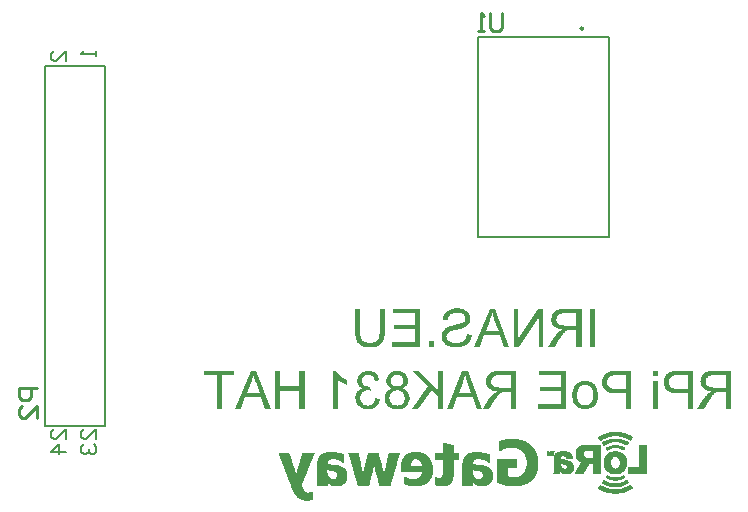
<source format=gbo>
G04*
G04 #@! TF.GenerationSoftware,Altium Limited,Altium Designer,18.1.9 (240)*
G04*
G04 Layer_Color=32896*
%FSAX25Y25*%
%MOIN*%
G70*
G01*
G75*
%ADD12C,0.00100*%
%ADD13C,0.00100*%
%ADD14C,0.00787*%
%ADD16C,0.01000*%
%ADD39C,0.00800*%
G36*
X0339434Y0115537D02*
X0337831D01*
Y0125430D01*
X0331235Y0115537D01*
X0329504D01*
Y0128145D01*
X0331107D01*
Y0118233D01*
X0337721Y0128145D01*
X0339434D01*
Y0115537D01*
D02*
G37*
G36*
X0286523Y0120857D02*
Y0120493D01*
X0286505Y0120146D01*
X0286487Y0119818D01*
X0286450Y0119509D01*
X0286414Y0119235D01*
X0286377Y0118980D01*
X0286323Y0118744D01*
X0286286Y0118525D01*
X0286250Y0118324D01*
X0286195Y0118160D01*
X0286159Y0118015D01*
X0286122Y0117905D01*
X0286086Y0117814D01*
X0286068Y0117741D01*
X0286050Y0117705D01*
Y0117687D01*
X0285849Y0117286D01*
X0285594Y0116921D01*
X0285339Y0116630D01*
X0285066Y0116375D01*
X0284829Y0116174D01*
X0284628Y0116029D01*
X0284555Y0115992D01*
X0284501Y0115956D01*
X0284464Y0115919D01*
X0284446D01*
X0283991Y0115719D01*
X0283517Y0115573D01*
X0283025Y0115464D01*
X0282569Y0115391D01*
X0282369Y0115373D01*
X0282169Y0115355D01*
X0281986Y0115336D01*
X0281841D01*
X0281713Y0115318D01*
X0281549D01*
X0280893Y0115355D01*
X0280602Y0115391D01*
X0280328Y0115427D01*
X0280055Y0115482D01*
X0279818Y0115537D01*
X0279600Y0115591D01*
X0279399Y0115664D01*
X0279217Y0115737D01*
X0279071Y0115792D01*
X0278925Y0115847D01*
X0278816Y0115901D01*
X0278725Y0115956D01*
X0278670Y0115974D01*
X0278634Y0116010D01*
X0278616D01*
X0278215Y0116284D01*
X0277887Y0116594D01*
X0277632Y0116885D01*
X0277413Y0117176D01*
X0277249Y0117432D01*
X0277140Y0117632D01*
X0277103Y0117705D01*
X0277067Y0117760D01*
X0277049Y0117796D01*
Y0117814D01*
X0276976Y0118033D01*
X0276903Y0118270D01*
X0276794Y0118762D01*
X0276721Y0119272D01*
X0276666Y0119764D01*
X0276648Y0119982D01*
X0276630Y0120201D01*
Y0120383D01*
X0276611Y0120547D01*
Y0120675D01*
Y0120766D01*
Y0120839D01*
Y0120857D01*
Y0128145D01*
X0278288D01*
Y0120857D01*
Y0120438D01*
X0278324Y0120037D01*
X0278361Y0119691D01*
X0278415Y0119363D01*
X0278470Y0119071D01*
X0278543Y0118798D01*
X0278597Y0118561D01*
X0278670Y0118361D01*
X0278743Y0118197D01*
X0278816Y0118033D01*
X0278889Y0117924D01*
X0278944Y0117814D01*
X0278998Y0117741D01*
X0279035Y0117687D01*
X0279053Y0117668D01*
X0279071Y0117650D01*
X0279235Y0117505D01*
X0279417Y0117377D01*
X0279818Y0117176D01*
X0280237Y0117031D01*
X0280675Y0116940D01*
X0281075Y0116867D01*
X0281239Y0116849D01*
X0281403D01*
X0281513Y0116830D01*
X0281695D01*
X0282078Y0116849D01*
X0282424Y0116903D01*
X0282752Y0116958D01*
X0283007Y0117049D01*
X0283225Y0117122D01*
X0283389Y0117176D01*
X0283480Y0117231D01*
X0283517Y0117249D01*
X0283772Y0117413D01*
X0283991Y0117614D01*
X0284173Y0117814D01*
X0284300Y0117996D01*
X0284410Y0118179D01*
X0284501Y0118306D01*
X0284537Y0118397D01*
X0284555Y0118434D01*
X0284610Y0118598D01*
X0284647Y0118762D01*
X0284719Y0119144D01*
X0284774Y0119545D01*
X0284810Y0119946D01*
X0284829Y0120292D01*
Y0120456D01*
X0284847Y0120584D01*
Y0120693D01*
Y0120784D01*
Y0120839D01*
Y0120857D01*
Y0128145D01*
X0286523D01*
Y0120857D01*
D02*
G37*
G36*
X0356761Y0115537D02*
X0355085D01*
Y0128145D01*
X0356761D01*
Y0115537D01*
D02*
G37*
G36*
X0352115D02*
X0350439D01*
Y0121130D01*
X0348289D01*
X0348089Y0121112D01*
X0347943D01*
X0347815Y0121094D01*
X0347724Y0121076D01*
X0347651D01*
X0347615Y0121057D01*
X0347597D01*
X0347305Y0120966D01*
X0347178Y0120912D01*
X0347068Y0120857D01*
X0346959Y0120802D01*
X0346886Y0120766D01*
X0346850Y0120748D01*
X0346831Y0120729D01*
X0346686Y0120620D01*
X0346540Y0120493D01*
X0346267Y0120219D01*
X0346139Y0120092D01*
X0346048Y0119982D01*
X0345993Y0119910D01*
X0345975Y0119891D01*
X0345793Y0119636D01*
X0345592Y0119363D01*
X0345392Y0119071D01*
X0345192Y0118798D01*
X0345028Y0118543D01*
X0344900Y0118343D01*
X0344845Y0118270D01*
X0344809Y0118215D01*
X0344773Y0118179D01*
Y0118160D01*
X0343114Y0115537D01*
X0341037D01*
X0343206Y0118962D01*
X0343461Y0119326D01*
X0343698Y0119655D01*
X0343934Y0119928D01*
X0344135Y0120183D01*
X0344317Y0120365D01*
X0344463Y0120511D01*
X0344554Y0120602D01*
X0344590Y0120638D01*
X0344736Y0120748D01*
X0344900Y0120875D01*
X0345228Y0121076D01*
X0345374Y0121149D01*
X0345483Y0121221D01*
X0345556Y0121258D01*
X0345592Y0121276D01*
X0345265Y0121331D01*
X0344955Y0121385D01*
X0344681Y0121476D01*
X0344408Y0121549D01*
X0344171Y0121641D01*
X0343953Y0121750D01*
X0343752Y0121841D01*
X0343570Y0121932D01*
X0343424Y0122041D01*
X0343279Y0122132D01*
X0343169Y0122205D01*
X0343078Y0122278D01*
X0343005Y0122333D01*
X0342951Y0122388D01*
X0342932Y0122406D01*
X0342914Y0122424D01*
X0342768Y0122606D01*
X0342623Y0122788D01*
X0342404Y0123171D01*
X0342258Y0123554D01*
X0342149Y0123918D01*
X0342076Y0124228D01*
X0342058Y0124355D01*
Y0124483D01*
X0342039Y0124574D01*
Y0124647D01*
Y0124683D01*
Y0124701D01*
X0342058Y0125084D01*
X0342112Y0125430D01*
X0342203Y0125758D01*
X0342295Y0126031D01*
X0342404Y0126268D01*
X0342477Y0126451D01*
X0342550Y0126560D01*
X0342568Y0126578D01*
Y0126596D01*
X0342787Y0126888D01*
X0343005Y0127143D01*
X0343242Y0127362D01*
X0343461Y0127525D01*
X0343661Y0127653D01*
X0343825Y0127726D01*
X0343934Y0127781D01*
X0343953Y0127799D01*
X0343971D01*
X0344135Y0127854D01*
X0344335Y0127908D01*
X0344736Y0127999D01*
X0345173Y0128054D01*
X0345574Y0128109D01*
X0345957Y0128127D01*
X0346121D01*
X0346267Y0128145D01*
X0352115D01*
Y0115537D01*
D02*
G37*
G36*
X0328083Y0115537D02*
X0326316D01*
X0324949Y0119363D01*
X0319665D01*
X0318190Y0115537D01*
X0316295D01*
X0321451Y0128145D01*
X0323273D01*
X0328083Y0115537D01*
D02*
G37*
G36*
X0302958D02*
X0301190D01*
Y0117304D01*
X0302958D01*
Y0115537D01*
D02*
G37*
G36*
X0298275D02*
X0288855D01*
Y0117031D01*
X0296599D01*
Y0121312D01*
X0289621D01*
Y0122807D01*
X0296599D01*
Y0126651D01*
X0289147D01*
Y0128145D01*
X0298275D01*
Y0115537D01*
D02*
G37*
G36*
X0311084Y0128345D02*
X0311503Y0128291D01*
X0311904Y0128218D01*
X0312250Y0128145D01*
X0312523Y0128072D01*
X0312651Y0128036D01*
X0312742Y0127999D01*
X0312815Y0127963D01*
X0312869Y0127945D01*
X0312906Y0127926D01*
X0312924D01*
X0313288Y0127744D01*
X0313616Y0127544D01*
X0313890Y0127325D01*
X0314108Y0127125D01*
X0314272Y0126943D01*
X0314400Y0126797D01*
X0314491Y0126687D01*
X0314509Y0126669D01*
Y0126651D01*
X0314691Y0126341D01*
X0314819Y0126031D01*
X0314910Y0125722D01*
X0314965Y0125448D01*
X0315001Y0125212D01*
X0315037Y0125029D01*
Y0124957D01*
Y0124902D01*
Y0124884D01*
Y0124865D01*
X0315019Y0124556D01*
X0314965Y0124264D01*
X0314892Y0123991D01*
X0314819Y0123754D01*
X0314746Y0123572D01*
X0314673Y0123426D01*
X0314618Y0123335D01*
X0314600Y0123299D01*
X0314418Y0123043D01*
X0314199Y0122807D01*
X0313981Y0122606D01*
X0313762Y0122442D01*
X0313580Y0122296D01*
X0313416Y0122205D01*
X0313307Y0122132D01*
X0313288Y0122114D01*
X0313270D01*
X0313124Y0122041D01*
X0312960Y0121968D01*
X0312596Y0121841D01*
X0312177Y0121713D01*
X0311776Y0121586D01*
X0311412Y0121476D01*
X0311248Y0121440D01*
X0311102Y0121404D01*
X0310993Y0121367D01*
X0310901Y0121349D01*
X0310847Y0121331D01*
X0310829D01*
X0310519Y0121258D01*
X0310227Y0121185D01*
X0309972Y0121112D01*
X0309754Y0121057D01*
X0309535Y0121003D01*
X0309353Y0120948D01*
X0309189Y0120912D01*
X0309061Y0120857D01*
X0308934Y0120820D01*
X0308843Y0120802D01*
X0308697Y0120748D01*
X0308606Y0120729D01*
X0308588Y0120711D01*
X0308314Y0120602D01*
X0308077Y0120474D01*
X0307877Y0120347D01*
X0307731Y0120238D01*
X0307604Y0120128D01*
X0307531Y0120055D01*
X0307476Y0120001D01*
X0307458Y0119982D01*
X0307330Y0119818D01*
X0307239Y0119636D01*
X0307185Y0119454D01*
X0307130Y0119308D01*
X0307112Y0119162D01*
X0307094Y0119053D01*
Y0118962D01*
Y0118944D01*
X0307112Y0118725D01*
X0307148Y0118525D01*
X0307203Y0118343D01*
X0307276Y0118197D01*
X0307349Y0118051D01*
X0307403Y0117960D01*
X0307440Y0117887D01*
X0307458Y0117869D01*
X0307604Y0117687D01*
X0307786Y0117541D01*
X0307968Y0117413D01*
X0308132Y0117286D01*
X0308296Y0117213D01*
X0308424Y0117140D01*
X0308515Y0117104D01*
X0308551Y0117085D01*
X0308824Y0116994D01*
X0309116Y0116921D01*
X0309407Y0116885D01*
X0309663Y0116849D01*
X0309881Y0116830D01*
X0310063Y0116812D01*
X0310227D01*
X0310628Y0116830D01*
X0310993Y0116867D01*
X0311321Y0116921D01*
X0311612Y0116994D01*
X0311849Y0117067D01*
X0312031Y0117122D01*
X0312086Y0117140D01*
X0312140Y0117158D01*
X0312159Y0117176D01*
X0312177D01*
X0312469Y0117322D01*
X0312742Y0117486D01*
X0312942Y0117650D01*
X0313124Y0117814D01*
X0313270Y0117942D01*
X0313361Y0118069D01*
X0313416Y0118142D01*
X0313434Y0118160D01*
X0313562Y0118397D01*
X0313689Y0118652D01*
X0313762Y0118926D01*
X0313835Y0119162D01*
X0313890Y0119399D01*
X0313926Y0119563D01*
Y0119636D01*
X0313944Y0119691D01*
Y0119709D01*
Y0119727D01*
X0315511Y0119582D01*
X0315475Y0119126D01*
X0315402Y0118689D01*
X0315293Y0118306D01*
X0315165Y0117960D01*
X0315037Y0117687D01*
X0314983Y0117577D01*
X0314946Y0117486D01*
X0314892Y0117413D01*
X0314874Y0117359D01*
X0314837Y0117322D01*
Y0117304D01*
X0314564Y0116958D01*
X0314272Y0116648D01*
X0313963Y0116393D01*
X0313671Y0116174D01*
X0313416Y0116010D01*
X0313197Y0115901D01*
X0313124Y0115865D01*
X0313070Y0115828D01*
X0313033Y0115810D01*
X0313015D01*
X0312560Y0115646D01*
X0312086Y0115518D01*
X0311612Y0115446D01*
X0311157Y0115373D01*
X0310938Y0115355D01*
X0310756Y0115336D01*
X0310592D01*
X0310446Y0115318D01*
X0310155D01*
X0309663Y0115336D01*
X0309207Y0115391D01*
X0308788Y0115482D01*
X0308442Y0115573D01*
X0308150Y0115646D01*
X0308023Y0115701D01*
X0307913Y0115737D01*
X0307841Y0115774D01*
X0307786Y0115792D01*
X0307750Y0115810D01*
X0307731D01*
X0307349Y0116010D01*
X0307021Y0116229D01*
X0306729Y0116466D01*
X0306492Y0116685D01*
X0306310Y0116867D01*
X0306183Y0117031D01*
X0306091Y0117140D01*
X0306073Y0117158D01*
Y0117176D01*
X0305873Y0117523D01*
X0305727Y0117851D01*
X0305636Y0118160D01*
X0305563Y0118452D01*
X0305527Y0118707D01*
X0305490Y0118907D01*
Y0118980D01*
Y0119035D01*
Y0119053D01*
Y0119071D01*
X0305508Y0119436D01*
X0305563Y0119782D01*
X0305654Y0120092D01*
X0305745Y0120347D01*
X0305855Y0120565D01*
X0305927Y0120729D01*
X0306000Y0120820D01*
X0306019Y0120857D01*
X0306237Y0121130D01*
X0306492Y0121385D01*
X0306766Y0121604D01*
X0307039Y0121804D01*
X0307276Y0121950D01*
X0307476Y0122060D01*
X0307549Y0122096D01*
X0307604Y0122132D01*
X0307640Y0122151D01*
X0307658D01*
X0307804Y0122223D01*
X0307986Y0122278D01*
X0308187Y0122351D01*
X0308405Y0122424D01*
X0308861Y0122551D01*
X0309335Y0122679D01*
X0309553Y0122734D01*
X0309754Y0122788D01*
X0309954Y0122843D01*
X0310118Y0122879D01*
X0310246Y0122916D01*
X0310355Y0122934D01*
X0310428Y0122952D01*
X0310446D01*
X0310810Y0123043D01*
X0311138Y0123116D01*
X0311430Y0123207D01*
X0311685Y0123280D01*
X0311922Y0123371D01*
X0312122Y0123444D01*
X0312304Y0123517D01*
X0312469Y0123572D01*
X0312596Y0123645D01*
X0312705Y0123699D01*
X0312778Y0123736D01*
X0312851Y0123790D01*
X0312942Y0123845D01*
X0312960Y0123863D01*
X0313124Y0124046D01*
X0313234Y0124228D01*
X0313325Y0124410D01*
X0313380Y0124592D01*
X0313416Y0124738D01*
X0313434Y0124865D01*
Y0124938D01*
Y0124975D01*
X0313398Y0125266D01*
X0313325Y0125521D01*
X0313215Y0125740D01*
X0313088Y0125940D01*
X0312979Y0126086D01*
X0312869Y0126214D01*
X0312796Y0126286D01*
X0312760Y0126305D01*
X0312614Y0126396D01*
X0312469Y0126487D01*
X0312122Y0126633D01*
X0311758Y0126724D01*
X0311393Y0126797D01*
X0311066Y0126833D01*
X0310920Y0126851D01*
X0310810Y0126870D01*
X0310555D01*
X0310045Y0126851D01*
X0309590Y0126778D01*
X0309225Y0126669D01*
X0308916Y0126560D01*
X0308679Y0126451D01*
X0308496Y0126341D01*
X0308405Y0126268D01*
X0308369Y0126250D01*
X0308114Y0125995D01*
X0307913Y0125722D01*
X0307750Y0125430D01*
X0307640Y0125139D01*
X0307567Y0124865D01*
X0307513Y0124665D01*
X0307494Y0124574D01*
X0307476Y0124519D01*
Y0124483D01*
Y0124464D01*
X0305873Y0124592D01*
X0305909Y0124993D01*
X0306000Y0125357D01*
X0306091Y0125704D01*
X0306219Y0125995D01*
X0306328Y0126232D01*
X0306419Y0126414D01*
X0306456Y0126469D01*
X0306492Y0126523D01*
X0306510Y0126542D01*
Y0126560D01*
X0306747Y0126870D01*
X0307002Y0127143D01*
X0307276Y0127380D01*
X0307549Y0127562D01*
X0307786Y0127726D01*
X0307968Y0127817D01*
X0308041Y0127854D01*
X0308096Y0127890D01*
X0308132Y0127908D01*
X0308150D01*
X0308551Y0128054D01*
X0308988Y0128163D01*
X0309389Y0128254D01*
X0309772Y0128309D01*
X0310118Y0128345D01*
X0310246D01*
X0310373Y0128364D01*
X0310610D01*
X0311084Y0128345D01*
D02*
G37*
G36*
X0377589Y0105708D02*
X0376041D01*
Y0107476D01*
X0377589D01*
Y0105708D01*
D02*
G37*
G36*
X0281552Y0107494D02*
X0282044Y0107403D01*
X0282463Y0107257D01*
X0282827Y0107111D01*
X0282991Y0107020D01*
X0283119Y0106947D01*
X0283246Y0106874D01*
X0283337Y0106801D01*
X0283410Y0106747D01*
X0283465Y0106710D01*
X0283501Y0106692D01*
X0283519Y0106674D01*
X0283865Y0106328D01*
X0284139Y0105945D01*
X0284358Y0105544D01*
X0284540Y0105143D01*
X0284649Y0104797D01*
X0284704Y0104652D01*
X0284740Y0104524D01*
X0284758Y0104415D01*
X0284776Y0104342D01*
X0284795Y0104287D01*
Y0104269D01*
X0283246Y0103996D01*
X0283173Y0104396D01*
X0283064Y0104743D01*
X0282936Y0105034D01*
X0282809Y0105271D01*
X0282681Y0105453D01*
X0282572Y0105581D01*
X0282499Y0105672D01*
X0282481Y0105690D01*
X0282244Y0105872D01*
X0281989Y0106018D01*
X0281752Y0106109D01*
X0281515Y0106182D01*
X0281296Y0106219D01*
X0281133Y0106255D01*
X0280987D01*
X0280659Y0106237D01*
X0280367Y0106164D01*
X0280112Y0106073D01*
X0279894Y0105982D01*
X0279730Y0105872D01*
X0279602Y0105781D01*
X0279511Y0105708D01*
X0279493Y0105690D01*
X0279292Y0105472D01*
X0279147Y0105235D01*
X0279055Y0104998D01*
X0278983Y0104779D01*
X0278946Y0104579D01*
X0278910Y0104433D01*
Y0104324D01*
Y0104305D01*
Y0104287D01*
Y0104087D01*
X0278946Y0103905D01*
X0279037Y0103595D01*
X0279165Y0103322D01*
X0279310Y0103085D01*
X0279456Y0102921D01*
X0279584Y0102793D01*
X0279675Y0102720D01*
X0279693Y0102702D01*
X0279711D01*
X0280021Y0102538D01*
X0280313Y0102410D01*
X0280622Y0102319D01*
X0280896Y0102265D01*
X0281133Y0102228D01*
X0281333Y0102192D01*
X0281570D01*
X0281643Y0102210D01*
X0281734D01*
X0281916Y0100844D01*
X0281679Y0100898D01*
X0281460Y0100935D01*
X0281278Y0100971D01*
X0281114Y0100989D01*
X0280987Y0101008D01*
X0280823D01*
X0280440Y0100971D01*
X0280094Y0100898D01*
X0279784Y0100789D01*
X0279529Y0100661D01*
X0279329Y0100534D01*
X0279183Y0100425D01*
X0279092Y0100352D01*
X0279055Y0100315D01*
X0278819Y0100042D01*
X0278636Y0099750D01*
X0278509Y0099459D01*
X0278436Y0099167D01*
X0278381Y0098931D01*
X0278363Y0098730D01*
X0278345Y0098657D01*
Y0098602D01*
Y0098566D01*
Y0098548D01*
X0278381Y0098147D01*
X0278472Y0097783D01*
X0278582Y0097473D01*
X0278728Y0097200D01*
X0278873Y0096981D01*
X0278983Y0096817D01*
X0279074Y0096708D01*
X0279110Y0096671D01*
X0279402Y0096416D01*
X0279711Y0096234D01*
X0280021Y0096106D01*
X0280313Y0096015D01*
X0280568Y0095961D01*
X0280768Y0095942D01*
X0280841Y0095924D01*
X0280950D01*
X0281278Y0095942D01*
X0281588Y0096015D01*
X0281861Y0096106D01*
X0282080Y0096216D01*
X0282262Y0096307D01*
X0282408Y0096398D01*
X0282481Y0096471D01*
X0282517Y0096489D01*
X0282736Y0096744D01*
X0282918Y0097036D01*
X0283082Y0097345D01*
X0283210Y0097673D01*
X0283301Y0097947D01*
X0283337Y0098074D01*
X0283355Y0098184D01*
X0283374Y0098275D01*
X0283392Y0098348D01*
X0283410Y0098384D01*
Y0098402D01*
X0284959Y0098202D01*
X0284922Y0097910D01*
X0284868Y0097637D01*
X0284704Y0097127D01*
X0284503Y0096689D01*
X0284394Y0096507D01*
X0284285Y0096325D01*
X0284175Y0096161D01*
X0284066Y0096034D01*
X0283975Y0095906D01*
X0283884Y0095815D01*
X0283829Y0095742D01*
X0283774Y0095687D01*
X0283738Y0095651D01*
X0283720Y0095633D01*
X0283501Y0095469D01*
X0283282Y0095305D01*
X0283064Y0095177D01*
X0282827Y0095068D01*
X0282371Y0094886D01*
X0281934Y0094776D01*
X0281734Y0094740D01*
X0281552Y0094704D01*
X0281388Y0094685D01*
X0281242Y0094667D01*
X0281133Y0094649D01*
X0280968D01*
X0280622Y0094667D01*
X0280313Y0094704D01*
X0280003Y0094758D01*
X0279711Y0094831D01*
X0279438Y0094922D01*
X0279201Y0095013D01*
X0278964Y0095122D01*
X0278764Y0095232D01*
X0278563Y0095323D01*
X0278399Y0095432D01*
X0278254Y0095523D01*
X0278144Y0095614D01*
X0278053Y0095687D01*
X0277980Y0095742D01*
X0277944Y0095778D01*
X0277926Y0095797D01*
X0277707Y0096015D01*
X0277525Y0096252D01*
X0277361Y0096489D01*
X0277215Y0096726D01*
X0277106Y0096944D01*
X0276997Y0097181D01*
X0276851Y0097619D01*
X0276814Y0097819D01*
X0276778Y0098001D01*
X0276742Y0098165D01*
X0276723Y0098311D01*
X0276705Y0098420D01*
Y0098511D01*
Y0098566D01*
Y0098584D01*
X0276723Y0099022D01*
X0276796Y0099422D01*
X0276905Y0099769D01*
X0277015Y0100060D01*
X0277124Y0100297D01*
X0277233Y0100479D01*
X0277306Y0100589D01*
X0277325Y0100625D01*
X0277580Y0100898D01*
X0277853Y0101135D01*
X0278144Y0101317D01*
X0278436Y0101463D01*
X0278691Y0101572D01*
X0278891Y0101645D01*
X0278964Y0101663D01*
X0279019Y0101682D01*
X0279055Y0101700D01*
X0279074D01*
X0278764Y0101864D01*
X0278509Y0102028D01*
X0278290Y0102210D01*
X0278108Y0102374D01*
X0277962Y0102520D01*
X0277853Y0102647D01*
X0277798Y0102720D01*
X0277780Y0102757D01*
X0277634Y0103012D01*
X0277525Y0103267D01*
X0277434Y0103522D01*
X0277379Y0103759D01*
X0277343Y0103959D01*
X0277325Y0104105D01*
Y0104214D01*
Y0104251D01*
X0277343Y0104560D01*
X0277397Y0104870D01*
X0277470Y0105143D01*
X0277561Y0105380D01*
X0277653Y0105581D01*
X0277725Y0105745D01*
X0277780Y0105836D01*
X0277798Y0105872D01*
X0277980Y0106146D01*
X0278199Y0106383D01*
X0278418Y0106583D01*
X0278636Y0106765D01*
X0278819Y0106893D01*
X0278983Y0107002D01*
X0279092Y0107057D01*
X0279110Y0107075D01*
X0279128D01*
X0279456Y0107221D01*
X0279784Y0107330D01*
X0280112Y0107421D01*
X0280404Y0107476D01*
X0280641Y0107512D01*
X0280841Y0107530D01*
X0281296D01*
X0281552Y0107494D01*
D02*
G37*
G36*
X0270529Y0107221D02*
X0270729Y0106929D01*
X0270966Y0106638D01*
X0271184Y0106383D01*
X0271403Y0106164D01*
X0271567Y0105982D01*
X0271640Y0105927D01*
X0271695Y0105872D01*
X0271713Y0105854D01*
X0271731Y0105836D01*
X0272114Y0105526D01*
X0272496Y0105235D01*
X0272861Y0104980D01*
X0273225Y0104779D01*
X0273535Y0104597D01*
X0273662Y0104524D01*
X0273772Y0104469D01*
X0273863Y0104415D01*
X0273936Y0104396D01*
X0273972Y0104360D01*
X0273990D01*
Y0102866D01*
X0273717Y0102975D01*
X0273444Y0103103D01*
X0273170Y0103230D01*
X0272915Y0103358D01*
X0272697Y0103467D01*
X0272515Y0103558D01*
X0272405Y0103631D01*
X0272387Y0103649D01*
X0272369D01*
X0272041Y0103850D01*
X0271749Y0104050D01*
X0271494Y0104233D01*
X0271294Y0104396D01*
X0271111Y0104524D01*
X0271002Y0104633D01*
X0270911Y0104706D01*
X0270893Y0104725D01*
Y0094867D01*
X0269344D01*
Y0107530D01*
X0270346D01*
X0270529Y0107221D01*
D02*
G37*
G36*
X0259779Y0094867D02*
X0258102Y0094867D01*
Y0100807D01*
X0251580D01*
Y0094867D01*
X0249903D01*
Y0107476D01*
X0251580D01*
Y0102301D01*
X0258102D01*
Y0107476D01*
X0259779Y0107476D01*
Y0094867D01*
D02*
G37*
G36*
X0305966D02*
X0304290D01*
Y0099240D01*
X0302231Y0101226D01*
X0297749Y0094867D01*
X0295545D01*
X0301065Y0102356D01*
X0295781Y0107476D01*
X0298059D01*
X0304290Y0101208D01*
Y0107476D01*
X0305966D01*
Y0094867D01*
D02*
G37*
G36*
X0401840Y0094867D02*
X0400164D01*
Y0100461D01*
X0398014D01*
X0397813Y0100443D01*
X0397668D01*
X0397540Y0100425D01*
X0397449Y0100406D01*
X0397376D01*
X0397340Y0100388D01*
X0397322D01*
X0397030Y0100297D01*
X0396902Y0100242D01*
X0396793Y0100188D01*
X0396684Y0100133D01*
X0396611Y0100097D01*
X0396574Y0100078D01*
X0396556Y0100060D01*
X0396410Y0099951D01*
X0396265Y0099823D01*
X0395991Y0099550D01*
X0395864Y0099423D01*
X0395773Y0099313D01*
X0395718Y0099240D01*
X0395700Y0099222D01*
X0395518Y0098967D01*
X0395317Y0098694D01*
X0395117Y0098402D01*
X0394916Y0098129D01*
X0394752Y0097874D01*
X0394625Y0097673D01*
X0394570Y0097601D01*
X0394534Y0097546D01*
X0394497Y0097509D01*
Y0097491D01*
X0392839Y0094867D01*
X0390762D01*
X0392930Y0098293D01*
X0393185Y0098657D01*
X0393422Y0098985D01*
X0393659Y0099259D01*
X0393860Y0099514D01*
X0394042Y0099696D01*
X0394188Y0099841D01*
X0394279Y0099933D01*
X0394315Y0099969D01*
X0394461Y0100078D01*
X0394625Y0100206D01*
X0394953Y0100406D01*
X0395099Y0100479D01*
X0395208Y0100552D01*
X0395281Y0100589D01*
X0395317Y0100607D01*
X0394989Y0100661D01*
X0394680Y0100716D01*
X0394406Y0100807D01*
X0394133Y0100880D01*
X0393896Y0100971D01*
X0393677Y0101081D01*
X0393477Y0101172D01*
X0393295Y0101263D01*
X0393149Y0101372D01*
X0393003Y0101463D01*
X0392894Y0101536D01*
X0392803Y0101609D01*
X0392730Y0101663D01*
X0392675Y0101718D01*
X0392657Y0101736D01*
X0392639Y0101755D01*
X0392493Y0101937D01*
X0392347Y0102119D01*
X0392129Y0102502D01*
X0391983Y0102884D01*
X0391874Y0103249D01*
X0391801Y0103558D01*
X0391783Y0103686D01*
Y0103814D01*
X0391764Y0103905D01*
Y0103978D01*
Y0104014D01*
Y0104032D01*
X0391783Y0104415D01*
X0391837Y0104761D01*
X0391928Y0105089D01*
X0392019Y0105362D01*
X0392129Y0105599D01*
X0392202Y0105781D01*
X0392274Y0105891D01*
X0392293Y0105909D01*
Y0105927D01*
X0392511Y0106219D01*
X0392730Y0106474D01*
X0392967Y0106692D01*
X0393185Y0106856D01*
X0393386Y0106984D01*
X0393550Y0107057D01*
X0393659Y0107111D01*
X0393677Y0107130D01*
X0393696D01*
X0393860Y0107184D01*
X0394060Y0107239D01*
X0394461Y0107330D01*
X0394898Y0107385D01*
X0395299Y0107439D01*
X0395682Y0107457D01*
X0395846D01*
X0395991Y0107476D01*
X0401840D01*
Y0094867D01*
D02*
G37*
G36*
X0389141D02*
X0387464D01*
Y0099987D01*
X0384240D01*
X0383766Y0100005D01*
X0383310Y0100042D01*
X0382909Y0100097D01*
X0382545Y0100170D01*
X0382199Y0100242D01*
X0381907Y0100333D01*
X0381634Y0100443D01*
X0381397Y0100552D01*
X0381197Y0100643D01*
X0381015Y0100752D01*
X0380869Y0100844D01*
X0380760Y0100935D01*
X0380668Y0100989D01*
X0380614Y0101044D01*
X0380577Y0101081D01*
X0380559Y0101099D01*
X0380377Y0101317D01*
X0380213Y0101536D01*
X0380085Y0101755D01*
X0379958Y0101991D01*
X0379849Y0102228D01*
X0379776Y0102447D01*
X0379648Y0102866D01*
X0379612Y0103067D01*
X0379575Y0103249D01*
X0379557Y0103413D01*
X0379539Y0103540D01*
X0379521Y0103668D01*
Y0103741D01*
Y0103795D01*
Y0103814D01*
X0379539Y0104160D01*
X0379575Y0104488D01*
X0379648Y0104779D01*
X0379703Y0105034D01*
X0379776Y0105253D01*
X0379849Y0105417D01*
X0379885Y0105508D01*
X0379903Y0105544D01*
X0380049Y0105818D01*
X0380231Y0106054D01*
X0380395Y0106273D01*
X0380559Y0106437D01*
X0380705Y0106565D01*
X0380814Y0106674D01*
X0380887Y0106729D01*
X0380924Y0106747D01*
X0381160Y0106893D01*
X0381434Y0107020D01*
X0381689Y0107130D01*
X0381926Y0107221D01*
X0382144Y0107275D01*
X0382308Y0107312D01*
X0382436Y0107348D01*
X0382472D01*
X0382746Y0107385D01*
X0383055Y0107421D01*
X0383383Y0107439D01*
X0383693Y0107457D01*
X0383966Y0107476D01*
X0389141D01*
Y0094867D01*
D02*
G37*
G36*
X0377589D02*
X0376041D01*
Y0104014D01*
X0377589D01*
Y0094867D01*
D02*
G37*
G36*
X0368570Y0094867D02*
X0366894D01*
Y0099987D01*
X0363669D01*
X0363195Y0100005D01*
X0362740Y0100042D01*
X0362339Y0100097D01*
X0361975Y0100170D01*
X0361629Y0100242D01*
X0361337Y0100333D01*
X0361064Y0100443D01*
X0360827Y0100552D01*
X0360626Y0100643D01*
X0360444Y0100752D01*
X0360298Y0100844D01*
X0360189Y0100935D01*
X0360098Y0100989D01*
X0360043Y0101044D01*
X0360007Y0101081D01*
X0359989Y0101099D01*
X0359806Y0101317D01*
X0359643Y0101536D01*
X0359515Y0101755D01*
X0359387Y0101991D01*
X0359278Y0102228D01*
X0359205Y0102447D01*
X0359078Y0102866D01*
X0359041Y0103067D01*
X0359005Y0103249D01*
X0358987Y0103413D01*
X0358968Y0103540D01*
X0358950Y0103668D01*
Y0103741D01*
Y0103795D01*
Y0103814D01*
X0358968Y0104160D01*
X0359005Y0104488D01*
X0359078Y0104779D01*
X0359132Y0105034D01*
X0359205Y0105253D01*
X0359278Y0105417D01*
X0359314Y0105508D01*
X0359333Y0105544D01*
X0359478Y0105818D01*
X0359661Y0106054D01*
X0359825Y0106273D01*
X0359989Y0106437D01*
X0360134Y0106565D01*
X0360244Y0106674D01*
X0360317Y0106729D01*
X0360353Y0106747D01*
X0360590Y0106893D01*
X0360863Y0107020D01*
X0361118Y0107130D01*
X0361355Y0107221D01*
X0361574Y0107275D01*
X0361738Y0107312D01*
X0361865Y0107348D01*
X0361902D01*
X0362175Y0107385D01*
X0362485Y0107421D01*
X0362813Y0107439D01*
X0363123Y0107457D01*
X0363396Y0107476D01*
X0368570D01*
Y0094867D01*
D02*
G37*
G36*
X0346998D02*
X0337578D01*
Y0096362D01*
X0345322D01*
Y0100643D01*
X0338343D01*
Y0102137D01*
X0345322D01*
Y0105982D01*
X0337870D01*
Y0107476D01*
X0346998D01*
Y0094867D01*
D02*
G37*
G36*
X0330345D02*
X0328668D01*
Y0100461D01*
X0326519D01*
X0326318Y0100443D01*
X0326172D01*
X0326045Y0100425D01*
X0325954Y0100406D01*
X0325881D01*
X0325844Y0100388D01*
X0325826D01*
X0325535Y0100297D01*
X0325407Y0100242D01*
X0325298Y0100188D01*
X0325188Y0100133D01*
X0325116Y0100097D01*
X0325079Y0100078D01*
X0325061Y0100060D01*
X0324915Y0099951D01*
X0324769Y0099823D01*
X0324496Y0099550D01*
X0324369Y0099423D01*
X0324277Y0099313D01*
X0324223Y0099240D01*
X0324205Y0099222D01*
X0324022Y0098967D01*
X0323822Y0098694D01*
X0323622Y0098402D01*
X0323421Y0098129D01*
X0323257Y0097874D01*
X0323130Y0097673D01*
X0323075Y0097601D01*
X0323039Y0097546D01*
X0323002Y0097509D01*
Y0097491D01*
X0321344Y0094867D01*
X0319267D01*
X0321435Y0098293D01*
X0321690Y0098657D01*
X0321927Y0098985D01*
X0322164Y0099259D01*
X0322364Y0099514D01*
X0322547Y0099696D01*
X0322692Y0099841D01*
X0322783Y0099933D01*
X0322820Y0099969D01*
X0322966Y0100078D01*
X0323130Y0100206D01*
X0323458Y0100406D01*
X0323603Y0100479D01*
X0323713Y0100552D01*
X0323785Y0100589D01*
X0323822Y0100607D01*
X0323494Y0100661D01*
X0323184Y0100716D01*
X0322911Y0100807D01*
X0322638Y0100880D01*
X0322401Y0100971D01*
X0322182Y0101081D01*
X0321982Y0101172D01*
X0321800Y0101263D01*
X0321654Y0101372D01*
X0321508Y0101463D01*
X0321399Y0101536D01*
X0321308Y0101609D01*
X0321235Y0101663D01*
X0321180Y0101718D01*
X0321162Y0101736D01*
X0321144Y0101755D01*
X0320998Y0101937D01*
X0320852Y0102119D01*
X0320634Y0102502D01*
X0320488Y0102884D01*
X0320378Y0103249D01*
X0320305Y0103558D01*
X0320287Y0103686D01*
Y0103814D01*
X0320269Y0103905D01*
Y0103977D01*
Y0104014D01*
Y0104032D01*
X0320287Y0104415D01*
X0320342Y0104761D01*
X0320433Y0105089D01*
X0320524Y0105362D01*
X0320634Y0105599D01*
X0320706Y0105781D01*
X0320779Y0105891D01*
X0320797Y0105909D01*
Y0105927D01*
X0321016Y0106219D01*
X0321235Y0106474D01*
X0321472Y0106692D01*
X0321690Y0106856D01*
X0321891Y0106984D01*
X0322055Y0107057D01*
X0322164Y0107111D01*
X0322182Y0107130D01*
X0322200D01*
X0322364Y0107184D01*
X0322565Y0107239D01*
X0322966Y0107330D01*
X0323403Y0107385D01*
X0323804Y0107439D01*
X0324186Y0107457D01*
X0324350D01*
X0324496Y0107476D01*
X0330345D01*
Y0094867D01*
D02*
G37*
G36*
X0319030D02*
X0317263D01*
X0315896Y0098694D01*
X0310613D01*
X0309137Y0094867D01*
X0307242D01*
X0312398Y0107476D01*
X0314220D01*
X0319030Y0094867D01*
D02*
G37*
G36*
X0248500Y0094867D02*
X0246733D01*
X0245367Y0098694D01*
X0240083D01*
X0238607Y0094867D01*
X0236712D01*
X0241868Y0107476D01*
X0243690D01*
X0248500Y0094867D01*
D02*
G37*
G36*
X0236311Y0105982D02*
X0232157D01*
Y0094867D01*
X0230481D01*
Y0105982D01*
X0226327D01*
Y0107476D01*
X0236311D01*
Y0105982D01*
D02*
G37*
G36*
X0353630Y0104196D02*
X0353921Y0104178D01*
X0354486Y0104050D01*
X0354978Y0103886D01*
X0355197Y0103795D01*
X0355397Y0103704D01*
X0355579Y0103613D01*
X0355725Y0103522D01*
X0355871Y0103431D01*
X0355980Y0103358D01*
X0356071Y0103285D01*
X0356144Y0103230D01*
X0356181Y0103212D01*
X0356199Y0103194D01*
X0356454Y0102957D01*
X0356654Y0102684D01*
X0356855Y0102392D01*
X0357001Y0102101D01*
X0357146Y0101791D01*
X0357256Y0101463D01*
X0357347Y0101153D01*
X0357420Y0100862D01*
X0357492Y0100570D01*
X0357529Y0100315D01*
X0357565Y0100060D01*
X0357584Y0099860D01*
Y0099677D01*
X0357602Y0099550D01*
Y0099477D01*
Y0099441D01*
X0357584Y0099022D01*
X0357547Y0098621D01*
X0357492Y0098256D01*
X0357420Y0097910D01*
X0357329Y0097601D01*
X0357238Y0097309D01*
X0357128Y0097036D01*
X0357019Y0096799D01*
X0356909Y0096580D01*
X0356800Y0096398D01*
X0356709Y0096252D01*
X0356618Y0096125D01*
X0356545Y0096015D01*
X0356490Y0095942D01*
X0356454Y0095906D01*
X0356436Y0095888D01*
X0356199Y0095669D01*
X0355962Y0095487D01*
X0355707Y0095323D01*
X0355452Y0095177D01*
X0355197Y0095068D01*
X0354924Y0094959D01*
X0354432Y0094813D01*
X0354213Y0094776D01*
X0353994Y0094740D01*
X0353812Y0094704D01*
X0353648Y0094685D01*
X0353502Y0094667D01*
X0353320D01*
X0352883Y0094685D01*
X0352482Y0094758D01*
X0352099Y0094849D01*
X0351790Y0094940D01*
X0351516Y0095050D01*
X0351407Y0095086D01*
X0351316Y0095122D01*
X0351225Y0095159D01*
X0351170Y0095195D01*
X0351152Y0095214D01*
X0351134D01*
X0350769Y0095451D01*
X0350460Y0095706D01*
X0350186Y0095961D01*
X0349968Y0096216D01*
X0349804Y0096434D01*
X0349676Y0096617D01*
X0349640Y0096689D01*
X0349603Y0096744D01*
X0349585Y0096762D01*
Y0096781D01*
X0349403Y0097200D01*
X0349275Y0097655D01*
X0349166Y0098111D01*
X0349111Y0098566D01*
X0349075Y0098766D01*
Y0098949D01*
X0349057Y0099131D01*
X0349039Y0099277D01*
Y0099404D01*
Y0099495D01*
Y0099550D01*
Y0099568D01*
X0349057Y0099969D01*
X0349093Y0100333D01*
X0349148Y0100680D01*
X0349221Y0101008D01*
X0349312Y0101317D01*
X0349421Y0101591D01*
X0349530Y0101864D01*
X0349640Y0102083D01*
X0349749Y0102283D01*
X0349858Y0102465D01*
X0349968Y0102629D01*
X0350059Y0102757D01*
X0350132Y0102848D01*
X0350186Y0102921D01*
X0350223Y0102957D01*
X0350241Y0102975D01*
X0350478Y0103194D01*
X0350715Y0103376D01*
X0350970Y0103558D01*
X0351225Y0103686D01*
X0351480Y0103814D01*
X0351735Y0103905D01*
X0352227Y0104069D01*
X0352464Y0104105D01*
X0352664Y0104141D01*
X0352846Y0104178D01*
X0353010Y0104196D01*
X0353138Y0104214D01*
X0353320D01*
X0353630Y0104196D01*
D02*
G37*
G36*
X0290971Y0107512D02*
X0291263Y0107494D01*
X0291773Y0107385D01*
X0292010Y0107312D01*
X0292229Y0107239D01*
X0292429Y0107148D01*
X0292611Y0107057D01*
X0292757Y0106965D01*
X0292903Y0106874D01*
X0293030Y0106801D01*
X0293121Y0106729D01*
X0293194Y0106674D01*
X0293249Y0106619D01*
X0293285Y0106601D01*
X0293303Y0106583D01*
X0293467Y0106401D01*
X0293631Y0106219D01*
X0293759Y0106018D01*
X0293868Y0105818D01*
X0294051Y0105435D01*
X0294160Y0105071D01*
X0294233Y0104761D01*
X0294251Y0104615D01*
X0294269Y0104506D01*
X0294287Y0104396D01*
Y0104324D01*
Y0104287D01*
Y0104269D01*
X0294269Y0103941D01*
X0294215Y0103631D01*
X0294142Y0103358D01*
X0294051Y0103121D01*
X0293978Y0102939D01*
X0293905Y0102793D01*
X0293850Y0102720D01*
X0293832Y0102684D01*
X0293631Y0102465D01*
X0293413Y0102265D01*
X0293176Y0102083D01*
X0292939Y0101937D01*
X0292720Y0101828D01*
X0292557Y0101755D01*
X0292484Y0101718D01*
X0292429Y0101700D01*
X0292411Y0101682D01*
X0292392D01*
X0292811Y0101554D01*
X0293158Y0101390D01*
X0293467Y0101190D01*
X0293723Y0101008D01*
X0293923Y0100825D01*
X0294069Y0100680D01*
X0294142Y0100589D01*
X0294178Y0100570D01*
Y0100552D01*
X0294378Y0100224D01*
X0294542Y0099878D01*
X0294652Y0099550D01*
X0294725Y0099222D01*
X0294761Y0098931D01*
X0294779Y0098803D01*
Y0098694D01*
X0294797Y0098621D01*
Y0098548D01*
Y0098511D01*
Y0098493D01*
X0294779Y0098202D01*
X0294743Y0097910D01*
X0294688Y0097637D01*
X0294615Y0097364D01*
X0294433Y0096908D01*
X0294342Y0096689D01*
X0294233Y0096507D01*
X0294123Y0096325D01*
X0294032Y0096179D01*
X0293923Y0096052D01*
X0293850Y0095942D01*
X0293777Y0095851D01*
X0293723Y0095797D01*
X0293686Y0095760D01*
X0293668Y0095742D01*
X0293449Y0095542D01*
X0293212Y0095378D01*
X0292957Y0095232D01*
X0292702Y0095104D01*
X0292465Y0095013D01*
X0292210Y0094922D01*
X0291718Y0094795D01*
X0291500Y0094740D01*
X0291299Y0094704D01*
X0291117Y0094685D01*
X0290953Y0094667D01*
X0290826Y0094649D01*
X0290643D01*
X0290297Y0094667D01*
X0289987Y0094704D01*
X0289678Y0094758D01*
X0289386Y0094813D01*
X0289131Y0094904D01*
X0288876Y0094995D01*
X0288639Y0095086D01*
X0288439Y0095195D01*
X0288257Y0095305D01*
X0288093Y0095396D01*
X0287965Y0095487D01*
X0287838Y0095578D01*
X0287746Y0095633D01*
X0287692Y0095687D01*
X0287655Y0095724D01*
X0287637Y0095742D01*
X0287437Y0095961D01*
X0287254Y0096179D01*
X0287109Y0096398D01*
X0286981Y0096635D01*
X0286854Y0096853D01*
X0286762Y0097090D01*
X0286635Y0097509D01*
X0286580Y0097710D01*
X0286544Y0097892D01*
X0286526Y0098056D01*
X0286507Y0098184D01*
X0286489Y0098293D01*
Y0098384D01*
Y0098439D01*
Y0098457D01*
X0286507Y0098876D01*
X0286580Y0099259D01*
X0286690Y0099605D01*
X0286799Y0099896D01*
X0286908Y0100133D01*
X0287018Y0100315D01*
X0287090Y0100425D01*
X0287109Y0100443D01*
Y0100461D01*
X0287364Y0100752D01*
X0287637Y0101008D01*
X0287929Y0101208D01*
X0288202Y0101390D01*
X0288457Y0101518D01*
X0288676Y0101609D01*
X0288749Y0101645D01*
X0288803Y0101663D01*
X0288840Y0101682D01*
X0288858D01*
X0288530Y0101828D01*
X0288257Y0101991D01*
X0288020Y0102155D01*
X0287819Y0102319D01*
X0287673Y0102465D01*
X0287564Y0102575D01*
X0287491Y0102647D01*
X0287473Y0102684D01*
X0287309Y0102939D01*
X0287200Y0103194D01*
X0287109Y0103449D01*
X0287054Y0103704D01*
X0287018Y0103905D01*
X0286999Y0104069D01*
Y0104178D01*
Y0104196D01*
Y0104214D01*
X0287018Y0104469D01*
X0287036Y0104706D01*
X0287163Y0105162D01*
X0287327Y0105563D01*
X0287509Y0105909D01*
X0287692Y0106182D01*
X0287783Y0106291D01*
X0287856Y0106401D01*
X0287929Y0106474D01*
X0287983Y0106528D01*
X0288001Y0106546D01*
X0288020Y0106565D01*
X0288220Y0106729D01*
X0288421Y0106893D01*
X0288639Y0107020D01*
X0288858Y0107130D01*
X0289295Y0107293D01*
X0289732Y0107403D01*
X0289915Y0107457D01*
X0290097Y0107476D01*
X0290261Y0107494D01*
X0290406Y0107512D01*
X0290516Y0107530D01*
X0290680D01*
X0290971Y0107512D01*
D02*
G37*
%LPC*%
G36*
X0350439Y0126742D02*
X0346467D01*
X0345975Y0126724D01*
X0345556Y0126651D01*
X0345192Y0126560D01*
X0344918Y0126451D01*
X0344681Y0126341D01*
X0344536Y0126250D01*
X0344445Y0126177D01*
X0344408Y0126159D01*
X0344190Y0125922D01*
X0344025Y0125685D01*
X0343916Y0125430D01*
X0343825Y0125212D01*
X0343789Y0124993D01*
X0343770Y0124829D01*
X0343752Y0124720D01*
Y0124701D01*
Y0124683D01*
X0343770Y0124465D01*
X0343807Y0124246D01*
X0343862Y0124064D01*
X0343916Y0123900D01*
X0343989Y0123754D01*
X0344044Y0123645D01*
X0344080Y0123572D01*
X0344098Y0123554D01*
X0344226Y0123371D01*
X0344390Y0123207D01*
X0344554Y0123080D01*
X0344718Y0122970D01*
X0344864Y0122898D01*
X0344973Y0122843D01*
X0345046Y0122807D01*
X0345082Y0122788D01*
X0345337Y0122715D01*
X0345629Y0122661D01*
X0345920Y0122624D01*
X0346212Y0122606D01*
X0346467Y0122588D01*
X0346686Y0122570D01*
X0350439D01*
Y0126742D01*
D02*
G37*
G36*
X0322398Y0126833D02*
X0322271Y0126414D01*
X0322125Y0125977D01*
X0321979Y0125540D01*
X0321833Y0125120D01*
X0321761Y0124938D01*
X0321706Y0124756D01*
X0321651Y0124592D01*
X0321597Y0124464D01*
X0321560Y0124355D01*
X0321524Y0124264D01*
X0321506Y0124209D01*
Y0124191D01*
X0320194Y0120729D01*
X0324457D01*
X0323091Y0124410D01*
X0322927Y0124865D01*
X0322799Y0125303D01*
X0322672Y0125704D01*
X0322581Y0126068D01*
X0322508Y0126378D01*
X0322471Y0126505D01*
X0322453Y0126633D01*
X0322417Y0126706D01*
Y0126778D01*
X0322398Y0126815D01*
Y0126833D01*
D02*
G37*
G36*
X0400164Y0106073D02*
X0396192D01*
X0395700Y0106054D01*
X0395281Y0105982D01*
X0394916Y0105891D01*
X0394643Y0105781D01*
X0394406Y0105672D01*
X0394261Y0105581D01*
X0394169Y0105508D01*
X0394133Y0105490D01*
X0393914Y0105253D01*
X0393750Y0105016D01*
X0393641Y0104761D01*
X0393550Y0104542D01*
X0393513Y0104324D01*
X0393495Y0104160D01*
X0393477Y0104050D01*
Y0104032D01*
Y0104014D01*
X0393495Y0103795D01*
X0393532Y0103577D01*
X0393586Y0103394D01*
X0393641Y0103230D01*
X0393714Y0103085D01*
X0393769Y0102975D01*
X0393805Y0102902D01*
X0393823Y0102884D01*
X0393951Y0102702D01*
X0394115Y0102538D01*
X0394279Y0102410D01*
X0394443Y0102301D01*
X0394588Y0102228D01*
X0394698Y0102174D01*
X0394771Y0102137D01*
X0394807Y0102119D01*
X0395062Y0102046D01*
X0395354Y0101991D01*
X0395645Y0101955D01*
X0395937Y0101937D01*
X0396192Y0101919D01*
X0396410Y0101900D01*
X0400164D01*
Y0106073D01*
D02*
G37*
G36*
X0387464Y0105982D02*
X0383857D01*
X0383529Y0105963D01*
X0383256Y0105945D01*
X0383037Y0105927D01*
X0382891Y0105891D01*
X0382782Y0105872D01*
X0382709Y0105854D01*
X0382691D01*
X0382454Y0105763D01*
X0382254Y0105654D01*
X0382071Y0105544D01*
X0381907Y0105417D01*
X0381798Y0105289D01*
X0381707Y0105198D01*
X0381652Y0105125D01*
X0381634Y0105107D01*
X0381506Y0104888D01*
X0381397Y0104670D01*
X0381324Y0104433D01*
X0381288Y0104233D01*
X0381251Y0104050D01*
X0381233Y0103886D01*
Y0103795D01*
Y0103777D01*
Y0103759D01*
X0381270Y0103376D01*
X0381343Y0103048D01*
X0381452Y0102757D01*
X0381579Y0102520D01*
X0381707Y0102338D01*
X0381816Y0102192D01*
X0381889Y0102119D01*
X0381926Y0102083D01*
X0382053Y0101973D01*
X0382217Y0101882D01*
X0382563Y0101736D01*
X0382946Y0101627D01*
X0383329Y0101554D01*
X0383675Y0101518D01*
X0383820Y0101499D01*
X0383948D01*
X0384075Y0101481D01*
X0387464D01*
Y0105982D01*
D02*
G37*
G36*
X0366894Y0105982D02*
X0363286D01*
X0362959Y0105963D01*
X0362685Y0105945D01*
X0362467Y0105927D01*
X0362321Y0105891D01*
X0362211Y0105872D01*
X0362139Y0105854D01*
X0362120D01*
X0361884Y0105763D01*
X0361683Y0105654D01*
X0361501Y0105544D01*
X0361337Y0105417D01*
X0361228Y0105289D01*
X0361137Y0105198D01*
X0361082Y0105125D01*
X0361064Y0105107D01*
X0360936Y0104888D01*
X0360827Y0104670D01*
X0360754Y0104433D01*
X0360718Y0104233D01*
X0360681Y0104050D01*
X0360663Y0103886D01*
Y0103795D01*
Y0103777D01*
Y0103759D01*
X0360699Y0103376D01*
X0360772Y0103048D01*
X0360881Y0102757D01*
X0361009Y0102520D01*
X0361137Y0102338D01*
X0361246Y0102192D01*
X0361319Y0102119D01*
X0361355Y0102083D01*
X0361483Y0101973D01*
X0361647Y0101882D01*
X0361993Y0101736D01*
X0362375Y0101627D01*
X0362758Y0101554D01*
X0363104Y0101518D01*
X0363250Y0101499D01*
X0363378D01*
X0363505Y0101481D01*
X0366894D01*
Y0105982D01*
D02*
G37*
G36*
X0328668Y0106073D02*
X0324696D01*
X0324205Y0106054D01*
X0323785Y0105982D01*
X0323421Y0105891D01*
X0323148Y0105781D01*
X0322911Y0105672D01*
X0322765Y0105581D01*
X0322674Y0105508D01*
X0322638Y0105490D01*
X0322419Y0105253D01*
X0322255Y0105016D01*
X0322146Y0104761D01*
X0322055Y0104542D01*
X0322018Y0104324D01*
X0322000Y0104160D01*
X0321982Y0104050D01*
Y0104032D01*
Y0104014D01*
X0322000Y0103795D01*
X0322036Y0103577D01*
X0322091Y0103394D01*
X0322146Y0103230D01*
X0322219Y0103085D01*
X0322273Y0102975D01*
X0322310Y0102902D01*
X0322328Y0102884D01*
X0322456Y0102702D01*
X0322620Y0102538D01*
X0322783Y0102410D01*
X0322947Y0102301D01*
X0323093Y0102228D01*
X0323202Y0102174D01*
X0323275Y0102137D01*
X0323312Y0102119D01*
X0323567Y0102046D01*
X0323858Y0101991D01*
X0324150Y0101955D01*
X0324442Y0101937D01*
X0324696Y0101919D01*
X0324915Y0101900D01*
X0328668D01*
Y0106073D01*
D02*
G37*
G36*
X0313346Y0106164D02*
X0313218Y0105745D01*
X0313072Y0105307D01*
X0312926Y0104870D01*
X0312781Y0104451D01*
X0312708Y0104269D01*
X0312653Y0104087D01*
X0312598Y0103923D01*
X0312544Y0103795D01*
X0312507Y0103686D01*
X0312471Y0103595D01*
X0312453Y0103540D01*
Y0103522D01*
X0311141Y0100060D01*
X0315404D01*
X0314038Y0103741D01*
X0313874Y0104196D01*
X0313746Y0104633D01*
X0313619Y0105034D01*
X0313528Y0105399D01*
X0313455Y0105708D01*
X0313418Y0105836D01*
X0313400Y0105963D01*
X0313364Y0106036D01*
Y0106109D01*
X0313346Y0106146D01*
Y0106164D01*
D02*
G37*
G36*
X0242816Y0106164D02*
X0242688Y0105745D01*
X0242543Y0105307D01*
X0242397Y0104870D01*
X0242251Y0104451D01*
X0242178Y0104269D01*
X0242124Y0104087D01*
X0242069Y0103923D01*
X0242014Y0103795D01*
X0241978Y0103686D01*
X0241941Y0103595D01*
X0241923Y0103540D01*
Y0103522D01*
X0240611Y0100060D01*
X0244875D01*
X0243508Y0103741D01*
X0243344Y0104196D01*
X0243217Y0104633D01*
X0243089Y0105034D01*
X0242998Y0105399D01*
X0242925Y0105708D01*
X0242889Y0105836D01*
X0242870Y0105963D01*
X0242834Y0106036D01*
Y0106109D01*
X0242816Y0106146D01*
Y0106164D01*
D02*
G37*
G36*
X0353430Y0102939D02*
X0353320D01*
X0353101Y0102921D01*
X0352901Y0102902D01*
X0352537Y0102811D01*
X0352209Y0102666D01*
X0351935Y0102502D01*
X0351717Y0102338D01*
X0351553Y0102210D01*
X0351444Y0102101D01*
X0351407Y0102083D01*
Y0102064D01*
X0351261Y0101900D01*
X0351152Y0101700D01*
X0350952Y0101299D01*
X0350806Y0100862D01*
X0350715Y0100461D01*
X0350660Y0100078D01*
X0350642Y0099914D01*
Y0099769D01*
X0350624Y0099659D01*
Y0099568D01*
Y0099514D01*
Y0099495D01*
Y0099167D01*
X0350660Y0098858D01*
X0350696Y0098584D01*
X0350751Y0098311D01*
X0350806Y0098074D01*
X0350879Y0097856D01*
X0350933Y0097655D01*
X0351006Y0097473D01*
X0351079Y0097327D01*
X0351152Y0097181D01*
X0351225Y0097072D01*
X0351279Y0096981D01*
X0351334Y0096908D01*
X0351371Y0096853D01*
X0351389Y0096835D01*
X0351407Y0096817D01*
X0351553Y0096671D01*
X0351717Y0096526D01*
X0352027Y0096307D01*
X0352355Y0096161D01*
X0352646Y0096052D01*
X0352919Y0095997D01*
X0353120Y0095961D01*
X0353211Y0095942D01*
X0353320D01*
X0353539Y0095961D01*
X0353739Y0095979D01*
X0354122Y0096070D01*
X0354450Y0096216D01*
X0354723Y0096380D01*
X0354942Y0096526D01*
X0355106Y0096671D01*
X0355215Y0096762D01*
X0355233Y0096799D01*
X0355252D01*
X0355379Y0096981D01*
X0355507Y0097163D01*
X0355689Y0097582D01*
X0355835Y0098019D01*
X0355926Y0098457D01*
X0355980Y0098839D01*
X0355998Y0099003D01*
Y0099149D01*
X0356017Y0099277D01*
Y0099368D01*
Y0099423D01*
Y0099441D01*
X0355998Y0099750D01*
X0355980Y0100060D01*
X0355944Y0100333D01*
X0355889Y0100589D01*
X0355835Y0100825D01*
X0355780Y0101044D01*
X0355707Y0101226D01*
X0355634Y0101408D01*
X0355561Y0101554D01*
X0355488Y0101700D01*
X0355434Y0101809D01*
X0355379Y0101900D01*
X0355324Y0101973D01*
X0355288Y0102028D01*
X0355252Y0102046D01*
Y0102064D01*
X0355106Y0102210D01*
X0354942Y0102356D01*
X0354632Y0102575D01*
X0354304Y0102720D01*
X0353994Y0102830D01*
X0353721Y0102902D01*
X0353521Y0102921D01*
X0353430Y0102939D01*
D02*
G37*
G36*
X0290789Y0106255D02*
X0290643D01*
X0290334Y0106237D01*
X0290042Y0106164D01*
X0289805Y0106073D01*
X0289587Y0105963D01*
X0289423Y0105854D01*
X0289295Y0105763D01*
X0289204Y0105690D01*
X0289186Y0105672D01*
X0288985Y0105435D01*
X0288840Y0105198D01*
X0288730Y0104961D01*
X0288657Y0104743D01*
X0288621Y0104542D01*
X0288584Y0104378D01*
Y0104269D01*
Y0104251D01*
Y0104233D01*
X0288603Y0103941D01*
X0288676Y0103668D01*
X0288767Y0103431D01*
X0288876Y0103230D01*
X0288985Y0103066D01*
X0289076Y0102957D01*
X0289149Y0102866D01*
X0289167Y0102848D01*
X0289386Y0102666D01*
X0289641Y0102520D01*
X0289878Y0102429D01*
X0290115Y0102356D01*
X0290334Y0102319D01*
X0290498Y0102301D01*
X0290607Y0102283D01*
X0290643D01*
X0290971Y0102301D01*
X0291263Y0102374D01*
X0291518Y0102465D01*
X0291737Y0102575D01*
X0291900Y0102666D01*
X0292028Y0102757D01*
X0292119Y0102830D01*
X0292137Y0102848D01*
X0292320Y0103066D01*
X0292465Y0103322D01*
X0292557Y0103558D01*
X0292629Y0103795D01*
X0292666Y0103996D01*
X0292684Y0104160D01*
X0292702Y0104269D01*
Y0104287D01*
Y0104305D01*
X0292684Y0104597D01*
X0292611Y0104852D01*
X0292520Y0105089D01*
X0292411Y0105289D01*
X0292320Y0105453D01*
X0292229Y0105581D01*
X0292156Y0105654D01*
X0292137Y0105672D01*
X0291900Y0105872D01*
X0291664Y0106018D01*
X0291409Y0106109D01*
X0291172Y0106182D01*
X0290953Y0106219D01*
X0290789Y0106255D01*
D02*
G37*
G36*
X0290807Y0101026D02*
X0290698D01*
X0290297Y0100989D01*
X0289933Y0100917D01*
X0289605Y0100789D01*
X0289332Y0100661D01*
X0289113Y0100516D01*
X0288949Y0100388D01*
X0288858Y0100315D01*
X0288821Y0100279D01*
X0288566Y0099987D01*
X0288384Y0099677D01*
X0288257Y0099368D01*
X0288165Y0099094D01*
X0288111Y0098821D01*
X0288093Y0098621D01*
X0288074Y0098548D01*
Y0098493D01*
Y0098457D01*
Y0098439D01*
X0288111Y0098056D01*
X0288184Y0097692D01*
X0288311Y0097382D01*
X0288439Y0097127D01*
X0288566Y0096926D01*
X0288694Y0096762D01*
X0288767Y0096671D01*
X0288803Y0096635D01*
X0289095Y0096398D01*
X0289386Y0096216D01*
X0289696Y0096106D01*
X0289987Y0096015D01*
X0290243Y0095961D01*
X0290461Y0095942D01*
X0290534Y0095924D01*
X0290643D01*
X0290898Y0095942D01*
X0291154Y0095979D01*
X0291390Y0096034D01*
X0291591Y0096088D01*
X0291755Y0096143D01*
X0291882Y0096197D01*
X0291955Y0096234D01*
X0291992Y0096252D01*
X0292210Y0096398D01*
X0292392Y0096544D01*
X0292557Y0096708D01*
X0292684Y0096872D01*
X0292793Y0096999D01*
X0292866Y0097109D01*
X0292903Y0097200D01*
X0292921Y0097218D01*
X0293012Y0097455D01*
X0293085Y0097673D01*
X0293140Y0097892D01*
X0293176Y0098092D01*
X0293194Y0098256D01*
X0293212Y0098384D01*
Y0098457D01*
Y0098493D01*
X0293176Y0098876D01*
X0293103Y0099222D01*
X0292994Y0099532D01*
X0292848Y0099805D01*
X0292720Y0100005D01*
X0292611Y0100170D01*
X0292538Y0100261D01*
X0292502Y0100297D01*
X0292229Y0100534D01*
X0291919Y0100716D01*
X0291627Y0100844D01*
X0291336Y0100935D01*
X0291081Y0100989D01*
X0290880Y0101008D01*
X0290807Y0101026D01*
D02*
G37*
%LPD*%
D12*
X0258228Y0077346D02*
D03*
X0362212Y0078655D02*
D03*
Y0078755D02*
D03*
Y0075255D02*
D03*
Y0066855D02*
D03*
X0354212Y0076455D02*
D03*
Y0076555D02*
D03*
X0298228Y0080347D02*
D03*
Y0077646D02*
D03*
X0314228Y0079847D02*
D03*
X0298228Y0072146D02*
D03*
X0322228Y0072447D02*
D03*
Y0072347D02*
D03*
Y0072246D02*
D03*
Y0072146D02*
D03*
Y0072047D02*
D03*
Y0071947D02*
D03*
Y0071846D02*
D03*
Y0071746D02*
D03*
Y0073347D02*
D03*
Y0073247D02*
D03*
Y0073146D02*
D03*
Y0073046D02*
D03*
Y0072947D02*
D03*
Y0072847D02*
D03*
Y0072746D02*
D03*
Y0072646D02*
D03*
Y0072546D02*
D03*
X0282228Y0074446D02*
D03*
Y0074347D02*
D03*
Y0074247D02*
D03*
Y0074146D02*
D03*
X0290228Y0076846D02*
D03*
Y0076746D02*
D03*
Y0076647D02*
D03*
Y0076547D02*
D03*
X0258228Y0077246D02*
D03*
Y0077147D02*
D03*
X0373612Y0077355D02*
D03*
X0371312D02*
D03*
X0368312Y0069355D02*
D03*
X0367912D02*
D03*
X0368812Y0085355D02*
D03*
X0365412Y0069355D02*
D03*
X0367012Y0077355D02*
D03*
X0364812D02*
D03*
X0366512Y0085355D02*
D03*
X0360912Y0069355D02*
D03*
X0361612Y0077355D02*
D03*
X0360112Y0085355D02*
D03*
X0358412Y0069355D02*
D03*
X0358212D02*
D03*
Y0077355D02*
D03*
X0359512D02*
D03*
X0357612Y0085355D02*
D03*
X0348112Y0077355D02*
D03*
X0351612D02*
D03*
X0342912D02*
D03*
X0337428Y0077346D02*
D03*
X0330728Y0069346D02*
D03*
X0333828Y0077346D02*
D03*
X0330428D02*
D03*
X0328228Y0069346D02*
D03*
X0324028Y0077346D02*
D03*
X0321228D02*
D03*
X0320828D02*
D03*
X0319528Y0069346D02*
D03*
X0318028D02*
D03*
X0315728Y0077346D02*
D03*
X0312528D02*
D03*
X0306428Y0069346D02*
D03*
X0309128Y0077346D02*
D03*
X0304528Y0069346D02*
D03*
X0305828Y0077346D02*
D03*
X0301728D02*
D03*
X0298428D02*
D03*
X0297728Y0069346D02*
D03*
X0295528D02*
D03*
X0295228Y0077346D02*
D03*
X0292128D02*
D03*
X0290428D02*
D03*
X0287228D02*
D03*
X0284928D02*
D03*
X0280228D02*
D03*
X0278128D02*
D03*
X0275228D02*
D03*
X0272728D02*
D03*
X0272328D02*
D03*
X0271028Y0069346D02*
D03*
X0269528D02*
D03*
X0267228Y0077346D02*
D03*
X0264028D02*
D03*
X0258528Y0069346D02*
D03*
X0261628Y0077346D02*
D03*
X0255228Y0069346D02*
D03*
X0255328Y0077346D02*
D03*
X0252228D02*
D03*
X0373612Y0077455D02*
D03*
X0371312D02*
D03*
X0373612Y0077555D02*
D03*
X0371312D02*
D03*
X0373612Y0077655D02*
D03*
X0371312D02*
D03*
X0373612Y0077755D02*
D03*
X0371312D02*
D03*
X0373612Y0077855D02*
D03*
X0371312D02*
D03*
X0373612Y0077955D02*
D03*
X0371312D02*
D03*
X0373612Y0078055D02*
D03*
X0371312D02*
D03*
X0373612Y0078155D02*
D03*
X0371312D02*
D03*
X0373612Y0078255D02*
D03*
X0371312D02*
D03*
X0373612Y0078355D02*
D03*
X0371312D02*
D03*
X0373612Y0078455D02*
D03*
X0371312D02*
D03*
X0373612Y0078555D02*
D03*
X0371312D02*
D03*
X0373612Y0078655D02*
D03*
X0371312D02*
D03*
X0373612Y0078755D02*
D03*
X0371312D02*
D03*
X0373612Y0078855D02*
D03*
X0371312D02*
D03*
X0373612Y0078955D02*
D03*
X0371312D02*
D03*
X0373612Y0079055D02*
D03*
X0371312D02*
D03*
X0373612Y0079155D02*
D03*
X0371312D02*
D03*
X0373612Y0079255D02*
D03*
X0371312D02*
D03*
X0373612Y0079355D02*
D03*
X0371312D02*
D03*
X0373612Y0079455D02*
D03*
X0371312D02*
D03*
X0373612Y0079555D02*
D03*
X0371312D02*
D03*
X0373612Y0079655D02*
D03*
X0371312D02*
D03*
X0373612Y0079755D02*
D03*
X0371312D02*
D03*
X0373612Y0079855D02*
D03*
X0371312D02*
D03*
X0373612Y0079955D02*
D03*
X0371312D02*
D03*
X0373612Y0080055D02*
D03*
X0371312D02*
D03*
X0373612Y0080155D02*
D03*
X0371312D02*
D03*
X0373612Y0080255D02*
D03*
X0371312D02*
D03*
X0373612Y0080355D02*
D03*
X0371312D02*
D03*
X0373612Y0080455D02*
D03*
X0371312D02*
D03*
X0373612Y0080655D02*
D03*
X0371312D02*
D03*
X0373612Y0080755D02*
D03*
X0371312D02*
D03*
X0373612Y0080855D02*
D03*
X0371312D02*
D03*
X0373612Y0080955D02*
D03*
X0371312D02*
D03*
X0373612Y0081055D02*
D03*
X0371312D02*
D03*
X0373612Y0081155D02*
D03*
X0371312D02*
D03*
X0373612Y0081255D02*
D03*
X0371312D02*
D03*
X0373612Y0081355D02*
D03*
X0371312D02*
D03*
X0373612Y0081455D02*
D03*
X0371312D02*
D03*
X0373612Y0081555D02*
D03*
X0371312D02*
D03*
X0373612Y0081655D02*
D03*
X0371312D02*
D03*
X0373612Y0081755D02*
D03*
X0371312D02*
D03*
X0373612Y0081855D02*
D03*
X0371312D02*
D03*
X0373612Y0081955D02*
D03*
X0371312D02*
D03*
X0373612Y0082055D02*
D03*
X0371312D02*
D03*
X0373612Y0082155D02*
D03*
X0371312D02*
D03*
X0373612Y0082255D02*
D03*
X0371312D02*
D03*
X0373612Y0082355D02*
D03*
X0371312D02*
D03*
X0373612Y0082455D02*
D03*
X0371312D02*
D03*
X0373612Y0082555D02*
D03*
X0371312D02*
D03*
X0373612Y0082655D02*
D03*
X0371312D02*
D03*
X0373612Y0082755D02*
D03*
X0371312D02*
D03*
X0373512Y0082855D02*
D03*
X0371312D02*
D03*
X0373612Y0080555D02*
D03*
X0371312D02*
D03*
X0373612Y0073555D02*
D03*
Y0073655D02*
D03*
Y0073755D02*
D03*
Y0073855D02*
D03*
Y0073955D02*
D03*
Y0074055D02*
D03*
Y0074155D02*
D03*
Y0074255D02*
D03*
Y0074355D02*
D03*
Y0074455D02*
D03*
Y0074555D02*
D03*
Y0074655D02*
D03*
Y0074755D02*
D03*
Y0074855D02*
D03*
Y0074955D02*
D03*
Y0075055D02*
D03*
Y0075155D02*
D03*
Y0075255D02*
D03*
Y0075355D02*
D03*
Y0075455D02*
D03*
Y0075555D02*
D03*
X0371312D02*
D03*
X0373612Y0075655D02*
D03*
X0371312D02*
D03*
X0373612Y0075755D02*
D03*
X0371312D02*
D03*
X0373612Y0075855D02*
D03*
X0371312D02*
D03*
X0373612Y0075955D02*
D03*
X0371312D02*
D03*
X0373612Y0076055D02*
D03*
X0371312D02*
D03*
X0373612Y0076155D02*
D03*
X0371312D02*
D03*
X0373612Y0076255D02*
D03*
X0371312D02*
D03*
X0373612Y0076355D02*
D03*
X0371312D02*
D03*
X0373612Y0076455D02*
D03*
X0371312D02*
D03*
X0373612Y0076555D02*
D03*
X0371312D02*
D03*
X0373612Y0076655D02*
D03*
X0371312D02*
D03*
X0373612Y0076755D02*
D03*
X0371312D02*
D03*
X0373612Y0076855D02*
D03*
X0371312D02*
D03*
X0373612Y0076955D02*
D03*
X0371312D02*
D03*
X0373612Y0077055D02*
D03*
X0371312D02*
D03*
X0373612Y0077155D02*
D03*
X0371312D02*
D03*
X0373612Y0077255D02*
D03*
X0371312D02*
D03*
X0368812Y0085455D02*
D03*
Y0085555D02*
D03*
X0368612Y0085655D02*
D03*
X0368512Y0085755D02*
D03*
X0368212Y0085855D02*
D03*
X0368112Y0085955D02*
D03*
X0367912Y0086055D02*
D03*
X0367712Y0086155D02*
D03*
X0366212Y0085455D02*
D03*
X0365912Y0085555D02*
D03*
X0365612Y0085655D02*
D03*
X0365112Y0085755D02*
D03*
X0364612Y0085855D02*
D03*
X0363012Y0085955D02*
D03*
X0363612D02*
D03*
X0367512Y0086255D02*
D03*
X0367312Y0086355D02*
D03*
X0367012Y0086455D02*
D03*
X0366712Y0086555D02*
D03*
X0366512Y0086655D02*
D03*
X0366112Y0086755D02*
D03*
X0365812Y0086855D02*
D03*
X0365412Y0086955D02*
D03*
X0364612Y0087055D02*
D03*
X0368212Y0084555D02*
D03*
X0368112D02*
D03*
X0368312Y0084655D02*
D03*
X0367912D02*
D03*
X0368412Y0084755D02*
D03*
X0367812D02*
D03*
X0368512Y0084855D02*
D03*
Y0084955D02*
D03*
X0368612Y0085055D02*
D03*
X0368712Y0085155D02*
D03*
Y0085255D02*
D03*
X0366912Y0077455D02*
D03*
X0364812D02*
D03*
X0366912Y0077555D02*
D03*
X0364812D02*
D03*
X0366912Y0077655D02*
D03*
X0364812D02*
D03*
X0366912Y0077755D02*
D03*
X0364812D02*
D03*
X0366912Y0077855D02*
D03*
X0364712D02*
D03*
X0366912Y0077955D02*
D03*
X0364712D02*
D03*
X0366812Y0078055D02*
D03*
X0364712D02*
D03*
X0366812Y0078155D02*
D03*
X0364712D02*
D03*
X0366812Y0078255D02*
D03*
X0364612D02*
D03*
X0366812Y0078355D02*
D03*
X0364512D02*
D03*
X0366712Y0078455D02*
D03*
X0364512D02*
D03*
X0366712Y0078555D02*
D03*
X0364412D02*
D03*
X0366712Y0078655D02*
D03*
X0364312D02*
D03*
X0366612Y0078755D02*
D03*
X0364212D02*
D03*
X0362412Y0078855D02*
D03*
X0366612D02*
D03*
X0364012D02*
D03*
X0362612Y0078955D02*
D03*
X0366512D02*
D03*
X0363812D02*
D03*
X0363012Y0079055D02*
D03*
X0366512D02*
D03*
X0363512D02*
D03*
X0366412Y0079155D02*
D03*
X0366312Y0079255D02*
D03*
Y0079355D02*
D03*
X0366212Y0079455D02*
D03*
X0366112Y0079555D02*
D03*
X0366012Y0079655D02*
D03*
X0365912Y0079755D02*
D03*
X0365812Y0079855D02*
D03*
X0365712Y0079955D02*
D03*
X0365512Y0080055D02*
D03*
X0365412Y0080155D02*
D03*
X0365212Y0080255D02*
D03*
X0365012Y0080355D02*
D03*
X0364712Y0080455D02*
D03*
X0364012Y0080655D02*
D03*
X0362512D02*
D03*
X0366012Y0081355D02*
D03*
X0365812D02*
D03*
X0366112Y0081455D02*
D03*
X0365612D02*
D03*
X0366112Y0081555D02*
D03*
X0365412D02*
D03*
X0366212Y0081655D02*
D03*
X0365212D02*
D03*
X0366312Y0081755D02*
D03*
X0365012D02*
D03*
X0366312Y0081855D02*
D03*
X0364612D02*
D03*
X0362412Y0081955D02*
D03*
X0366212D02*
D03*
X0364112D02*
D03*
X0366112Y0082055D02*
D03*
X0365912Y0082155D02*
D03*
X0365712Y0082255D02*
D03*
X0365512Y0082355D02*
D03*
X0365212Y0082455D02*
D03*
X0364812Y0082555D02*
D03*
X0364412Y0082655D02*
D03*
X0363812Y0082755D02*
D03*
X0362812D02*
D03*
X0367112Y0082955D02*
D03*
X0366912D02*
D03*
X0367212Y0083055D02*
D03*
X0366712D02*
D03*
X0367312Y0083155D02*
D03*
X0366512D02*
D03*
X0367312Y0083255D02*
D03*
X0366412D02*
D03*
X0367412Y0083355D02*
D03*
X0366112D02*
D03*
X0367512Y0083455D02*
D03*
X0365912D02*
D03*
X0367512Y0083555D02*
D03*
X0365612D02*
D03*
X0365312Y0083655D02*
D03*
X0367412Y0083755D02*
D03*
X0365012D02*
D03*
X0367312Y0083855D02*
D03*
X0364612D02*
D03*
X0367112Y0083955D02*
D03*
X0366912Y0084055D02*
D03*
X0366712Y0084155D02*
D03*
X0366512Y0084255D02*
D03*
X0366312Y0084355D02*
D03*
X0366012Y0084455D02*
D03*
X0365812Y0084555D02*
D03*
X0365412Y0084655D02*
D03*
X0365012Y0084755D02*
D03*
X0364512Y0084855D02*
D03*
X0367412Y0084955D02*
D03*
X0367212Y0085055D02*
D03*
X0367012Y0085155D02*
D03*
X0366812Y0085255D02*
D03*
X0364412Y0080555D02*
D03*
X0367612Y0083655D02*
D03*
Y0084855D02*
D03*
X0368212Y0069455D02*
D03*
X0368012D02*
D03*
X0365712D02*
D03*
X0366012Y0069555D02*
D03*
X0366212Y0069655D02*
D03*
X0366412Y0069755D02*
D03*
X0366712Y0069855D02*
D03*
X0366912Y0069955D02*
D03*
X0362412Y0070055D02*
D03*
X0367012D02*
D03*
X0363912D02*
D03*
X0367312Y0070155D02*
D03*
X0364512D02*
D03*
X0367412Y0070255D02*
D03*
X0365012D02*
D03*
X0367512Y0070355D02*
D03*
X0365312D02*
D03*
X0365612Y0070455D02*
D03*
X0367512Y0070555D02*
D03*
X0365912D02*
D03*
X0367412Y0070655D02*
D03*
X0366112D02*
D03*
X0367312Y0070755D02*
D03*
X0366312D02*
D03*
X0367312Y0070855D02*
D03*
X0366512D02*
D03*
X0367212Y0070955D02*
D03*
X0366712D02*
D03*
X0367112Y0071055D02*
D03*
X0366812D02*
D03*
X0363912Y0071255D02*
D03*
X0362512D02*
D03*
X0364512Y0071355D02*
D03*
X0364912Y0071455D02*
D03*
X0365112Y0071555D02*
D03*
X0365412Y0071655D02*
D03*
X0365612Y0071755D02*
D03*
X0365812Y0071855D02*
D03*
X0363112Y0071955D02*
D03*
X0366112D02*
D03*
X0363212D02*
D03*
X0366212Y0072055D02*
D03*
X0364312D02*
D03*
X0366312Y0072155D02*
D03*
X0364612D02*
D03*
X0366312Y0072255D02*
D03*
X0364912D02*
D03*
X0366212Y0072355D02*
D03*
X0365212D02*
D03*
X0366112Y0072455D02*
D03*
X0365412D02*
D03*
X0366012Y0072655D02*
D03*
X0365812D02*
D03*
X0363912Y0073355D02*
D03*
X0362512D02*
D03*
X0364512Y0073455D02*
D03*
X0364812Y0073555D02*
D03*
X0365012Y0073655D02*
D03*
X0365212Y0073755D02*
D03*
X0365412Y0073855D02*
D03*
X0365512Y0073955D02*
D03*
X0365712Y0074055D02*
D03*
X0365812Y0074155D02*
D03*
X0365912Y0074255D02*
D03*
X0366012Y0074355D02*
D03*
X0366112Y0074455D02*
D03*
X0366212Y0074555D02*
D03*
X0366312Y0074655D02*
D03*
X0366412Y0074755D02*
D03*
Y0074855D02*
D03*
X0363012Y0074955D02*
D03*
X0366512D02*
D03*
X0363512D02*
D03*
X0362512Y0075055D02*
D03*
X0366512D02*
D03*
X0363912D02*
D03*
X0362412Y0075155D02*
D03*
X0366612D02*
D03*
X0364112D02*
D03*
X0366612Y0075255D02*
D03*
X0364212D02*
D03*
X0366712Y0075355D02*
D03*
X0364312D02*
D03*
X0366712Y0075455D02*
D03*
X0364412D02*
D03*
X0366712Y0075555D02*
D03*
X0364512D02*
D03*
X0366812Y0075655D02*
D03*
X0364612D02*
D03*
X0366812Y0075755D02*
D03*
X0364612D02*
D03*
X0366812Y0075855D02*
D03*
X0364712D02*
D03*
X0366912Y0075955D02*
D03*
X0364712D02*
D03*
X0366912Y0076055D02*
D03*
X0364712D02*
D03*
X0366912Y0076155D02*
D03*
X0364712D02*
D03*
X0366912Y0076255D02*
D03*
X0364812D02*
D03*
X0366912Y0076355D02*
D03*
X0364812D02*
D03*
X0366912Y0076455D02*
D03*
X0364812D02*
D03*
X0366912Y0076555D02*
D03*
X0364812D02*
D03*
X0367012Y0076655D02*
D03*
X0364812D02*
D03*
X0367012Y0076755D02*
D03*
X0364912D02*
D03*
X0367012Y0076855D02*
D03*
X0364912D02*
D03*
X0367012Y0076955D02*
D03*
X0364912D02*
D03*
X0367012Y0077055D02*
D03*
X0364912D02*
D03*
X0367012Y0077155D02*
D03*
X0364912D02*
D03*
X0367012Y0077255D02*
D03*
X0364912D02*
D03*
X0366112Y0072555D02*
D03*
X0365612D02*
D03*
X0367612Y0070455D02*
D03*
Y0073555D02*
D03*
Y0073655D02*
D03*
Y0073755D02*
D03*
Y0073855D02*
D03*
Y0073955D02*
D03*
Y0074055D02*
D03*
Y0074155D02*
D03*
Y0074255D02*
D03*
Y0074355D02*
D03*
Y0074455D02*
D03*
Y0074555D02*
D03*
Y0074655D02*
D03*
Y0074755D02*
D03*
Y0074855D02*
D03*
Y0074955D02*
D03*
Y0075055D02*
D03*
Y0075155D02*
D03*
Y0075255D02*
D03*
Y0075355D02*
D03*
Y0075455D02*
D03*
X0367812Y0067955D02*
D03*
X0368112Y0068055D02*
D03*
X0368212Y0068155D02*
D03*
X0368412Y0068255D02*
D03*
X0368612Y0068355D02*
D03*
X0368712Y0068455D02*
D03*
X0368812Y0068555D02*
D03*
Y0068655D02*
D03*
Y0068755D02*
D03*
X0368712Y0068855D02*
D03*
X0368612Y0068955D02*
D03*
X0368512Y0069055D02*
D03*
Y0069155D02*
D03*
X0368412Y0069255D02*
D03*
X0367712D02*
D03*
X0364112Y0066855D02*
D03*
X0364812Y0066955D02*
D03*
X0365312Y0067055D02*
D03*
X0365812Y0067155D02*
D03*
X0366112Y0067255D02*
D03*
X0366412Y0067355D02*
D03*
X0366712Y0067455D02*
D03*
X0367012Y0067555D02*
D03*
X0367212Y0067655D02*
D03*
X0367512Y0067755D02*
D03*
X0362612Y0068055D02*
D03*
X0363712D02*
D03*
X0364712Y0068155D02*
D03*
X0365212Y0068255D02*
D03*
X0365512Y0068355D02*
D03*
X0365912Y0068455D02*
D03*
X0366212Y0068555D02*
D03*
X0366412Y0068655D02*
D03*
X0366712Y0068755D02*
D03*
X0366912Y0068855D02*
D03*
X0367112Y0068955D02*
D03*
X0363712Y0069055D02*
D03*
X0362712D02*
D03*
X0367412D02*
D03*
X0364512Y0069155D02*
D03*
X0367512D02*
D03*
X0365112Y0069255D02*
D03*
X0367612Y0067855D02*
D03*
X0360412Y0085455D02*
D03*
X0360712Y0085555D02*
D03*
X0361012Y0085655D02*
D03*
X0361512Y0085755D02*
D03*
X0359812Y0086555D02*
D03*
X0360112Y0086655D02*
D03*
X0360512Y0086755D02*
D03*
X0360812Y0086855D02*
D03*
X0361212Y0086955D02*
D03*
X0357612Y0085455D02*
D03*
X0357812Y0085555D02*
D03*
X0358012Y0085655D02*
D03*
X0358112Y0085755D02*
D03*
X0358312Y0085855D02*
D03*
X0358512Y0085955D02*
D03*
X0358712Y0086055D02*
D03*
X0358912Y0086155D02*
D03*
X0359112Y0086255D02*
D03*
X0359312Y0086355D02*
D03*
X0359612Y0086455D02*
D03*
X0362012Y0085855D02*
D03*
Y0087055D02*
D03*
X0361912Y0078255D02*
D03*
Y0078355D02*
D03*
X0361612Y0077455D02*
D03*
Y0077555D02*
D03*
Y0077655D02*
D03*
X0361712Y0077755D02*
D03*
Y0077855D02*
D03*
Y0077955D02*
D03*
X0361812Y0078055D02*
D03*
Y0078155D02*
D03*
X0359712Y0078355D02*
D03*
Y0078455D02*
D03*
Y0078555D02*
D03*
X0359812Y0078655D02*
D03*
Y0078755D02*
D03*
X0359912Y0078855D02*
D03*
Y0078955D02*
D03*
X0360012Y0079055D02*
D03*
Y0079155D02*
D03*
X0360112Y0079255D02*
D03*
X0360212Y0079355D02*
D03*
Y0079455D02*
D03*
X0360412Y0079555D02*
D03*
X0360512Y0079655D02*
D03*
Y0079755D02*
D03*
X0360712Y0079855D02*
D03*
X0360812Y0079955D02*
D03*
X0360912Y0080055D02*
D03*
X0361112Y0080155D02*
D03*
X0361312Y0080255D02*
D03*
X0361412Y0080355D02*
D03*
X0361712Y0080455D02*
D03*
X0360612Y0081255D02*
D03*
X0360512D02*
D03*
X0360812Y0081355D02*
D03*
X0360412D02*
D03*
X0360912Y0081455D02*
D03*
X0360412D02*
D03*
X0361212Y0081555D02*
D03*
X0360312D02*
D03*
X0361412Y0081655D02*
D03*
X0360212D02*
D03*
X0361612Y0081755D02*
D03*
X0360212D02*
D03*
Y0081855D02*
D03*
X0360312Y0081955D02*
D03*
X0360512Y0082055D02*
D03*
X0360712Y0082155D02*
D03*
X0360912Y0082255D02*
D03*
X0361112Y0082355D02*
D03*
X0361412Y0082455D02*
D03*
X0361712Y0082555D02*
D03*
X0359712Y0082955D02*
D03*
X0359912Y0083055D02*
D03*
X0360012Y0083155D02*
D03*
X0360212Y0083255D02*
D03*
X0360512Y0083355D02*
D03*
X0360712Y0083455D02*
D03*
X0360912Y0083555D02*
D03*
X0361312Y0083655D02*
D03*
X0361612Y0083755D02*
D03*
X0359712Y0084055D02*
D03*
X0359912Y0084155D02*
D03*
X0360012Y0084255D02*
D03*
X0360312Y0084355D02*
D03*
X0360612Y0084455D02*
D03*
X0360812Y0084555D02*
D03*
X0361212Y0084655D02*
D03*
X0361612Y0084755D02*
D03*
X0359812Y0085255D02*
D03*
X0358212Y0077455D02*
D03*
X0359512D02*
D03*
X0358212Y0077555D02*
D03*
X0359512D02*
D03*
X0358212Y0077655D02*
D03*
X0359512D02*
D03*
X0358212Y0077755D02*
D03*
Y0077855D02*
D03*
Y0077955D02*
D03*
Y0078055D02*
D03*
Y0078155D02*
D03*
Y0078255D02*
D03*
Y0078355D02*
D03*
Y0078455D02*
D03*
Y0078555D02*
D03*
Y0078655D02*
D03*
X0355812D02*
D03*
X0358212Y0078755D02*
D03*
X0355812D02*
D03*
X0358212Y0078855D02*
D03*
X0355812D02*
D03*
X0358212Y0078955D02*
D03*
X0355812D02*
D03*
X0358212Y0079055D02*
D03*
X0355812D02*
D03*
X0358212Y0079155D02*
D03*
X0355812D02*
D03*
X0358212Y0079255D02*
D03*
X0355812D02*
D03*
X0358212Y0079355D02*
D03*
X0355812D02*
D03*
X0358212Y0079455D02*
D03*
X0355812D02*
D03*
X0358212Y0079555D02*
D03*
X0355812D02*
D03*
X0358212Y0079655D02*
D03*
X0355812D02*
D03*
X0358212Y0079755D02*
D03*
X0355812D02*
D03*
X0358212Y0079855D02*
D03*
X0355812D02*
D03*
X0358212Y0079955D02*
D03*
X0355812D02*
D03*
X0358212Y0080055D02*
D03*
X0355812D02*
D03*
X0358212Y0080155D02*
D03*
X0355812D02*
D03*
X0358212Y0080255D02*
D03*
X0355812D02*
D03*
X0358212Y0080355D02*
D03*
X0355812D02*
D03*
X0358212Y0080455D02*
D03*
X0355812D02*
D03*
X0358212Y0080655D02*
D03*
X0355812D02*
D03*
X0358212Y0080755D02*
D03*
X0355812D02*
D03*
X0358212Y0080855D02*
D03*
X0355812D02*
D03*
X0358212Y0080955D02*
D03*
X0355812D02*
D03*
X0358212Y0081055D02*
D03*
X0355812D02*
D03*
X0358212Y0081155D02*
D03*
Y0081255D02*
D03*
Y0081355D02*
D03*
Y0081455D02*
D03*
Y0081555D02*
D03*
Y0081655D02*
D03*
Y0081755D02*
D03*
Y0081855D02*
D03*
Y0081955D02*
D03*
Y0082055D02*
D03*
Y0082155D02*
D03*
Y0082255D02*
D03*
Y0082355D02*
D03*
Y0082455D02*
D03*
Y0082555D02*
D03*
Y0082655D02*
D03*
Y0082755D02*
D03*
Y0082855D02*
D03*
X0359512D02*
D03*
X0359412D02*
D03*
X0359312Y0082955D02*
D03*
X0359212Y0083055D02*
D03*
Y0083155D02*
D03*
X0359112Y0083255D02*
D03*
X0359012Y0083355D02*
D03*
Y0083455D02*
D03*
X0358912Y0083555D02*
D03*
X0359012Y0083655D02*
D03*
X0359112Y0083755D02*
D03*
X0359312Y0083855D02*
D03*
X0359412Y0083955D02*
D03*
X0358312Y0084455D02*
D03*
X0358212D02*
D03*
X0358512Y0084555D02*
D03*
X0358212D02*
D03*
X0358612Y0084655D02*
D03*
X0358112D02*
D03*
X0358812Y0084755D02*
D03*
X0358012D02*
D03*
X0359012Y0084855D02*
D03*
X0357912D02*
D03*
X0359212Y0084955D02*
D03*
X0357912D02*
D03*
X0359412Y0085055D02*
D03*
X0357812D02*
D03*
X0357712Y0085155D02*
D03*
Y0085255D02*
D03*
X0358212Y0080555D02*
D03*
X0355812D02*
D03*
X0359612Y0077755D02*
D03*
Y0077855D02*
D03*
Y0077955D02*
D03*
Y0078055D02*
D03*
Y0078155D02*
D03*
Y0078255D02*
D03*
Y0085155D02*
D03*
X0362012Y0078455D02*
D03*
X0362112Y0078555D02*
D03*
X0362012Y0081855D02*
D03*
X0362112Y0082655D02*
D03*
X0362012Y0083855D02*
D03*
X0362112Y0084855D02*
D03*
X0362012Y0080555D02*
D03*
X0361912Y0075555D02*
D03*
Y0075655D02*
D03*
X0360612Y0069455D02*
D03*
X0360312Y0069555D02*
D03*
X0360112Y0069655D02*
D03*
X0359912Y0069755D02*
D03*
X0361812Y0070155D02*
D03*
X0361312Y0070255D02*
D03*
X0361012Y0070355D02*
D03*
X0360712Y0070455D02*
D03*
X0360412Y0070555D02*
D03*
X0360212Y0070655D02*
D03*
X0360112Y0070755D02*
D03*
X0359812Y0070855D02*
D03*
X0359712Y0070955D02*
D03*
X0361812Y0071355D02*
D03*
X0361412Y0071455D02*
D03*
X0361212Y0071555D02*
D03*
X0360912Y0071655D02*
D03*
X0360712Y0071755D02*
D03*
X0360512Y0071855D02*
D03*
X0360312Y0071955D02*
D03*
X0360112Y0072055D02*
D03*
X0361712Y0072155D02*
D03*
X0360112D02*
D03*
X0361412Y0072255D02*
D03*
X0360212D02*
D03*
X0361112Y0072355D02*
D03*
X0360312D02*
D03*
X0361012Y0072455D02*
D03*
X0360312D02*
D03*
X0360612Y0072655D02*
D03*
X0360512D02*
D03*
X0361712Y0073555D02*
D03*
X0361412Y0073655D02*
D03*
X0361212Y0073755D02*
D03*
X0361112Y0073855D02*
D03*
X0360912Y0073955D02*
D03*
X0360812Y0074055D02*
D03*
X0360612Y0074155D02*
D03*
X0360512Y0074255D02*
D03*
X0360412Y0074355D02*
D03*
X0360312Y0074455D02*
D03*
Y0074555D02*
D03*
X0360212Y0074655D02*
D03*
X0360112Y0074755D02*
D03*
X0360012Y0074855D02*
D03*
Y0074955D02*
D03*
X0359912Y0075055D02*
D03*
Y0075155D02*
D03*
X0359812Y0075255D02*
D03*
Y0075355D02*
D03*
X0359712Y0075455D02*
D03*
Y0075555D02*
D03*
Y0075655D02*
D03*
X0361812Y0075755D02*
D03*
Y0075855D02*
D03*
Y0075955D02*
D03*
X0361712Y0076055D02*
D03*
Y0076155D02*
D03*
Y0076255D02*
D03*
X0361612Y0076355D02*
D03*
Y0076455D02*
D03*
Y0076555D02*
D03*
Y0076655D02*
D03*
Y0076755D02*
D03*
Y0076855D02*
D03*
Y0076955D02*
D03*
Y0077055D02*
D03*
Y0077155D02*
D03*
Y0077255D02*
D03*
X0358312Y0069455D02*
D03*
X0358212D02*
D03*
X0359512Y0069955D02*
D03*
X0359312Y0070055D02*
D03*
X0359112Y0070155D02*
D03*
X0358912Y0070255D02*
D03*
Y0070355D02*
D03*
Y0070455D02*
D03*
X0359012Y0070555D02*
D03*
X0359112Y0070655D02*
D03*
Y0070755D02*
D03*
X0359212Y0070855D02*
D03*
X0359312Y0070955D02*
D03*
X0359512Y0071055D02*
D03*
X0359312D02*
D03*
X0358212Y0073555D02*
D03*
X0355812D02*
D03*
X0358212Y0073655D02*
D03*
X0355812D02*
D03*
X0358212Y0073755D02*
D03*
X0355812D02*
D03*
X0358212Y0073855D02*
D03*
X0355812D02*
D03*
X0358212Y0073955D02*
D03*
X0355812D02*
D03*
X0358212Y0074055D02*
D03*
X0355812D02*
D03*
X0358212Y0074155D02*
D03*
X0355812D02*
D03*
X0358212Y0074255D02*
D03*
X0355812D02*
D03*
X0358212Y0074355D02*
D03*
X0355812D02*
D03*
X0358212Y0074455D02*
D03*
X0355812D02*
D03*
X0358212Y0074555D02*
D03*
X0355812D02*
D03*
X0358212Y0074655D02*
D03*
X0355812D02*
D03*
X0358212Y0074755D02*
D03*
X0355812D02*
D03*
X0358212Y0074855D02*
D03*
X0355812D02*
D03*
X0358212Y0074955D02*
D03*
X0355812D02*
D03*
X0358212Y0075055D02*
D03*
X0355812D02*
D03*
X0358212Y0075155D02*
D03*
X0355812D02*
D03*
X0358212Y0075255D02*
D03*
X0355812D02*
D03*
X0358212Y0075355D02*
D03*
X0355812D02*
D03*
X0358212Y0075455D02*
D03*
X0355812D02*
D03*
X0358212Y0075555D02*
D03*
X0355812D02*
D03*
X0358212Y0075655D02*
D03*
X0355812D02*
D03*
X0358212Y0075755D02*
D03*
X0355812D02*
D03*
X0358212Y0075855D02*
D03*
X0355812D02*
D03*
X0358212Y0075955D02*
D03*
X0355812D02*
D03*
X0358212Y0076055D02*
D03*
X0355812D02*
D03*
X0358212Y0076155D02*
D03*
X0355812D02*
D03*
X0358212Y0076255D02*
D03*
X0355812D02*
D03*
X0358212Y0076355D02*
D03*
X0355812D02*
D03*
X0359512D02*
D03*
X0358212Y0076455D02*
D03*
X0355812D02*
D03*
X0359512D02*
D03*
X0358212Y0076555D02*
D03*
X0355812D02*
D03*
X0359512D02*
D03*
X0354312Y0076655D02*
D03*
X0358212D02*
D03*
X0355812D02*
D03*
X0359512D02*
D03*
X0354412Y0076755D02*
D03*
X0358212D02*
D03*
X0355812D02*
D03*
X0359512D02*
D03*
X0358212Y0076855D02*
D03*
X0359512D02*
D03*
X0358212Y0076955D02*
D03*
X0359512D02*
D03*
X0358212Y0077055D02*
D03*
X0359512D02*
D03*
X0358212Y0077155D02*
D03*
X0359512D02*
D03*
X0358212Y0077255D02*
D03*
X0359512D02*
D03*
X0360812Y0072555D02*
D03*
X0360412D02*
D03*
X0359612Y0069855D02*
D03*
Y0075755D02*
D03*
Y0075855D02*
D03*
Y0075955D02*
D03*
Y0076055D02*
D03*
Y0076155D02*
D03*
Y0076255D02*
D03*
X0362112Y0072055D02*
D03*
X0362012Y0073455D02*
D03*
X0362112Y0075355D02*
D03*
X0362012Y0075455D02*
D03*
X0361912Y0069155D02*
D03*
X0361512Y0066955D02*
D03*
X0361012Y0067055D02*
D03*
X0360512Y0067155D02*
D03*
X0360212Y0067255D02*
D03*
X0359912Y0067355D02*
D03*
X0361612Y0068155D02*
D03*
X0361112Y0068255D02*
D03*
X0360812Y0068355D02*
D03*
X0360412Y0068455D02*
D03*
X0360112Y0068555D02*
D03*
X0359912Y0068655D02*
D03*
X0361312Y0069255D02*
D03*
X0359312Y0067555D02*
D03*
X0359112Y0067655D02*
D03*
X0358912Y0067755D02*
D03*
X0358712Y0067855D02*
D03*
X0358512Y0067955D02*
D03*
X0358312Y0068055D02*
D03*
X0358112Y0068155D02*
D03*
X0358012Y0068255D02*
D03*
X0357812Y0068355D02*
D03*
X0357612Y0068455D02*
D03*
Y0068555D02*
D03*
X0357712Y0068655D02*
D03*
X0357812Y0068755D02*
D03*
X0359412Y0068855D02*
D03*
X0357812D02*
D03*
X0359212Y0068955D02*
D03*
X0357912D02*
D03*
X0359012Y0069055D02*
D03*
X0358012D02*
D03*
X0358812Y0069155D02*
D03*
X0358012D02*
D03*
X0358612Y0069255D02*
D03*
X0358112D02*
D03*
X0359612Y0067455D02*
D03*
Y0068755D02*
D03*
X0353312Y0078655D02*
D03*
X0353112Y0078755D02*
D03*
X0352912Y0078855D02*
D03*
X0352812Y0078955D02*
D03*
X0352712Y0079055D02*
D03*
X0352612Y0079155D02*
D03*
Y0079255D02*
D03*
Y0079355D02*
D03*
X0352512Y0079455D02*
D03*
Y0079555D02*
D03*
Y0079655D02*
D03*
Y0079755D02*
D03*
Y0079855D02*
D03*
Y0079955D02*
D03*
Y0080055D02*
D03*
Y0080155D02*
D03*
Y0080255D02*
D03*
X0352612Y0080355D02*
D03*
Y0080455D02*
D03*
X0352712Y0080655D02*
D03*
X0352812Y0080755D02*
D03*
X0352912Y0080855D02*
D03*
X0353112Y0080955D02*
D03*
X0353512Y0081055D02*
D03*
X0351712Y0082555D02*
D03*
X0351912Y0082655D02*
D03*
X0352312Y0082755D02*
D03*
X0353412Y0082855D02*
D03*
X0347812Y0077455D02*
D03*
X0351512D02*
D03*
X0347612Y0077555D02*
D03*
X0351312D02*
D03*
X0347412Y0077655D02*
D03*
X0351112D02*
D03*
X0346912Y0077755D02*
D03*
X0351012D02*
D03*
X0346612Y0077855D02*
D03*
X0350912D02*
D03*
X0350812Y0077955D02*
D03*
X0350712Y0078055D02*
D03*
X0350612Y0078155D02*
D03*
Y0078255D02*
D03*
X0350512Y0078355D02*
D03*
X0348912Y0078455D02*
D03*
X0346912D02*
D03*
X0350412D02*
D03*
X0348912Y0078555D02*
D03*
X0346912D02*
D03*
X0350412D02*
D03*
X0348912Y0078655D02*
D03*
X0346812D02*
D03*
X0350312D02*
D03*
X0348912Y0078755D02*
D03*
X0346812D02*
D03*
X0350312D02*
D03*
X0348912Y0078855D02*
D03*
X0346812D02*
D03*
X0350312D02*
D03*
X0348912Y0078955D02*
D03*
X0346712D02*
D03*
X0350212D02*
D03*
X0348812Y0079055D02*
D03*
X0346712D02*
D03*
X0350212D02*
D03*
X0348812Y0079155D02*
D03*
X0346512D02*
D03*
X0350212D02*
D03*
X0348812Y0079255D02*
D03*
X0346412D02*
D03*
X0350112D02*
D03*
X0348712Y0079355D02*
D03*
X0350112D02*
D03*
X0348712Y0079455D02*
D03*
X0350112D02*
D03*
X0348712Y0079555D02*
D03*
X0350112D02*
D03*
X0348612Y0079655D02*
D03*
X0350112D02*
D03*
X0348512Y0079755D02*
D03*
X0350112D02*
D03*
X0348412Y0079855D02*
D03*
X0350112D02*
D03*
X0348412Y0079955D02*
D03*
X0350112D02*
D03*
X0348312Y0080055D02*
D03*
X0350112D02*
D03*
X0348112Y0080155D02*
D03*
X0350112D02*
D03*
X0348012Y0080255D02*
D03*
X0350112D02*
D03*
X0347812Y0080355D02*
D03*
X0350112D02*
D03*
X0347612Y0080455D02*
D03*
X0350112D02*
D03*
X0346812Y0080655D02*
D03*
X0350212D02*
D03*
Y0080755D02*
D03*
Y0080855D02*
D03*
X0350312Y0080955D02*
D03*
Y0081055D02*
D03*
Y0081155D02*
D03*
Y0081255D02*
D03*
X0350412Y0081355D02*
D03*
X0350512Y0081455D02*
D03*
Y0081555D02*
D03*
X0350612Y0081655D02*
D03*
Y0081755D02*
D03*
X0350712Y0081855D02*
D03*
X0350812Y0081955D02*
D03*
X0350912Y0082055D02*
D03*
X0351012Y0082155D02*
D03*
X0351212Y0082255D02*
D03*
X0351312Y0082355D02*
D03*
X0351512Y0082455D02*
D03*
X0352612Y0080555D02*
D03*
X0347312D02*
D03*
X0350212D02*
D03*
X0353912Y0075955D02*
D03*
Y0076055D02*
D03*
X0352612Y0073555D02*
D03*
Y0073655D02*
D03*
X0352712Y0073755D02*
D03*
Y0073855D02*
D03*
X0352812Y0073955D02*
D03*
X0352912Y0074055D02*
D03*
Y0074155D02*
D03*
X0353012Y0074255D02*
D03*
Y0074355D02*
D03*
X0353112Y0074455D02*
D03*
Y0074555D02*
D03*
X0353212Y0074655D02*
D03*
Y0074755D02*
D03*
X0353312Y0074855D02*
D03*
X0353412Y0074955D02*
D03*
Y0075055D02*
D03*
X0353512Y0075155D02*
D03*
Y0075255D02*
D03*
X0353612Y0075355D02*
D03*
Y0075455D02*
D03*
X0353712Y0075555D02*
D03*
Y0075655D02*
D03*
X0353812Y0075755D02*
D03*
Y0075855D02*
D03*
X0351712Y0076655D02*
D03*
Y0076755D02*
D03*
X0351812Y0076855D02*
D03*
Y0076955D02*
D03*
X0351912Y0077055D02*
D03*
Y0077155D02*
D03*
Y0077255D02*
D03*
X0347512Y0073355D02*
D03*
X0346312D02*
D03*
X0347912Y0073455D02*
D03*
X0348112Y0073555D02*
D03*
X0349912D02*
D03*
X0348312Y0073655D02*
D03*
X0350012D02*
D03*
X0348512Y0073755D02*
D03*
X0350012D02*
D03*
X0348612Y0073855D02*
D03*
X0350112D02*
D03*
X0348712Y0073955D02*
D03*
X0350112D02*
D03*
X0348812Y0074055D02*
D03*
X0350212D02*
D03*
X0348912Y0074155D02*
D03*
X0350212D02*
D03*
X0348912Y0074255D02*
D03*
X0350312D02*
D03*
X0349012Y0074355D02*
D03*
X0350312D02*
D03*
X0349012Y0074455D02*
D03*
X0350412D02*
D03*
X0349112Y0074555D02*
D03*
X0350512D02*
D03*
X0349112Y0074655D02*
D03*
X0350512D02*
D03*
X0349112Y0074755D02*
D03*
X0350612D02*
D03*
X0349212Y0074855D02*
D03*
X0350612D02*
D03*
X0349212Y0074955D02*
D03*
X0346812D02*
D03*
X0350712D02*
D03*
X0349212Y0075055D02*
D03*
X0347012D02*
D03*
X0350812D02*
D03*
X0349212Y0075155D02*
D03*
X0347012D02*
D03*
X0350812D02*
D03*
X0349212Y0075255D02*
D03*
X0347112D02*
D03*
X0350912D02*
D03*
X0349212Y0075355D02*
D03*
X0347212D02*
D03*
X0350912D02*
D03*
X0349212Y0075455D02*
D03*
X0347212D02*
D03*
X0351012D02*
D03*
X0349212Y0075555D02*
D03*
X0347212D02*
D03*
X0351012D02*
D03*
X0349212Y0075655D02*
D03*
X0347212D02*
D03*
X0351112D02*
D03*
X0349212Y0075755D02*
D03*
X0347212D02*
D03*
X0351212D02*
D03*
X0349212Y0075855D02*
D03*
X0347112D02*
D03*
X0351212D02*
D03*
X0349212Y0075955D02*
D03*
X0347112D02*
D03*
X0351312D02*
D03*
X0349112Y0076055D02*
D03*
X0347012D02*
D03*
X0351312D02*
D03*
X0349112Y0076155D02*
D03*
X0346912D02*
D03*
X0351412D02*
D03*
X0349112Y0076255D02*
D03*
X0346812D02*
D03*
X0351412D02*
D03*
X0349012Y0076355D02*
D03*
X0346612D02*
D03*
X0351512D02*
D03*
X0349012Y0076455D02*
D03*
X0346312D02*
D03*
X0351512D02*
D03*
X0348912Y0076555D02*
D03*
Y0076655D02*
D03*
X0348812Y0076755D02*
D03*
X0348712Y0076855D02*
D03*
X0348612Y0076955D02*
D03*
X0348512Y0077055D02*
D03*
X0348412Y0077155D02*
D03*
X0348212Y0077255D02*
D03*
X0351612Y0076555D02*
D03*
X0354012Y0076155D02*
D03*
X0354112Y0076255D02*
D03*
Y0076355D02*
D03*
X0345312Y0078055D02*
D03*
X0344912Y0078155D02*
D03*
Y0078255D02*
D03*
Y0078355D02*
D03*
Y0078455D02*
D03*
Y0078555D02*
D03*
Y0078655D02*
D03*
Y0078755D02*
D03*
Y0078855D02*
D03*
X0345012Y0078955D02*
D03*
Y0079055D02*
D03*
X0345112Y0079155D02*
D03*
X0345312Y0079255D02*
D03*
X0345612Y0079355D02*
D03*
X0343712Y0080255D02*
D03*
X0343912Y0080355D02*
D03*
X0344212Y0080455D02*
D03*
X0345012Y0080655D02*
D03*
X0342912Y0077455D02*
D03*
Y0077555D02*
D03*
Y0077655D02*
D03*
Y0077755D02*
D03*
Y0077855D02*
D03*
Y0077955D02*
D03*
Y0078055D02*
D03*
Y0078155D02*
D03*
Y0078255D02*
D03*
Y0078355D02*
D03*
Y0078455D02*
D03*
Y0078555D02*
D03*
Y0078655D02*
D03*
Y0078755D02*
D03*
Y0078855D02*
D03*
Y0078955D02*
D03*
Y0079055D02*
D03*
Y0079155D02*
D03*
X0343012Y0079255D02*
D03*
Y0079355D02*
D03*
Y0079455D02*
D03*
X0340912Y0079555D02*
D03*
X0340712D02*
D03*
X0341412D02*
D03*
X0341212D02*
D03*
X0341912D02*
D03*
X0341712D02*
D03*
X0342712D02*
D03*
X0342412D02*
D03*
X0343112D02*
D03*
X0340912Y0079655D02*
D03*
X0340712D02*
D03*
X0341412D02*
D03*
X0341112D02*
D03*
X0341912D02*
D03*
X0341712D02*
D03*
X0342712D02*
D03*
X0342412D02*
D03*
X0343112D02*
D03*
X0340912Y0079755D02*
D03*
X0340712D02*
D03*
X0341512D02*
D03*
X0341112D02*
D03*
X0341912D02*
D03*
X0341712D02*
D03*
X0342712D02*
D03*
X0342412D02*
D03*
X0343212D02*
D03*
X0340912Y0079855D02*
D03*
X0340712D02*
D03*
X0341512D02*
D03*
X0341012D02*
D03*
X0341912D02*
D03*
X0341712D02*
D03*
X0342712D02*
D03*
X0342412D02*
D03*
X0343212D02*
D03*
X0340912Y0079955D02*
D03*
X0340712D02*
D03*
X0341212D02*
D03*
X0341012D02*
D03*
X0341512D02*
D03*
X0341312D02*
D03*
X0341912D02*
D03*
X0341712D02*
D03*
X0342712D02*
D03*
X0342412D02*
D03*
X0343312D02*
D03*
X0340912Y0080055D02*
D03*
X0340712D02*
D03*
X0341212D02*
D03*
X0341012D02*
D03*
X0341612D02*
D03*
X0341312D02*
D03*
X0341912D02*
D03*
X0341712D02*
D03*
X0342712D02*
D03*
X0342412D02*
D03*
X0343412D02*
D03*
X0340912Y0080155D02*
D03*
X0340712D02*
D03*
X0341212D02*
D03*
X0341012D02*
D03*
X0341612D02*
D03*
X0341412D02*
D03*
X0341912D02*
D03*
X0341712D02*
D03*
X0342712D02*
D03*
X0342412D02*
D03*
X0341112Y0080255D02*
D03*
X0340712D02*
D03*
X0341612D02*
D03*
X0341412D02*
D03*
X0341912D02*
D03*
X0341712D02*
D03*
X0342712D02*
D03*
X0342412D02*
D03*
X0341112Y0080355D02*
D03*
X0340712D02*
D03*
X0341912D02*
D03*
X0341512D02*
D03*
X0342712D02*
D03*
X0342412D02*
D03*
X0341012Y0080455D02*
D03*
X0340712D02*
D03*
X0341912D02*
D03*
X0341512D02*
D03*
X0342712D02*
D03*
X0342412D02*
D03*
X0341012Y0080655D02*
D03*
X0340712D02*
D03*
X0341912D02*
D03*
X0341612D02*
D03*
X0343012D02*
D03*
X0342012D02*
D03*
X0340912Y0080755D02*
D03*
X0340712D02*
D03*
X0341912D02*
D03*
X0341612D02*
D03*
X0343012D02*
D03*
X0342012D02*
D03*
X0344512Y0080555D02*
D03*
X0341012D02*
D03*
X0340712D02*
D03*
X0341912D02*
D03*
X0341512D02*
D03*
X0342712D02*
D03*
X0342412D02*
D03*
X0343612Y0080155D02*
D03*
X0346112Y0077955D02*
D03*
Y0079355D02*
D03*
X0345912Y0073455D02*
D03*
X0344712Y0073555D02*
D03*
X0345612D02*
D03*
X0344712Y0073655D02*
D03*
X0345412D02*
D03*
X0344712Y0073755D02*
D03*
X0345212D02*
D03*
X0344712Y0073855D02*
D03*
X0345112D02*
D03*
X0344812Y0073955D02*
D03*
X0345012D02*
D03*
X0344812Y0074055D02*
D03*
X0344912D02*
D03*
X0345812Y0074955D02*
D03*
X0345512Y0075055D02*
D03*
X0345412Y0075155D02*
D03*
X0345312Y0075255D02*
D03*
X0345212Y0075355D02*
D03*
X0345112Y0075455D02*
D03*
Y0075555D02*
D03*
Y0075655D02*
D03*
X0345012Y0075755D02*
D03*
Y0075855D02*
D03*
Y0075955D02*
D03*
X0344912Y0076055D02*
D03*
Y0076155D02*
D03*
Y0076255D02*
D03*
Y0076355D02*
D03*
Y0076455D02*
D03*
Y0076555D02*
D03*
Y0076655D02*
D03*
X0345612D02*
D03*
X0344912Y0076755D02*
D03*
X0345212D02*
D03*
X0342712Y0073555D02*
D03*
X0342812Y0073655D02*
D03*
Y0073755D02*
D03*
Y0073855D02*
D03*
Y0073955D02*
D03*
Y0074055D02*
D03*
Y0074155D02*
D03*
Y0074255D02*
D03*
X0342912Y0074355D02*
D03*
Y0074455D02*
D03*
Y0074555D02*
D03*
Y0074655D02*
D03*
Y0074755D02*
D03*
Y0074855D02*
D03*
Y0074955D02*
D03*
Y0075055D02*
D03*
Y0075155D02*
D03*
Y0075255D02*
D03*
Y0075355D02*
D03*
Y0075455D02*
D03*
Y0075555D02*
D03*
Y0075655D02*
D03*
Y0075755D02*
D03*
Y0075855D02*
D03*
Y0075955D02*
D03*
Y0076055D02*
D03*
Y0076155D02*
D03*
Y0076255D02*
D03*
Y0076355D02*
D03*
Y0076455D02*
D03*
Y0076555D02*
D03*
Y0076655D02*
D03*
Y0076755D02*
D03*
Y0076855D02*
D03*
Y0076955D02*
D03*
Y0077055D02*
D03*
Y0077155D02*
D03*
Y0077255D02*
D03*
X0346012Y0076555D02*
D03*
X0336628Y0080446D02*
D03*
X0336728Y0080347D02*
D03*
Y0080247D02*
D03*
X0336828Y0080146D02*
D03*
Y0080046D02*
D03*
Y0079947D02*
D03*
X0336928Y0079847D02*
D03*
Y0079747D02*
D03*
Y0079646D02*
D03*
X0337028Y0079546D02*
D03*
Y0079447D02*
D03*
Y0079347D02*
D03*
X0337128Y0079246D02*
D03*
Y0079146D02*
D03*
Y0079046D02*
D03*
Y0078947D02*
D03*
X0337228Y0078847D02*
D03*
Y0078746D02*
D03*
Y0078646D02*
D03*
Y0078547D02*
D03*
Y0078447D02*
D03*
X0337328Y0078347D02*
D03*
Y0078246D02*
D03*
Y0078146D02*
D03*
Y0078047D02*
D03*
Y0077947D02*
D03*
Y0077846D02*
D03*
Y0077746D02*
D03*
Y0077646D02*
D03*
Y0077547D02*
D03*
X0337428Y0077447D02*
D03*
X0335728Y0081946D02*
D03*
Y0081846D02*
D03*
X0335828Y0081747D02*
D03*
X0335928Y0081647D02*
D03*
X0336028Y0081546D02*
D03*
Y0081446D02*
D03*
X0336128Y0081346D02*
D03*
X0336228Y0081247D02*
D03*
Y0081147D02*
D03*
X0336328Y0081046D02*
D03*
X0336428Y0080946D02*
D03*
Y0080847D02*
D03*
X0336528Y0080747D02*
D03*
Y0080647D02*
D03*
X0332728Y0080446D02*
D03*
X0332828Y0080347D02*
D03*
X0332928Y0080247D02*
D03*
Y0080146D02*
D03*
X0333028Y0080046D02*
D03*
X0333128Y0079947D02*
D03*
Y0079847D02*
D03*
X0333228Y0079747D02*
D03*
Y0079646D02*
D03*
X0333328Y0079546D02*
D03*
Y0079447D02*
D03*
X0333428Y0079347D02*
D03*
Y0079246D02*
D03*
X0333528Y0079146D02*
D03*
Y0079046D02*
D03*
Y0078947D02*
D03*
X0333628Y0078847D02*
D03*
Y0078746D02*
D03*
Y0078646D02*
D03*
X0333728Y0078547D02*
D03*
Y0078447D02*
D03*
Y0078347D02*
D03*
Y0078246D02*
D03*
Y0078146D02*
D03*
X0333828Y0078047D02*
D03*
Y0077947D02*
D03*
X0330428D02*
D03*
X0333828Y0077846D02*
D03*
X0330428D02*
D03*
X0333828Y0077746D02*
D03*
X0330428D02*
D03*
X0333828Y0077646D02*
D03*
X0330428D02*
D03*
X0333828Y0077547D02*
D03*
X0330428D02*
D03*
X0333828Y0077447D02*
D03*
X0330428D02*
D03*
X0330928Y0084646D02*
D03*
X0331428Y0084547D02*
D03*
X0331828Y0084447D02*
D03*
X0332128Y0084346D02*
D03*
X0332428Y0084246D02*
D03*
X0332728Y0084146D02*
D03*
X0332928Y0084047D02*
D03*
X0333128Y0083947D02*
D03*
X0333328Y0083846D02*
D03*
X0333528Y0083746D02*
D03*
X0333728Y0083647D02*
D03*
X0333828Y0083547D02*
D03*
X0334028Y0083447D02*
D03*
X0334128Y0083346D02*
D03*
X0334328Y0083246D02*
D03*
X0334428Y0083147D02*
D03*
X0334528Y0083047D02*
D03*
X0334728Y0082946D02*
D03*
X0334828Y0082846D02*
D03*
X0334928Y0082746D02*
D03*
X0335028Y0082647D02*
D03*
X0335128Y0082547D02*
D03*
X0335228Y0082446D02*
D03*
X0335328Y0082346D02*
D03*
X0335428Y0082247D02*
D03*
X0335528Y0082147D02*
D03*
X0330328Y0081946D02*
D03*
X0330628Y0081846D02*
D03*
X0330928Y0081747D02*
D03*
X0331128Y0081647D02*
D03*
X0331328Y0081546D02*
D03*
X0331528Y0081446D02*
D03*
X0331728Y0081346D02*
D03*
X0331828Y0081247D02*
D03*
X0332028Y0081147D02*
D03*
X0332128Y0081046D02*
D03*
X0332228Y0080946D02*
D03*
X0332328Y0080847D02*
D03*
X0332428Y0080747D02*
D03*
X0332528Y0080647D02*
D03*
X0336628Y0080546D02*
D03*
X0332628D02*
D03*
X0335628Y0082047D02*
D03*
X0336228Y0072447D02*
D03*
Y0072347D02*
D03*
X0336128Y0072246D02*
D03*
X0336028Y0072146D02*
D03*
X0335928Y0072047D02*
D03*
Y0071947D02*
D03*
X0335828Y0071846D02*
D03*
X0335728Y0071746D02*
D03*
X0337428Y0077246D02*
D03*
Y0077147D02*
D03*
Y0077047D02*
D03*
Y0076947D02*
D03*
Y0076846D02*
D03*
Y0076746D02*
D03*
Y0076647D02*
D03*
Y0076547D02*
D03*
Y0076446D02*
D03*
Y0076346D02*
D03*
Y0076247D02*
D03*
Y0076147D02*
D03*
X0337328Y0076047D02*
D03*
Y0075946D02*
D03*
Y0075846D02*
D03*
Y0075747D02*
D03*
Y0075647D02*
D03*
Y0075546D02*
D03*
Y0075446D02*
D03*
Y0075346D02*
D03*
Y0075247D02*
D03*
X0337228Y0075147D02*
D03*
Y0075046D02*
D03*
Y0074946D02*
D03*
Y0074847D02*
D03*
Y0074747D02*
D03*
X0337128Y0074647D02*
D03*
Y0074546D02*
D03*
Y0074446D02*
D03*
Y0074347D02*
D03*
X0337028Y0074247D02*
D03*
Y0074146D02*
D03*
Y0074046D02*
D03*
X0336928Y0073946D02*
D03*
Y0073847D02*
D03*
Y0073747D02*
D03*
X0336828Y0073646D02*
D03*
Y0073546D02*
D03*
Y0073447D02*
D03*
X0336728Y0073347D02*
D03*
Y0073247D02*
D03*
X0336628Y0073146D02*
D03*
Y0073046D02*
D03*
X0336528Y0072947D02*
D03*
Y0072847D02*
D03*
X0336428Y0072746D02*
D03*
X0336328Y0072646D02*
D03*
X0331428Y0072447D02*
D03*
X0331228Y0072347D02*
D03*
X0330928Y0072246D02*
D03*
X0330628Y0072146D02*
D03*
X0335528Y0071547D02*
D03*
X0335428Y0071447D02*
D03*
X0335328Y0071346D02*
D03*
X0335228Y0071246D02*
D03*
X0335128Y0071147D02*
D03*
X0335028Y0071047D02*
D03*
X0334928Y0070947D02*
D03*
X0334828Y0070846D02*
D03*
X0334628Y0070746D02*
D03*
X0334528Y0070647D02*
D03*
X0334328Y0070547D02*
D03*
X0334228Y0070446D02*
D03*
X0334028Y0070346D02*
D03*
X0333828Y0070246D02*
D03*
X0333628Y0070147D02*
D03*
X0333428Y0070047D02*
D03*
X0333228Y0069946D02*
D03*
X0332928Y0069846D02*
D03*
X0332728Y0069747D02*
D03*
X0332328Y0069647D02*
D03*
X0331928Y0069547D02*
D03*
X0331428Y0069446D02*
D03*
X0333828Y0077246D02*
D03*
X0330428D02*
D03*
X0333828Y0077147D02*
D03*
X0330428D02*
D03*
X0333828Y0077047D02*
D03*
X0330428D02*
D03*
X0333828Y0076947D02*
D03*
X0330428D02*
D03*
X0333828Y0076846D02*
D03*
X0330428D02*
D03*
X0333828Y0076746D02*
D03*
X0330428D02*
D03*
X0333828Y0076647D02*
D03*
X0330428D02*
D03*
X0333828Y0076547D02*
D03*
X0330428D02*
D03*
X0333828Y0076446D02*
D03*
X0330428D02*
D03*
X0333828Y0076346D02*
D03*
X0330428D02*
D03*
X0333828Y0076247D02*
D03*
X0330428D02*
D03*
X0333828Y0076147D02*
D03*
X0330428D02*
D03*
X0333828Y0076047D02*
D03*
X0330428D02*
D03*
X0333828Y0075946D02*
D03*
X0330428D02*
D03*
X0333828Y0075846D02*
D03*
X0330428D02*
D03*
X0333728Y0075747D02*
D03*
X0330428D02*
D03*
X0333728Y0075647D02*
D03*
X0330428D02*
D03*
X0333728Y0075546D02*
D03*
X0330428D02*
D03*
X0333728Y0075446D02*
D03*
X0330428D02*
D03*
X0333728Y0075346D02*
D03*
X0330428D02*
D03*
X0333628Y0075247D02*
D03*
Y0075147D02*
D03*
Y0075046D02*
D03*
Y0074946D02*
D03*
X0333528Y0074847D02*
D03*
Y0074747D02*
D03*
X0333428Y0074647D02*
D03*
Y0074546D02*
D03*
Y0074446D02*
D03*
X0333328Y0074347D02*
D03*
Y0074247D02*
D03*
X0333228Y0074146D02*
D03*
Y0074046D02*
D03*
X0333128Y0073946D02*
D03*
X0333028Y0073847D02*
D03*
Y0073747D02*
D03*
X0332928Y0073646D02*
D03*
X0332828Y0073546D02*
D03*
X0332728Y0073447D02*
D03*
X0332628Y0073347D02*
D03*
X0332528Y0073247D02*
D03*
X0332428Y0073146D02*
D03*
X0332328Y0073046D02*
D03*
X0332228Y0072947D02*
D03*
X0332128Y0072847D02*
D03*
X0332028Y0072746D02*
D03*
X0331828Y0072646D02*
D03*
X0336328Y0072546D02*
D03*
X0331628D02*
D03*
X0335628Y0071646D02*
D03*
X0329728Y0082047D02*
D03*
X0328028D02*
D03*
X0324028Y0077947D02*
D03*
Y0077846D02*
D03*
Y0077746D02*
D03*
Y0077646D02*
D03*
Y0077547D02*
D03*
Y0077447D02*
D03*
X0326728Y0084646D02*
D03*
X0326228Y0084547D02*
D03*
X0325728Y0084447D02*
D03*
X0325328Y0084346D02*
D03*
X0325028Y0084246D02*
D03*
X0324728Y0084146D02*
D03*
X0324628Y0084047D02*
D03*
Y0083947D02*
D03*
Y0083846D02*
D03*
Y0083746D02*
D03*
Y0083647D02*
D03*
Y0083547D02*
D03*
Y0083447D02*
D03*
Y0083346D02*
D03*
Y0083246D02*
D03*
Y0083147D02*
D03*
Y0083047D02*
D03*
Y0082946D02*
D03*
Y0082846D02*
D03*
Y0082746D02*
D03*
Y0082647D02*
D03*
Y0082547D02*
D03*
Y0082446D02*
D03*
Y0082346D02*
D03*
Y0082247D02*
D03*
Y0082147D02*
D03*
Y0082047D02*
D03*
X0327228Y0081946D02*
D03*
X0324628D02*
D03*
X0326728Y0081846D02*
D03*
X0324628D02*
D03*
X0326428Y0081747D02*
D03*
X0324628D02*
D03*
X0326028Y0081647D02*
D03*
X0324628D02*
D03*
X0325728Y0081546D02*
D03*
X0324628D02*
D03*
X0325528Y0081446D02*
D03*
X0324628D02*
D03*
X0325328Y0081346D02*
D03*
X0324628D02*
D03*
X0325128Y0081247D02*
D03*
X0324628D02*
D03*
X0324928Y0081147D02*
D03*
X0324628D02*
D03*
X0327628Y0084746D02*
D03*
X0330128D02*
D03*
X0327728Y0072246D02*
D03*
X0328028Y0072146D02*
D03*
X0328628Y0072047D02*
D03*
X0327428Y0072447D02*
D03*
X0324028D02*
D03*
X0327528Y0072347D02*
D03*
X0324028D02*
D03*
Y0072246D02*
D03*
Y0072146D02*
D03*
Y0072047D02*
D03*
Y0071947D02*
D03*
Y0071846D02*
D03*
Y0071746D02*
D03*
Y0071646D02*
D03*
Y0071547D02*
D03*
Y0071447D02*
D03*
Y0071346D02*
D03*
Y0071246D02*
D03*
Y0071147D02*
D03*
Y0071047D02*
D03*
Y0070947D02*
D03*
Y0070846D02*
D03*
Y0070746D02*
D03*
Y0070647D02*
D03*
Y0070547D02*
D03*
X0324228Y0070446D02*
D03*
X0324428Y0070346D02*
D03*
X0324628Y0070246D02*
D03*
X0324828Y0070147D02*
D03*
X0325028Y0070047D02*
D03*
X0325328Y0069946D02*
D03*
X0325628Y0069846D02*
D03*
X0325928Y0069747D02*
D03*
X0326328Y0069647D02*
D03*
X0326728Y0069547D02*
D03*
X0327328Y0069446D02*
D03*
X0324028Y0077246D02*
D03*
Y0077147D02*
D03*
Y0077047D02*
D03*
Y0076947D02*
D03*
Y0076846D02*
D03*
Y0076746D02*
D03*
Y0076647D02*
D03*
Y0076547D02*
D03*
Y0076446D02*
D03*
Y0076346D02*
D03*
Y0076247D02*
D03*
Y0076147D02*
D03*
Y0076047D02*
D03*
Y0075946D02*
D03*
Y0075846D02*
D03*
Y0075747D02*
D03*
Y0075647D02*
D03*
Y0075546D02*
D03*
Y0075446D02*
D03*
Y0075346D02*
D03*
X0327428Y0075247D02*
D03*
X0324028D02*
D03*
X0327428Y0075147D02*
D03*
X0324028D02*
D03*
X0327428Y0075046D02*
D03*
X0324028D02*
D03*
X0327428Y0074946D02*
D03*
X0324028D02*
D03*
X0327428Y0074847D02*
D03*
X0324028D02*
D03*
X0327428Y0074747D02*
D03*
X0324028D02*
D03*
X0327428Y0074647D02*
D03*
X0324028D02*
D03*
X0327428Y0074546D02*
D03*
X0324028D02*
D03*
X0327428Y0074446D02*
D03*
X0324028D02*
D03*
X0327428Y0074347D02*
D03*
X0324028D02*
D03*
X0327428Y0074247D02*
D03*
X0324028D02*
D03*
X0327428Y0074146D02*
D03*
X0324028D02*
D03*
X0327428Y0074046D02*
D03*
X0324028D02*
D03*
X0327428Y0073946D02*
D03*
X0324028D02*
D03*
X0327428Y0073847D02*
D03*
X0324028D02*
D03*
X0327428Y0073747D02*
D03*
X0324028D02*
D03*
X0327428Y0073646D02*
D03*
X0324028D02*
D03*
X0327428Y0073546D02*
D03*
X0324028D02*
D03*
X0327428Y0073447D02*
D03*
X0324028D02*
D03*
X0327428Y0073347D02*
D03*
X0324028D02*
D03*
X0327428Y0073247D02*
D03*
X0324028D02*
D03*
X0327428Y0073146D02*
D03*
X0324028D02*
D03*
X0327428Y0073046D02*
D03*
X0324028D02*
D03*
X0327428Y0072947D02*
D03*
X0324028D02*
D03*
X0327428Y0072847D02*
D03*
X0324028D02*
D03*
X0327428Y0072746D02*
D03*
X0324028D02*
D03*
X0327428Y0072646D02*
D03*
X0324028D02*
D03*
X0327428Y0072546D02*
D03*
X0324028D02*
D03*
X0330128Y0072047D02*
D03*
X0320028Y0080046D02*
D03*
X0320328Y0079947D02*
D03*
X0320628Y0079847D02*
D03*
X0320928Y0079747D02*
D03*
X0321128Y0079646D02*
D03*
X0321228Y0079546D02*
D03*
Y0079447D02*
D03*
Y0079347D02*
D03*
Y0079246D02*
D03*
Y0079146D02*
D03*
Y0079046D02*
D03*
Y0078947D02*
D03*
Y0078847D02*
D03*
Y0078746D02*
D03*
Y0078646D02*
D03*
Y0078547D02*
D03*
Y0078447D02*
D03*
Y0078347D02*
D03*
Y0078246D02*
D03*
Y0078146D02*
D03*
Y0078047D02*
D03*
Y0077947D02*
D03*
X0319728D02*
D03*
X0321228Y0077846D02*
D03*
X0319928D02*
D03*
X0321228Y0077746D02*
D03*
X0320128D02*
D03*
X0321228Y0077646D02*
D03*
X0320328D02*
D03*
X0321228Y0077547D02*
D03*
X0320528D02*
D03*
X0321228Y0077447D02*
D03*
X0320628D02*
D03*
X0318028Y0080446D02*
D03*
X0316128D02*
D03*
X0318728Y0080347D02*
D03*
X0315528D02*
D03*
X0319228Y0080247D02*
D03*
X0315128D02*
D03*
X0314828Y0080146D02*
D03*
X0314528Y0080046D02*
D03*
X0314328Y0079947D02*
D03*
X0318128Y0078347D02*
D03*
X0316928D02*
D03*
X0318728Y0078246D02*
D03*
X0316628D02*
D03*
X0319128Y0078146D02*
D03*
X0316328D02*
D03*
X0319428Y0078047D02*
D03*
X0316228D02*
D03*
X0316128Y0077947D02*
D03*
X0316028Y0077846D02*
D03*
X0315928Y0077746D02*
D03*
X0315828Y0077646D02*
D03*
Y0077547D02*
D03*
X0315728Y0077447D02*
D03*
X0319628Y0080146D02*
D03*
X0321928Y0071047D02*
D03*
Y0070947D02*
D03*
Y0074146D02*
D03*
Y0074046D02*
D03*
X0321828Y0070846D02*
D03*
Y0070746D02*
D03*
X0321728Y0070647D02*
D03*
X0321628Y0070547D02*
D03*
Y0070446D02*
D03*
X0321528Y0070346D02*
D03*
X0321428Y0070246D02*
D03*
X0321328Y0070147D02*
D03*
X0321228Y0070047D02*
D03*
X0321028Y0069946D02*
D03*
X0320928Y0069846D02*
D03*
X0320728Y0069747D02*
D03*
X0320628Y0069647D02*
D03*
X0320328Y0069547D02*
D03*
X0320028Y0069446D02*
D03*
X0321228Y0077246D02*
D03*
X0320928D02*
D03*
X0319728Y0075846D02*
D03*
X0320028Y0075747D02*
D03*
X0320228Y0075647D02*
D03*
X0320428Y0075546D02*
D03*
X0320628Y0075446D02*
D03*
X0320828Y0075346D02*
D03*
X0320928Y0075247D02*
D03*
X0321128Y0075147D02*
D03*
X0321228Y0075046D02*
D03*
X0321328Y0074946D02*
D03*
X0321428Y0074847D02*
D03*
X0321528Y0074747D02*
D03*
X0321628Y0074647D02*
D03*
Y0074546D02*
D03*
X0321728Y0074446D02*
D03*
X0321828Y0074347D02*
D03*
Y0074247D02*
D03*
X0319128Y0072447D02*
D03*
X0315928D02*
D03*
X0319128Y0072347D02*
D03*
X0316028D02*
D03*
X0319128Y0072246D02*
D03*
X0316028D02*
D03*
X0319028Y0072146D02*
D03*
X0316128D02*
D03*
X0319028Y0072047D02*
D03*
X0316228D02*
D03*
X0318928Y0071947D02*
D03*
X0316328D02*
D03*
X0318828Y0071846D02*
D03*
X0316428D02*
D03*
X0318728Y0071746D02*
D03*
X0316628D02*
D03*
X0318628Y0071646D02*
D03*
X0316728D02*
D03*
X0318428Y0071547D02*
D03*
X0316928D02*
D03*
X0318128Y0071447D02*
D03*
X0317328D02*
D03*
X0315728Y0070746D02*
D03*
X0315628D02*
D03*
X0315828Y0070647D02*
D03*
X0315628D02*
D03*
X0315828Y0070547D02*
D03*
X0315628D02*
D03*
X0315928Y0070446D02*
D03*
X0315628D02*
D03*
X0316028Y0070346D02*
D03*
X0315628D02*
D03*
X0316128Y0070246D02*
D03*
X0315628D02*
D03*
X0316228Y0070147D02*
D03*
X0315628D02*
D03*
X0316428Y0070047D02*
D03*
X0315628D02*
D03*
X0316528Y0069946D02*
D03*
X0315628D02*
D03*
X0316628Y0069846D02*
D03*
X0315628D02*
D03*
X0316828Y0069747D02*
D03*
X0315628D02*
D03*
X0317028Y0069647D02*
D03*
X0315628D02*
D03*
X0317228Y0069547D02*
D03*
X0315628D02*
D03*
X0317528Y0069446D02*
D03*
X0315628Y0077246D02*
D03*
Y0077147D02*
D03*
Y0077047D02*
D03*
Y0076947D02*
D03*
Y0076846D02*
D03*
X0315528Y0076746D02*
D03*
Y0076647D02*
D03*
Y0076547D02*
D03*
X0315928Y0076446D02*
D03*
X0316728Y0076346D02*
D03*
X0317428Y0076247D02*
D03*
X0318128Y0076147D02*
D03*
X0318828Y0076047D02*
D03*
X0319328Y0075946D02*
D03*
X0316328Y0074546D02*
D03*
X0315528D02*
D03*
X0317028Y0074446D02*
D03*
X0315528D02*
D03*
X0317728Y0074347D02*
D03*
X0315528D02*
D03*
X0318128Y0074247D02*
D03*
X0315528D02*
D03*
X0318328Y0074146D02*
D03*
X0315528D02*
D03*
X0318528Y0074046D02*
D03*
X0315528D02*
D03*
X0318728Y0073946D02*
D03*
X0315528D02*
D03*
X0318828Y0073847D02*
D03*
X0315528D02*
D03*
X0318928Y0073747D02*
D03*
X0315528D02*
D03*
X0318928Y0073646D02*
D03*
X0315528D02*
D03*
X0319028Y0073546D02*
D03*
X0315628D02*
D03*
X0319028Y0073447D02*
D03*
X0315628D02*
D03*
X0319128Y0073347D02*
D03*
X0315628D02*
D03*
X0319128Y0073247D02*
D03*
X0315628D02*
D03*
X0319128Y0073146D02*
D03*
X0315628D02*
D03*
X0319128Y0073046D02*
D03*
X0315628D02*
D03*
X0319228Y0072947D02*
D03*
X0315728D02*
D03*
X0319228Y0072847D02*
D03*
X0315728D02*
D03*
X0319228Y0072746D02*
D03*
X0315828D02*
D03*
X0319228Y0072646D02*
D03*
X0315828D02*
D03*
X0319128Y0072546D02*
D03*
X0315828D02*
D03*
X0322128Y0071646D02*
D03*
Y0071547D02*
D03*
Y0071447D02*
D03*
Y0071346D02*
D03*
X0322028Y0071246D02*
D03*
Y0071147D02*
D03*
Y0073946D02*
D03*
Y0073847D02*
D03*
Y0073747D02*
D03*
X0322128Y0073646D02*
D03*
Y0073546D02*
D03*
Y0073447D02*
D03*
X0313928Y0079646D02*
D03*
X0313728Y0079546D02*
D03*
X0313628Y0079447D02*
D03*
X0313528Y0079347D02*
D03*
X0313428Y0079246D02*
D03*
X0313328Y0079146D02*
D03*
Y0079046D02*
D03*
X0313228Y0078947D02*
D03*
X0313128Y0078847D02*
D03*
Y0078746D02*
D03*
X0313028Y0078646D02*
D03*
X0312928Y0078547D02*
D03*
Y0078447D02*
D03*
X0312828Y0078347D02*
D03*
Y0078246D02*
D03*
Y0078146D02*
D03*
X0312728Y0078047D02*
D03*
Y0077947D02*
D03*
Y0077846D02*
D03*
X0312628Y0077746D02*
D03*
Y0077646D02*
D03*
Y0077547D02*
D03*
Y0077447D02*
D03*
X0309128Y0080446D02*
D03*
Y0080347D02*
D03*
X0310828Y0080247D02*
D03*
Y0080146D02*
D03*
Y0080046D02*
D03*
Y0079947D02*
D03*
Y0079847D02*
D03*
Y0079747D02*
D03*
Y0079646D02*
D03*
Y0079546D02*
D03*
Y0079447D02*
D03*
Y0079347D02*
D03*
Y0079246D02*
D03*
Y0079146D02*
D03*
Y0079046D02*
D03*
Y0078947D02*
D03*
Y0078847D02*
D03*
Y0078746D02*
D03*
Y0078646D02*
D03*
Y0078547D02*
D03*
Y0078447D02*
D03*
Y0078347D02*
D03*
Y0078246D02*
D03*
Y0078146D02*
D03*
Y0078047D02*
D03*
Y0077947D02*
D03*
X0309128Y0077846D02*
D03*
Y0077746D02*
D03*
Y0077646D02*
D03*
Y0077547D02*
D03*
Y0077447D02*
D03*
X0306428Y0083447D02*
D03*
X0306828Y0083346D02*
D03*
X0307128Y0083246D02*
D03*
X0307528Y0083147D02*
D03*
X0307828Y0083047D02*
D03*
X0308228Y0082946D02*
D03*
X0308528Y0082846D02*
D03*
X0308928Y0082746D02*
D03*
X0309128Y0082647D02*
D03*
Y0082547D02*
D03*
Y0082446D02*
D03*
Y0082346D02*
D03*
Y0082247D02*
D03*
Y0082147D02*
D03*
Y0082047D02*
D03*
Y0081946D02*
D03*
Y0081846D02*
D03*
Y0081747D02*
D03*
Y0081647D02*
D03*
Y0081546D02*
D03*
Y0081446D02*
D03*
Y0081346D02*
D03*
Y0081247D02*
D03*
Y0081147D02*
D03*
Y0081046D02*
D03*
Y0080946D02*
D03*
Y0080847D02*
D03*
Y0080747D02*
D03*
Y0080647D02*
D03*
Y0080546D02*
D03*
X0314028Y0079747D02*
D03*
X0312428Y0072447D02*
D03*
Y0072347D02*
D03*
Y0072246D02*
D03*
Y0072146D02*
D03*
Y0072047D02*
D03*
Y0071947D02*
D03*
Y0071846D02*
D03*
Y0071746D02*
D03*
Y0071646D02*
D03*
Y0071547D02*
D03*
Y0071447D02*
D03*
Y0071346D02*
D03*
Y0071246D02*
D03*
Y0071147D02*
D03*
Y0071047D02*
D03*
Y0070947D02*
D03*
Y0070846D02*
D03*
Y0070746D02*
D03*
Y0070647D02*
D03*
Y0070547D02*
D03*
Y0070446D02*
D03*
Y0070346D02*
D03*
Y0070246D02*
D03*
Y0070147D02*
D03*
Y0070047D02*
D03*
Y0069946D02*
D03*
Y0069846D02*
D03*
Y0069747D02*
D03*
Y0069647D02*
D03*
Y0069547D02*
D03*
X0312528Y0077246D02*
D03*
Y0077147D02*
D03*
Y0077047D02*
D03*
Y0076947D02*
D03*
Y0076846D02*
D03*
X0312428Y0076746D02*
D03*
Y0076647D02*
D03*
Y0076547D02*
D03*
Y0076446D02*
D03*
Y0076346D02*
D03*
Y0076247D02*
D03*
Y0076147D02*
D03*
Y0076047D02*
D03*
Y0075946D02*
D03*
Y0075846D02*
D03*
Y0075747D02*
D03*
Y0075647D02*
D03*
Y0075546D02*
D03*
Y0075446D02*
D03*
Y0075346D02*
D03*
Y0075247D02*
D03*
Y0075147D02*
D03*
Y0075046D02*
D03*
Y0074946D02*
D03*
Y0074847D02*
D03*
Y0074747D02*
D03*
Y0074647D02*
D03*
Y0074546D02*
D03*
Y0074446D02*
D03*
Y0074347D02*
D03*
Y0074247D02*
D03*
Y0074146D02*
D03*
Y0074046D02*
D03*
Y0073946D02*
D03*
Y0073847D02*
D03*
Y0073747D02*
D03*
Y0073646D02*
D03*
Y0073546D02*
D03*
Y0073447D02*
D03*
Y0073347D02*
D03*
Y0073247D02*
D03*
Y0073146D02*
D03*
Y0073046D02*
D03*
Y0072947D02*
D03*
Y0072847D02*
D03*
Y0072746D02*
D03*
Y0072646D02*
D03*
X0309128Y0072447D02*
D03*
X0309028Y0072347D02*
D03*
Y0072246D02*
D03*
Y0072146D02*
D03*
Y0072047D02*
D03*
Y0071947D02*
D03*
Y0071846D02*
D03*
Y0071746D02*
D03*
X0308928Y0071646D02*
D03*
Y0071547D02*
D03*
Y0071447D02*
D03*
Y0071346D02*
D03*
X0308828Y0071246D02*
D03*
Y0071147D02*
D03*
Y0071047D02*
D03*
X0308728Y0070947D02*
D03*
Y0070846D02*
D03*
X0308628Y0070746D02*
D03*
Y0070647D02*
D03*
X0308528Y0070547D02*
D03*
X0308428Y0070446D02*
D03*
X0308328Y0070346D02*
D03*
Y0070246D02*
D03*
X0308228Y0070147D02*
D03*
X0308128Y0070047D02*
D03*
X0307928Y0069946D02*
D03*
X0307828Y0069846D02*
D03*
X0307628Y0069747D02*
D03*
X0307428Y0069647D02*
D03*
X0307228Y0069547D02*
D03*
X0306928Y0069446D02*
D03*
X0309128Y0077246D02*
D03*
Y0077147D02*
D03*
Y0077047D02*
D03*
Y0076947D02*
D03*
Y0076846D02*
D03*
Y0076746D02*
D03*
Y0076647D02*
D03*
Y0076547D02*
D03*
Y0076446D02*
D03*
Y0076346D02*
D03*
Y0076247D02*
D03*
Y0076147D02*
D03*
Y0076047D02*
D03*
Y0075946D02*
D03*
Y0075846D02*
D03*
Y0075747D02*
D03*
Y0075647D02*
D03*
Y0075546D02*
D03*
Y0075446D02*
D03*
Y0075346D02*
D03*
Y0075247D02*
D03*
Y0075147D02*
D03*
Y0075046D02*
D03*
Y0074946D02*
D03*
Y0074847D02*
D03*
Y0074747D02*
D03*
Y0074647D02*
D03*
Y0074546D02*
D03*
Y0074446D02*
D03*
Y0074347D02*
D03*
Y0074247D02*
D03*
Y0074146D02*
D03*
Y0074046D02*
D03*
Y0073946D02*
D03*
Y0073847D02*
D03*
Y0073747D02*
D03*
Y0073646D02*
D03*
Y0073546D02*
D03*
Y0073447D02*
D03*
Y0073347D02*
D03*
Y0073247D02*
D03*
Y0073146D02*
D03*
Y0073046D02*
D03*
Y0072947D02*
D03*
Y0072847D02*
D03*
Y0072746D02*
D03*
Y0072646D02*
D03*
X0312428Y0072546D02*
D03*
X0309128D02*
D03*
X0305828Y0080446D02*
D03*
Y0080347D02*
D03*
Y0077846D02*
D03*
Y0077746D02*
D03*
Y0077646D02*
D03*
Y0077547D02*
D03*
Y0077447D02*
D03*
Y0083547D02*
D03*
Y0083447D02*
D03*
Y0083346D02*
D03*
Y0083246D02*
D03*
Y0083147D02*
D03*
Y0083047D02*
D03*
Y0082946D02*
D03*
Y0082846D02*
D03*
Y0082746D02*
D03*
Y0082647D02*
D03*
Y0082547D02*
D03*
Y0082446D02*
D03*
Y0082346D02*
D03*
Y0082247D02*
D03*
Y0082147D02*
D03*
Y0082047D02*
D03*
Y0081946D02*
D03*
Y0081846D02*
D03*
Y0081747D02*
D03*
Y0081647D02*
D03*
Y0081546D02*
D03*
Y0081446D02*
D03*
Y0081346D02*
D03*
Y0081247D02*
D03*
Y0081147D02*
D03*
Y0081046D02*
D03*
Y0080946D02*
D03*
Y0080847D02*
D03*
Y0080747D02*
D03*
Y0080647D02*
D03*
X0303328Y0080247D02*
D03*
X0298528D02*
D03*
X0303328Y0080146D02*
D03*
X0298828D02*
D03*
X0303328Y0080046D02*
D03*
X0299128D02*
D03*
X0303328Y0079947D02*
D03*
X0299328D02*
D03*
X0303328Y0079847D02*
D03*
X0299528D02*
D03*
X0303328Y0079747D02*
D03*
X0299628D02*
D03*
X0303328Y0079646D02*
D03*
X0299828D02*
D03*
X0303328Y0079546D02*
D03*
X0299928D02*
D03*
X0303328Y0079447D02*
D03*
X0300128D02*
D03*
X0303328Y0079347D02*
D03*
X0300228D02*
D03*
X0303328Y0079246D02*
D03*
X0300328D02*
D03*
X0303328Y0079146D02*
D03*
X0300428D02*
D03*
X0303328Y0079046D02*
D03*
X0300528D02*
D03*
X0303328Y0078947D02*
D03*
X0300628D02*
D03*
X0303328Y0078847D02*
D03*
X0300728D02*
D03*
X0303328Y0078746D02*
D03*
X0300828D02*
D03*
X0303328Y0078646D02*
D03*
X0300928D02*
D03*
X0303328Y0078547D02*
D03*
X0301028D02*
D03*
X0303328Y0078447D02*
D03*
X0301128D02*
D03*
X0303328Y0078347D02*
D03*
X0301128D02*
D03*
X0303328Y0078246D02*
D03*
X0301228D02*
D03*
X0303328Y0078146D02*
D03*
X0301328D02*
D03*
X0303328Y0078047D02*
D03*
X0301328D02*
D03*
X0303328Y0077947D02*
D03*
X0301428D02*
D03*
Y0077846D02*
D03*
X0301528Y0077746D02*
D03*
X0301628Y0077646D02*
D03*
Y0077547D02*
D03*
X0298328D02*
D03*
X0301728Y0077447D02*
D03*
X0298428D02*
D03*
X0305828Y0080546D02*
D03*
X0306128Y0083547D02*
D03*
X0305628Y0072447D02*
D03*
Y0072347D02*
D03*
X0305528Y0072246D02*
D03*
Y0072146D02*
D03*
X0305428Y0072047D02*
D03*
X0305328Y0071947D02*
D03*
X0305128Y0071846D02*
D03*
X0303828D02*
D03*
X0304828Y0071746D02*
D03*
X0304128D02*
D03*
X0304028Y0069446D02*
D03*
X0305828Y0077246D02*
D03*
Y0077147D02*
D03*
Y0077047D02*
D03*
Y0076947D02*
D03*
Y0076846D02*
D03*
Y0076746D02*
D03*
Y0076647D02*
D03*
Y0076547D02*
D03*
Y0076446D02*
D03*
Y0076346D02*
D03*
Y0076247D02*
D03*
Y0076147D02*
D03*
Y0076047D02*
D03*
Y0075946D02*
D03*
Y0075846D02*
D03*
Y0075747D02*
D03*
Y0075647D02*
D03*
Y0075546D02*
D03*
Y0075446D02*
D03*
Y0075346D02*
D03*
Y0075247D02*
D03*
Y0075147D02*
D03*
Y0075046D02*
D03*
Y0074946D02*
D03*
Y0074847D02*
D03*
Y0074747D02*
D03*
Y0074647D02*
D03*
Y0074546D02*
D03*
Y0074446D02*
D03*
Y0074347D02*
D03*
Y0074247D02*
D03*
Y0074146D02*
D03*
Y0074046D02*
D03*
Y0073946D02*
D03*
Y0073847D02*
D03*
Y0073747D02*
D03*
Y0073646D02*
D03*
Y0073546D02*
D03*
Y0073447D02*
D03*
Y0073347D02*
D03*
Y0073247D02*
D03*
Y0073146D02*
D03*
Y0073046D02*
D03*
Y0072947D02*
D03*
X0305728Y0072847D02*
D03*
Y0072746D02*
D03*
Y0072646D02*
D03*
X0301828Y0072447D02*
D03*
X0298528D02*
D03*
X0301828Y0072347D02*
D03*
X0298428D02*
D03*
X0301828Y0072246D02*
D03*
X0298328D02*
D03*
X0301728Y0072146D02*
D03*
Y0072047D02*
D03*
X0303328Y0071947D02*
D03*
X0301628D02*
D03*
X0303328Y0071846D02*
D03*
X0301628D02*
D03*
X0303328Y0071746D02*
D03*
X0301528D02*
D03*
X0303328Y0071646D02*
D03*
X0301528D02*
D03*
X0303328Y0071547D02*
D03*
X0301428D02*
D03*
X0303328Y0071447D02*
D03*
X0301328D02*
D03*
X0303328Y0071346D02*
D03*
X0301328D02*
D03*
X0303328Y0071246D02*
D03*
X0301228D02*
D03*
X0303328Y0071147D02*
D03*
X0301128D02*
D03*
X0303328Y0071047D02*
D03*
X0301028D02*
D03*
X0303328Y0070947D02*
D03*
X0301028D02*
D03*
X0303328Y0070846D02*
D03*
X0300928D02*
D03*
X0303328Y0070746D02*
D03*
X0300828D02*
D03*
X0303328Y0070647D02*
D03*
X0300728D02*
D03*
X0303328Y0070547D02*
D03*
X0300628D02*
D03*
X0303328Y0070446D02*
D03*
X0300428D02*
D03*
X0303328Y0070346D02*
D03*
X0300328D02*
D03*
X0303328Y0070246D02*
D03*
X0300228D02*
D03*
X0303328Y0070147D02*
D03*
X0300028D02*
D03*
X0303328Y0070047D02*
D03*
X0299928D02*
D03*
X0303328Y0069946D02*
D03*
X0299728D02*
D03*
X0303328Y0069846D02*
D03*
X0299528D02*
D03*
X0303328Y0069747D02*
D03*
X0299328D02*
D03*
X0303428Y0069647D02*
D03*
X0299028D02*
D03*
X0298728Y0069547D02*
D03*
X0298328Y0069446D02*
D03*
X0301728Y0077246D02*
D03*
X0298528D02*
D03*
X0301828Y0077147D02*
D03*
X0298528D02*
D03*
X0301828Y0077047D02*
D03*
X0298628D02*
D03*
X0301828Y0076947D02*
D03*
X0298628D02*
D03*
X0301928Y0076846D02*
D03*
X0298728D02*
D03*
X0301928Y0076746D02*
D03*
X0298728D02*
D03*
X0301928Y0076647D02*
D03*
X0298828D02*
D03*
X0302028Y0076547D02*
D03*
X0298828D02*
D03*
X0302028Y0076446D02*
D03*
X0298828D02*
D03*
X0302028Y0076346D02*
D03*
X0298828D02*
D03*
X0302028Y0076247D02*
D03*
X0298928D02*
D03*
X0302128Y0076147D02*
D03*
X0298928D02*
D03*
X0302128Y0076047D02*
D03*
X0298928D02*
D03*
X0302128Y0075946D02*
D03*
X0298928D02*
D03*
X0302128Y0075846D02*
D03*
Y0075747D02*
D03*
Y0075647D02*
D03*
Y0075546D02*
D03*
X0302228Y0075446D02*
D03*
Y0075346D02*
D03*
Y0075247D02*
D03*
Y0075147D02*
D03*
Y0075046D02*
D03*
Y0074946D02*
D03*
Y0074847D02*
D03*
Y0074747D02*
D03*
Y0074647D02*
D03*
Y0074546D02*
D03*
Y0074446D02*
D03*
Y0074347D02*
D03*
Y0074247D02*
D03*
Y0074146D02*
D03*
Y0074046D02*
D03*
Y0073946D02*
D03*
X0302128Y0073847D02*
D03*
X0298928D02*
D03*
X0302128Y0073747D02*
D03*
X0298928D02*
D03*
X0302128Y0073646D02*
D03*
X0298928D02*
D03*
X0302128Y0073546D02*
D03*
X0298928D02*
D03*
X0302128Y0073447D02*
D03*
X0298928D02*
D03*
X0302128Y0073347D02*
D03*
X0298828D02*
D03*
X0302128Y0073247D02*
D03*
X0298828D02*
D03*
X0302028Y0073146D02*
D03*
X0298828D02*
D03*
X0302028Y0073046D02*
D03*
X0298828D02*
D03*
X0302028Y0072947D02*
D03*
X0298728D02*
D03*
X0302028Y0072847D02*
D03*
X0298728D02*
D03*
X0301928Y0072746D02*
D03*
X0298628D02*
D03*
X0301928Y0072646D02*
D03*
X0298628D02*
D03*
X0305728Y0072546D02*
D03*
X0301928D02*
D03*
X0298528D02*
D03*
X0303628Y0071947D02*
D03*
Y0069547D02*
D03*
X0297928Y0077947D02*
D03*
X0297628Y0080446D02*
D03*
X0295928D02*
D03*
X0297128Y0078347D02*
D03*
X0296428D02*
D03*
X0297428Y0078246D02*
D03*
X0296028D02*
D03*
X0297628Y0078146D02*
D03*
X0295828D02*
D03*
X0297828Y0078047D02*
D03*
X0295728D02*
D03*
X0295328Y0080347D02*
D03*
X0294928Y0080247D02*
D03*
X0291228D02*
D03*
X0294728Y0080146D02*
D03*
X0291228D02*
D03*
X0294428Y0080046D02*
D03*
X0291228D02*
D03*
X0294228Y0079947D02*
D03*
X0291128D02*
D03*
X0294028Y0079847D02*
D03*
X0291128D02*
D03*
X0293928Y0079747D02*
D03*
X0291128D02*
D03*
X0293728Y0079646D02*
D03*
X0291028D02*
D03*
X0293628Y0079546D02*
D03*
X0291028D02*
D03*
X0293528Y0079447D02*
D03*
X0291028D02*
D03*
X0293428Y0079347D02*
D03*
X0291028D02*
D03*
X0293328Y0079246D02*
D03*
X0290928D02*
D03*
X0293228Y0079146D02*
D03*
X0290928D02*
D03*
X0293128Y0079046D02*
D03*
X0290928D02*
D03*
X0293028Y0078947D02*
D03*
X0290828D02*
D03*
X0292928Y0078847D02*
D03*
X0290828D02*
D03*
X0292828Y0078746D02*
D03*
X0290828D02*
D03*
X0292828Y0078646D02*
D03*
X0290828D02*
D03*
X0292728Y0078547D02*
D03*
X0290728D02*
D03*
X0292628Y0078447D02*
D03*
X0290728D02*
D03*
X0292628Y0078347D02*
D03*
X0290728D02*
D03*
X0292528Y0078246D02*
D03*
X0290628D02*
D03*
X0292528Y0078146D02*
D03*
X0290628D02*
D03*
X0292428Y0078047D02*
D03*
X0290628D02*
D03*
X0292428Y0077947D02*
D03*
X0290628D02*
D03*
X0295528Y0077846D02*
D03*
X0292328D02*
D03*
X0290528D02*
D03*
X0295428Y0077746D02*
D03*
X0292328D02*
D03*
X0290528D02*
D03*
X0295328Y0077646D02*
D03*
X0292228D02*
D03*
X0290528D02*
D03*
X0295328Y0077547D02*
D03*
X0292228D02*
D03*
X0290428D02*
D03*
X0295228Y0077447D02*
D03*
X0292228D02*
D03*
X0290428D02*
D03*
X0295628Y0077947D02*
D03*
X0298028Y0077846D02*
D03*
X0298128Y0077746D02*
D03*
X0297828Y0071846D02*
D03*
X0297728Y0071746D02*
D03*
X0297428Y0071646D02*
D03*
X0297128Y0071547D02*
D03*
X0296628Y0071447D02*
D03*
X0293028Y0072246D02*
D03*
X0292828D02*
D03*
X0293128Y0072146D02*
D03*
X0292828D02*
D03*
X0293328Y0072047D02*
D03*
X0292828D02*
D03*
X0293528Y0071947D02*
D03*
X0292828D02*
D03*
X0293728Y0071846D02*
D03*
X0292828D02*
D03*
X0294028Y0071746D02*
D03*
X0292828D02*
D03*
X0294328Y0071646D02*
D03*
X0292828D02*
D03*
X0294728Y0071547D02*
D03*
X0292828D02*
D03*
X0295228Y0071447D02*
D03*
X0292828D02*
D03*
Y0071346D02*
D03*
Y0071246D02*
D03*
Y0071147D02*
D03*
Y0071047D02*
D03*
Y0070947D02*
D03*
Y0070846D02*
D03*
Y0070746D02*
D03*
Y0070647D02*
D03*
Y0070547D02*
D03*
Y0070446D02*
D03*
Y0070346D02*
D03*
Y0070246D02*
D03*
Y0070147D02*
D03*
Y0070047D02*
D03*
X0293028Y0069946D02*
D03*
X0293328Y0069846D02*
D03*
X0293528Y0069747D02*
D03*
X0293828Y0069647D02*
D03*
X0294228Y0069547D02*
D03*
X0294728Y0069446D02*
D03*
X0295128Y0077246D02*
D03*
X0292128D02*
D03*
X0290428D02*
D03*
X0295128Y0077147D02*
D03*
X0292128D02*
D03*
X0290328D02*
D03*
X0295128Y0077047D02*
D03*
X0292028D02*
D03*
X0290328D02*
D03*
X0295028Y0076947D02*
D03*
X0292028D02*
D03*
X0290328D02*
D03*
X0295028Y0076846D02*
D03*
X0292028D02*
D03*
X0295028Y0076746D02*
D03*
X0292028D02*
D03*
X0295028Y0076647D02*
D03*
X0292028D02*
D03*
X0295028Y0076547D02*
D03*
X0291928D02*
D03*
X0294928Y0076446D02*
D03*
X0291928D02*
D03*
X0294928Y0076346D02*
D03*
X0291928D02*
D03*
X0294928Y0076247D02*
D03*
X0291928D02*
D03*
X0294928Y0076147D02*
D03*
X0291928D02*
D03*
X0294928Y0076047D02*
D03*
X0291928D02*
D03*
X0294928Y0075946D02*
D03*
X0291928D02*
D03*
Y0075846D02*
D03*
X0291828Y0075747D02*
D03*
Y0075647D02*
D03*
Y0075546D02*
D03*
Y0075446D02*
D03*
Y0075346D02*
D03*
Y0075247D02*
D03*
Y0075147D02*
D03*
Y0075046D02*
D03*
Y0074946D02*
D03*
Y0074847D02*
D03*
Y0074747D02*
D03*
Y0074647D02*
D03*
Y0074546D02*
D03*
Y0074446D02*
D03*
Y0074347D02*
D03*
Y0074247D02*
D03*
Y0074146D02*
D03*
Y0074046D02*
D03*
Y0073946D02*
D03*
X0298128Y0072047D02*
D03*
X0298028Y0071947D02*
D03*
X0287828Y0080247D02*
D03*
Y0080146D02*
D03*
Y0080046D02*
D03*
Y0079947D02*
D03*
Y0079847D02*
D03*
X0287728Y0079747D02*
D03*
Y0079646D02*
D03*
Y0079546D02*
D03*
Y0079447D02*
D03*
X0284128Y0080247D02*
D03*
Y0080146D02*
D03*
Y0080046D02*
D03*
X0284228Y0079947D02*
D03*
Y0079847D02*
D03*
Y0079747D02*
D03*
Y0079646D02*
D03*
X0284328Y0079546D02*
D03*
Y0079447D02*
D03*
Y0079347D02*
D03*
X0284428Y0079246D02*
D03*
Y0079146D02*
D03*
Y0079046D02*
D03*
Y0078947D02*
D03*
X0287528Y0078847D02*
D03*
X0284528D02*
D03*
X0287528Y0078746D02*
D03*
X0284528D02*
D03*
X0287528Y0078646D02*
D03*
X0284528D02*
D03*
X0287528Y0078547D02*
D03*
X0284528D02*
D03*
X0287428Y0078447D02*
D03*
X0284628D02*
D03*
X0287428Y0078347D02*
D03*
X0284628D02*
D03*
X0287428Y0078246D02*
D03*
X0284628D02*
D03*
X0287428Y0078146D02*
D03*
X0284728D02*
D03*
X0287428Y0078047D02*
D03*
X0284728D02*
D03*
X0287328Y0077947D02*
D03*
X0284728D02*
D03*
X0287328Y0077846D02*
D03*
X0284728D02*
D03*
X0287328Y0077746D02*
D03*
X0284828D02*
D03*
X0287328Y0077646D02*
D03*
X0284828D02*
D03*
X0287228Y0077547D02*
D03*
X0284828D02*
D03*
X0287228Y0077447D02*
D03*
X0284828D02*
D03*
X0287628Y0079347D02*
D03*
Y0079246D02*
D03*
Y0079146D02*
D03*
Y0079046D02*
D03*
Y0078947D02*
D03*
X0289928Y0075747D02*
D03*
Y0075647D02*
D03*
Y0075546D02*
D03*
X0289028Y0072447D02*
D03*
Y0072347D02*
D03*
X0288928Y0072246D02*
D03*
Y0072146D02*
D03*
Y0072047D02*
D03*
X0288828Y0071947D02*
D03*
Y0071846D02*
D03*
Y0071746D02*
D03*
X0288728Y0071646D02*
D03*
Y0071547D02*
D03*
Y0071447D02*
D03*
Y0071346D02*
D03*
X0288628Y0071246D02*
D03*
Y0071147D02*
D03*
Y0071047D02*
D03*
X0288528Y0070947D02*
D03*
Y0070846D02*
D03*
Y0070746D02*
D03*
Y0070647D02*
D03*
X0288428Y0070547D02*
D03*
Y0070446D02*
D03*
Y0070346D02*
D03*
X0288328Y0070246D02*
D03*
Y0070147D02*
D03*
Y0070047D02*
D03*
Y0069946D02*
D03*
X0288228Y0069846D02*
D03*
Y0069747D02*
D03*
Y0069647D02*
D03*
X0288128Y0069547D02*
D03*
X0289828Y0075446D02*
D03*
Y0075346D02*
D03*
Y0075247D02*
D03*
Y0075147D02*
D03*
X0289728Y0075046D02*
D03*
Y0074946D02*
D03*
Y0074847D02*
D03*
X0289628Y0074747D02*
D03*
Y0074647D02*
D03*
Y0074546D02*
D03*
Y0074446D02*
D03*
X0289528Y0074347D02*
D03*
Y0074247D02*
D03*
Y0074146D02*
D03*
X0289428Y0074046D02*
D03*
Y0073946D02*
D03*
Y0073847D02*
D03*
Y0073747D02*
D03*
X0289328Y0073646D02*
D03*
Y0073546D02*
D03*
Y0073447D02*
D03*
X0289228Y0073347D02*
D03*
Y0073247D02*
D03*
Y0073146D02*
D03*
Y0073046D02*
D03*
X0289128Y0072947D02*
D03*
Y0072847D02*
D03*
Y0072746D02*
D03*
X0289028Y0072646D02*
D03*
X0283928Y0072447D02*
D03*
Y0072347D02*
D03*
X0284028Y0072246D02*
D03*
Y0072146D02*
D03*
Y0072047D02*
D03*
Y0071947D02*
D03*
X0284128Y0071846D02*
D03*
Y0071746D02*
D03*
Y0071646D02*
D03*
Y0071547D02*
D03*
X0284228Y0071447D02*
D03*
Y0071346D02*
D03*
Y0071246D02*
D03*
X0284328Y0071147D02*
D03*
Y0071047D02*
D03*
Y0070947D02*
D03*
Y0070846D02*
D03*
X0284428Y0070746D02*
D03*
Y0070647D02*
D03*
Y0070547D02*
D03*
Y0070446D02*
D03*
X0284528Y0070346D02*
D03*
Y0070246D02*
D03*
Y0070147D02*
D03*
X0284628Y0070047D02*
D03*
Y0069946D02*
D03*
Y0069846D02*
D03*
Y0069747D02*
D03*
X0284728Y0069647D02*
D03*
Y0069547D02*
D03*
X0287228Y0077246D02*
D03*
X0284928D02*
D03*
X0287228Y0077147D02*
D03*
X0284928D02*
D03*
X0287128Y0077047D02*
D03*
X0285028D02*
D03*
X0287128Y0076947D02*
D03*
X0285028D02*
D03*
X0287128Y0076846D02*
D03*
X0285028D02*
D03*
X0287128Y0076746D02*
D03*
X0285028D02*
D03*
X0287028Y0076647D02*
D03*
X0285128D02*
D03*
X0282828D02*
D03*
X0282728D02*
D03*
X0287028Y0076547D02*
D03*
X0285128D02*
D03*
X0282828D02*
D03*
X0282728D02*
D03*
X0287028Y0076446D02*
D03*
X0285128D02*
D03*
X0282828D02*
D03*
X0282728D02*
D03*
X0287028Y0076346D02*
D03*
X0285128D02*
D03*
X0282928D02*
D03*
X0282728D02*
D03*
X0287028Y0076247D02*
D03*
X0285228D02*
D03*
X0282928D02*
D03*
X0282728D02*
D03*
X0286928Y0076147D02*
D03*
X0285228D02*
D03*
X0282928D02*
D03*
X0282728D02*
D03*
X0286928Y0076047D02*
D03*
X0285228D02*
D03*
X0282928D02*
D03*
X0282628D02*
D03*
X0286928Y0075946D02*
D03*
X0285328D02*
D03*
X0282928D02*
D03*
X0282628D02*
D03*
X0286928Y0075846D02*
D03*
X0285328D02*
D03*
X0283028D02*
D03*
X0282628D02*
D03*
X0286828Y0075747D02*
D03*
X0285328D02*
D03*
X0283028D02*
D03*
X0282628D02*
D03*
X0286828Y0075647D02*
D03*
X0285328D02*
D03*
X0283028D02*
D03*
X0282528D02*
D03*
X0286828Y0075546D02*
D03*
X0285428D02*
D03*
X0283128D02*
D03*
X0282528D02*
D03*
X0286828Y0075446D02*
D03*
X0285428D02*
D03*
X0283128D02*
D03*
X0282528D02*
D03*
X0286828Y0075346D02*
D03*
X0285428D02*
D03*
X0283128D02*
D03*
X0282528D02*
D03*
X0286728Y0075247D02*
D03*
X0285428D02*
D03*
X0283128D02*
D03*
X0282428D02*
D03*
X0286728Y0075147D02*
D03*
X0285528D02*
D03*
X0283228D02*
D03*
X0282428D02*
D03*
X0286728Y0075046D02*
D03*
X0285528D02*
D03*
X0283228D02*
D03*
X0282428D02*
D03*
X0286728Y0074946D02*
D03*
X0285528D02*
D03*
X0283228D02*
D03*
X0282428D02*
D03*
X0286628Y0074847D02*
D03*
X0285628D02*
D03*
X0283228D02*
D03*
X0282328D02*
D03*
X0286628Y0074747D02*
D03*
X0285628D02*
D03*
X0283328D02*
D03*
X0282328D02*
D03*
X0286628Y0074647D02*
D03*
X0285628D02*
D03*
X0283328D02*
D03*
X0282328D02*
D03*
X0286628Y0074546D02*
D03*
X0285628D02*
D03*
X0283328D02*
D03*
X0282328D02*
D03*
X0286528Y0074446D02*
D03*
X0285728D02*
D03*
X0283428D02*
D03*
X0286528Y0074347D02*
D03*
X0285728D02*
D03*
X0283428D02*
D03*
X0286528Y0074247D02*
D03*
X0285728D02*
D03*
X0283428D02*
D03*
X0286528Y0074146D02*
D03*
X0285728D02*
D03*
X0283428D02*
D03*
X0286528Y0074046D02*
D03*
X0285828D02*
D03*
X0283528D02*
D03*
X0286428Y0073946D02*
D03*
X0285828D02*
D03*
X0283528D02*
D03*
X0286428Y0073847D02*
D03*
X0285828D02*
D03*
X0283528D02*
D03*
X0286428Y0073747D02*
D03*
X0285928D02*
D03*
X0283528D02*
D03*
X0286428Y0073646D02*
D03*
X0285928D02*
D03*
X0283628D02*
D03*
X0286328Y0073546D02*
D03*
X0285928D02*
D03*
X0283628D02*
D03*
X0286328Y0073447D02*
D03*
X0285928D02*
D03*
X0283628D02*
D03*
X0286328Y0073347D02*
D03*
X0286028D02*
D03*
X0283728D02*
D03*
X0286328Y0073247D02*
D03*
X0286028D02*
D03*
X0283728D02*
D03*
X0286328Y0073146D02*
D03*
X0286028D02*
D03*
X0283728D02*
D03*
X0286228Y0073046D02*
D03*
X0286028D02*
D03*
X0283728D02*
D03*
X0286228Y0072947D02*
D03*
X0286128D02*
D03*
X0283828D02*
D03*
X0286228Y0072847D02*
D03*
X0286128D02*
D03*
X0283828D02*
D03*
X0286228Y0072746D02*
D03*
X0286128D02*
D03*
X0283828D02*
D03*
X0286228Y0072646D02*
D03*
X0286128D02*
D03*
X0283828D02*
D03*
X0289028Y0072546D02*
D03*
X0286228D02*
D03*
X0286128D02*
D03*
X0283928D02*
D03*
X0290128Y0076446D02*
D03*
Y0076346D02*
D03*
Y0076247D02*
D03*
X0290028Y0076147D02*
D03*
Y0076047D02*
D03*
Y0075946D02*
D03*
Y0075846D02*
D03*
X0280928Y0080247D02*
D03*
Y0080146D02*
D03*
Y0080046D02*
D03*
X0280828Y0079947D02*
D03*
Y0079847D02*
D03*
Y0079747D02*
D03*
Y0079646D02*
D03*
Y0079546D02*
D03*
X0280728Y0079447D02*
D03*
Y0079347D02*
D03*
Y0079246D02*
D03*
Y0079146D02*
D03*
X0280628Y0079046D02*
D03*
Y0078947D02*
D03*
Y0078847D02*
D03*
Y0078746D02*
D03*
X0280528Y0078646D02*
D03*
Y0078547D02*
D03*
Y0078447D02*
D03*
Y0078347D02*
D03*
X0280428Y0078246D02*
D03*
Y0078146D02*
D03*
Y0078047D02*
D03*
Y0077947D02*
D03*
X0280328Y0077846D02*
D03*
Y0077746D02*
D03*
Y0077646D02*
D03*
Y0077547D02*
D03*
X0280228Y0077447D02*
D03*
X0277528Y0080247D02*
D03*
X0274428D02*
D03*
X0277528Y0080146D02*
D03*
X0274428D02*
D03*
X0277528Y0080046D02*
D03*
X0274528D02*
D03*
X0277528Y0079947D02*
D03*
X0274528D02*
D03*
X0277628Y0079847D02*
D03*
X0274528D02*
D03*
X0277628Y0079747D02*
D03*
X0274528D02*
D03*
X0277628Y0079646D02*
D03*
X0274628D02*
D03*
X0277628Y0079546D02*
D03*
X0274628D02*
D03*
X0277628Y0079447D02*
D03*
X0274628D02*
D03*
X0277728Y0079347D02*
D03*
X0274728D02*
D03*
X0277728Y0079246D02*
D03*
X0274728D02*
D03*
X0277728Y0079146D02*
D03*
X0274728D02*
D03*
X0277728Y0079046D02*
D03*
X0274728D02*
D03*
X0277728Y0078947D02*
D03*
X0274828D02*
D03*
X0277828Y0078847D02*
D03*
X0274828D02*
D03*
X0277828Y0078746D02*
D03*
X0274828D02*
D03*
X0277828Y0078646D02*
D03*
X0274928D02*
D03*
X0277828Y0078547D02*
D03*
X0274928D02*
D03*
X0277928Y0078447D02*
D03*
X0274928D02*
D03*
X0277928Y0078347D02*
D03*
X0274928D02*
D03*
X0277928Y0078246D02*
D03*
X0275028D02*
D03*
X0277928Y0078146D02*
D03*
X0275028D02*
D03*
X0277928Y0078047D02*
D03*
X0275028D02*
D03*
X0278028Y0077947D02*
D03*
X0275128D02*
D03*
X0278028Y0077846D02*
D03*
X0275128D02*
D03*
X0278028Y0077746D02*
D03*
X0275128D02*
D03*
X0278028Y0077646D02*
D03*
X0275228D02*
D03*
X0278028Y0077547D02*
D03*
X0275228D02*
D03*
X0278128Y0077447D02*
D03*
X0275228D02*
D03*
X0281928Y0073347D02*
D03*
Y0073247D02*
D03*
Y0073146D02*
D03*
Y0073046D02*
D03*
X0281728Y0072447D02*
D03*
Y0072347D02*
D03*
Y0072246D02*
D03*
X0281628Y0072146D02*
D03*
Y0072047D02*
D03*
Y0071947D02*
D03*
Y0071846D02*
D03*
X0281528Y0071746D02*
D03*
Y0071646D02*
D03*
Y0071547D02*
D03*
Y0071447D02*
D03*
X0281428Y0071346D02*
D03*
Y0071246D02*
D03*
Y0071147D02*
D03*
Y0071047D02*
D03*
X0281328Y0070947D02*
D03*
Y0070846D02*
D03*
Y0070746D02*
D03*
Y0070647D02*
D03*
X0281228Y0070547D02*
D03*
Y0070446D02*
D03*
Y0070346D02*
D03*
Y0070246D02*
D03*
X0281128Y0070147D02*
D03*
Y0070047D02*
D03*
Y0069946D02*
D03*
Y0069846D02*
D03*
X0281028Y0069747D02*
D03*
Y0069647D02*
D03*
Y0069547D02*
D03*
X0280228Y0077246D02*
D03*
Y0077147D02*
D03*
X0280128Y0077047D02*
D03*
Y0076947D02*
D03*
Y0076846D02*
D03*
Y0076746D02*
D03*
X0280028Y0076647D02*
D03*
Y0076547D02*
D03*
Y0076446D02*
D03*
Y0076346D02*
D03*
Y0076247D02*
D03*
X0279928Y0076147D02*
D03*
Y0076047D02*
D03*
Y0075946D02*
D03*
Y0075846D02*
D03*
X0279828Y0075747D02*
D03*
Y0075647D02*
D03*
Y0075546D02*
D03*
Y0075446D02*
D03*
X0279728Y0075346D02*
D03*
Y0075247D02*
D03*
Y0075147D02*
D03*
Y0075046D02*
D03*
X0281828Y0072947D02*
D03*
Y0072847D02*
D03*
Y0072746D02*
D03*
Y0072646D02*
D03*
X0276728Y0072447D02*
D03*
Y0072347D02*
D03*
Y0072246D02*
D03*
Y0072146D02*
D03*
X0276828Y0072047D02*
D03*
Y0071947D02*
D03*
Y0071846D02*
D03*
X0276928Y0071746D02*
D03*
Y0071646D02*
D03*
Y0071547D02*
D03*
Y0071447D02*
D03*
X0277028Y0071346D02*
D03*
Y0071246D02*
D03*
Y0071147D02*
D03*
X0277128Y0071047D02*
D03*
Y0070947D02*
D03*
Y0070846D02*
D03*
Y0070746D02*
D03*
X0277228Y0070647D02*
D03*
Y0070547D02*
D03*
Y0070446D02*
D03*
X0277328Y0070346D02*
D03*
Y0070246D02*
D03*
Y0070147D02*
D03*
Y0070047D02*
D03*
X0277428Y0069946D02*
D03*
Y0069846D02*
D03*
Y0069747D02*
D03*
X0277528Y0069647D02*
D03*
Y0069547D02*
D03*
X0278128Y0077246D02*
D03*
X0275328D02*
D03*
X0278128Y0077147D02*
D03*
X0275328D02*
D03*
X0278128Y0077047D02*
D03*
X0275328D02*
D03*
X0278228Y0076947D02*
D03*
X0275428D02*
D03*
X0278228Y0076846D02*
D03*
X0275428D02*
D03*
X0278228Y0076746D02*
D03*
X0275428D02*
D03*
X0278228Y0076647D02*
D03*
X0275428D02*
D03*
X0278328Y0076547D02*
D03*
X0275528D02*
D03*
X0278328Y0076446D02*
D03*
X0275528D02*
D03*
X0278328Y0076346D02*
D03*
X0275528D02*
D03*
X0278328Y0076247D02*
D03*
X0275628D02*
D03*
X0278328Y0076147D02*
D03*
X0275628D02*
D03*
X0278428Y0076047D02*
D03*
X0275628D02*
D03*
X0278428Y0075946D02*
D03*
X0275628D02*
D03*
X0278428Y0075846D02*
D03*
X0275728D02*
D03*
X0278428Y0075747D02*
D03*
X0275728D02*
D03*
X0278428Y0075647D02*
D03*
X0275728D02*
D03*
X0278528Y0075546D02*
D03*
X0275828D02*
D03*
X0278528Y0075446D02*
D03*
X0275828D02*
D03*
X0278528Y0075346D02*
D03*
X0275828D02*
D03*
X0278528Y0075247D02*
D03*
X0275828D02*
D03*
X0278528Y0075147D02*
D03*
X0275928D02*
D03*
X0278628Y0075046D02*
D03*
X0275928D02*
D03*
X0278628Y0074946D02*
D03*
X0275928D02*
D03*
X0278628Y0074847D02*
D03*
X0276028D02*
D03*
X0278628Y0074747D02*
D03*
X0276028D02*
D03*
X0278728Y0074647D02*
D03*
X0276028D02*
D03*
X0279528Y0074546D02*
D03*
X0278728D02*
D03*
X0276028D02*
D03*
X0279528Y0074446D02*
D03*
X0278728D02*
D03*
X0276128D02*
D03*
X0279528Y0074347D02*
D03*
X0278728D02*
D03*
X0276128D02*
D03*
X0279528Y0074247D02*
D03*
X0278728D02*
D03*
X0276128D02*
D03*
X0279428Y0074146D02*
D03*
X0278828D02*
D03*
X0276228D02*
D03*
X0279428Y0074046D02*
D03*
X0278828D02*
D03*
X0276228D02*
D03*
X0279428Y0073946D02*
D03*
X0278828D02*
D03*
X0276228D02*
D03*
X0279428Y0073847D02*
D03*
X0278828D02*
D03*
X0276228D02*
D03*
X0279328Y0073747D02*
D03*
X0278828D02*
D03*
X0276328D02*
D03*
X0279328Y0073646D02*
D03*
X0278928D02*
D03*
X0276328D02*
D03*
X0279328Y0073546D02*
D03*
X0278928D02*
D03*
X0276328D02*
D03*
X0279328Y0073447D02*
D03*
X0278928D02*
D03*
X0276428D02*
D03*
X0279328Y0073347D02*
D03*
X0278928D02*
D03*
X0276428D02*
D03*
X0279228Y0073247D02*
D03*
X0278928D02*
D03*
X0276428D02*
D03*
X0279228Y0073146D02*
D03*
X0279028D02*
D03*
X0276528D02*
D03*
X0279228Y0073046D02*
D03*
X0279028D02*
D03*
X0276528D02*
D03*
X0279228Y0072947D02*
D03*
X0279028D02*
D03*
X0276528D02*
D03*
X0279228Y0072847D02*
D03*
X0279028D02*
D03*
X0276528D02*
D03*
X0279128Y0072746D02*
D03*
X0279028D02*
D03*
X0276628D02*
D03*
Y0072646D02*
D03*
X0281728Y0072546D02*
D03*
X0276628D02*
D03*
X0279628Y0074946D02*
D03*
Y0074847D02*
D03*
Y0074747D02*
D03*
Y0074647D02*
D03*
X0282128Y0074046D02*
D03*
Y0073946D02*
D03*
Y0073847D02*
D03*
X0282028Y0073747D02*
D03*
Y0073646D02*
D03*
Y0073546D02*
D03*
Y0073447D02*
D03*
X0271828Y0079947D02*
D03*
X0272128Y0079847D02*
D03*
X0272428Y0079747D02*
D03*
X0272628Y0079646D02*
D03*
X0272728Y0079546D02*
D03*
Y0079447D02*
D03*
Y0079347D02*
D03*
Y0079246D02*
D03*
Y0079146D02*
D03*
Y0079046D02*
D03*
Y0078947D02*
D03*
Y0078847D02*
D03*
Y0078746D02*
D03*
Y0078646D02*
D03*
Y0078547D02*
D03*
Y0078447D02*
D03*
Y0078347D02*
D03*
Y0078246D02*
D03*
Y0078146D02*
D03*
Y0078047D02*
D03*
Y0077947D02*
D03*
Y0077846D02*
D03*
Y0077746D02*
D03*
Y0077646D02*
D03*
X0271828D02*
D03*
X0272728Y0077547D02*
D03*
X0272028D02*
D03*
X0272728Y0077447D02*
D03*
X0272128D02*
D03*
X0269528Y0080446D02*
D03*
X0267628D02*
D03*
X0270228Y0080347D02*
D03*
X0267028D02*
D03*
X0270728Y0080247D02*
D03*
X0266628D02*
D03*
X0271128Y0080146D02*
D03*
X0266328D02*
D03*
X0271528Y0080046D02*
D03*
X0269628Y0078347D02*
D03*
X0268428D02*
D03*
X0270228Y0078246D02*
D03*
X0268128D02*
D03*
X0270628Y0078146D02*
D03*
X0267828D02*
D03*
X0270928Y0078047D02*
D03*
X0267728D02*
D03*
X0271228Y0077947D02*
D03*
X0267628D02*
D03*
X0271428Y0077846D02*
D03*
X0267528D02*
D03*
X0267428Y0077746D02*
D03*
X0267328Y0077646D02*
D03*
Y0077547D02*
D03*
X0267228Y0077447D02*
D03*
X0271628Y0077746D02*
D03*
X0273728Y0072447D02*
D03*
Y0072347D02*
D03*
Y0072246D02*
D03*
Y0072146D02*
D03*
Y0072047D02*
D03*
Y0071947D02*
D03*
Y0071846D02*
D03*
Y0071746D02*
D03*
X0273628Y0071646D02*
D03*
Y0071547D02*
D03*
Y0071447D02*
D03*
Y0071346D02*
D03*
X0273528Y0071246D02*
D03*
Y0071147D02*
D03*
X0273428Y0071047D02*
D03*
Y0070947D02*
D03*
X0273328Y0070846D02*
D03*
Y0070746D02*
D03*
X0273228Y0070647D02*
D03*
X0273128Y0070547D02*
D03*
Y0070446D02*
D03*
X0273028Y0070346D02*
D03*
X0272928Y0070246D02*
D03*
X0272828Y0070147D02*
D03*
X0272728Y0070047D02*
D03*
X0272528Y0069946D02*
D03*
X0272428Y0069846D02*
D03*
X0272228Y0069747D02*
D03*
X0272128Y0069647D02*
D03*
X0271828Y0069547D02*
D03*
X0272728Y0077246D02*
D03*
X0272428D02*
D03*
X0271728Y0075647D02*
D03*
X0271928Y0075546D02*
D03*
X0272128Y0075446D02*
D03*
X0272328Y0075346D02*
D03*
X0272428Y0075247D02*
D03*
X0272628Y0075147D02*
D03*
X0272728Y0075046D02*
D03*
X0272828Y0074946D02*
D03*
X0272928Y0074847D02*
D03*
X0273028Y0074747D02*
D03*
X0273128Y0074647D02*
D03*
Y0074546D02*
D03*
X0273228Y0074446D02*
D03*
X0273328Y0074347D02*
D03*
Y0074247D02*
D03*
X0273428Y0074146D02*
D03*
Y0074046D02*
D03*
X0273528Y0073946D02*
D03*
Y0073847D02*
D03*
Y0073747D02*
D03*
X0273628Y0073646D02*
D03*
Y0073546D02*
D03*
Y0073447D02*
D03*
X0273728Y0073347D02*
D03*
Y0073247D02*
D03*
Y0073146D02*
D03*
Y0073046D02*
D03*
Y0072947D02*
D03*
Y0072847D02*
D03*
Y0072746D02*
D03*
Y0072646D02*
D03*
X0270628Y0072447D02*
D03*
X0267428D02*
D03*
X0270628Y0072347D02*
D03*
X0267528D02*
D03*
X0270628Y0072246D02*
D03*
X0267528D02*
D03*
X0270528Y0072146D02*
D03*
X0267628D02*
D03*
X0270528Y0072047D02*
D03*
X0267728D02*
D03*
X0270428Y0071947D02*
D03*
X0267828D02*
D03*
X0270328Y0071846D02*
D03*
X0267928D02*
D03*
X0270228Y0071746D02*
D03*
X0268128D02*
D03*
X0270128Y0071646D02*
D03*
X0268228D02*
D03*
X0269928Y0071547D02*
D03*
X0268428D02*
D03*
X0269628Y0071447D02*
D03*
X0268828D02*
D03*
X0267228Y0070746D02*
D03*
X0267128D02*
D03*
X0267328Y0070647D02*
D03*
X0267128D02*
D03*
X0267328Y0070547D02*
D03*
X0267128D02*
D03*
X0267428Y0070446D02*
D03*
X0267128D02*
D03*
X0267528Y0070346D02*
D03*
X0267128D02*
D03*
X0267628Y0070246D02*
D03*
X0267128D02*
D03*
X0267728Y0070147D02*
D03*
X0267128D02*
D03*
X0267928Y0070047D02*
D03*
X0267128D02*
D03*
X0268028Y0069946D02*
D03*
X0267128D02*
D03*
X0268128Y0069846D02*
D03*
X0267128D02*
D03*
X0268328Y0069747D02*
D03*
X0267128D02*
D03*
X0268528Y0069647D02*
D03*
X0267128D02*
D03*
X0268728Y0069547D02*
D03*
X0267128D02*
D03*
X0271528Y0069446D02*
D03*
X0269028D02*
D03*
X0267128Y0077246D02*
D03*
Y0077147D02*
D03*
Y0077047D02*
D03*
Y0076947D02*
D03*
Y0076846D02*
D03*
X0267028Y0076746D02*
D03*
Y0076647D02*
D03*
Y0076547D02*
D03*
X0267428Y0076446D02*
D03*
X0268228Y0076346D02*
D03*
X0268928Y0076247D02*
D03*
X0269628Y0076147D02*
D03*
X0270328Y0076047D02*
D03*
X0270828Y0075946D02*
D03*
X0271228Y0075846D02*
D03*
X0271528Y0075747D02*
D03*
X0267828Y0074546D02*
D03*
X0267028D02*
D03*
X0268528Y0074446D02*
D03*
X0267028D02*
D03*
X0269228Y0074347D02*
D03*
X0267028D02*
D03*
X0269628Y0074247D02*
D03*
X0267028D02*
D03*
X0269828Y0074146D02*
D03*
X0267028D02*
D03*
X0270028Y0074046D02*
D03*
X0267028D02*
D03*
X0270228Y0073946D02*
D03*
X0267028D02*
D03*
X0270328Y0073847D02*
D03*
X0267028D02*
D03*
X0270428Y0073747D02*
D03*
X0267028D02*
D03*
X0270428Y0073646D02*
D03*
X0267028D02*
D03*
X0270528Y0073546D02*
D03*
X0267128D02*
D03*
X0270528Y0073447D02*
D03*
X0267128D02*
D03*
X0270628Y0073347D02*
D03*
X0267128D02*
D03*
X0270628Y0073247D02*
D03*
X0267128D02*
D03*
X0270628Y0073146D02*
D03*
X0267128D02*
D03*
X0270628Y0073046D02*
D03*
X0267128D02*
D03*
X0270728Y0072947D02*
D03*
X0267228D02*
D03*
X0270728Y0072847D02*
D03*
X0267228D02*
D03*
X0270728Y0072746D02*
D03*
X0267328D02*
D03*
X0270728Y0072646D02*
D03*
X0267328D02*
D03*
X0273728Y0072546D02*
D03*
X0270628D02*
D03*
X0267328D02*
D03*
X0265828Y0079947D02*
D03*
X0265728Y0079847D02*
D03*
X0265528Y0079747D02*
D03*
X0265428Y0079646D02*
D03*
X0265228Y0079546D02*
D03*
X0265128Y0079447D02*
D03*
X0265028Y0079347D02*
D03*
X0264928Y0079246D02*
D03*
X0264828Y0079146D02*
D03*
Y0079046D02*
D03*
X0264728Y0078947D02*
D03*
X0264628Y0078847D02*
D03*
Y0078746D02*
D03*
X0264528Y0078646D02*
D03*
X0264428Y0078547D02*
D03*
Y0078447D02*
D03*
X0264328Y0078347D02*
D03*
Y0078246D02*
D03*
Y0078146D02*
D03*
X0264228Y0078047D02*
D03*
Y0077947D02*
D03*
Y0077846D02*
D03*
X0264128Y0077746D02*
D03*
Y0077646D02*
D03*
Y0077547D02*
D03*
Y0077447D02*
D03*
X0262828Y0080247D02*
D03*
X0259128D02*
D03*
X0262728Y0080146D02*
D03*
X0259128D02*
D03*
X0262728Y0080046D02*
D03*
X0259128D02*
D03*
X0262728Y0079947D02*
D03*
X0259028D02*
D03*
X0262628Y0079847D02*
D03*
X0259028D02*
D03*
X0262628Y0079747D02*
D03*
X0259028D02*
D03*
X0262528Y0079646D02*
D03*
X0258928D02*
D03*
X0262528Y0079546D02*
D03*
X0258928D02*
D03*
X0262428Y0079447D02*
D03*
X0258928D02*
D03*
X0262428Y0079347D02*
D03*
X0258928D02*
D03*
X0262428Y0079246D02*
D03*
X0258828D02*
D03*
X0262328Y0079146D02*
D03*
X0258828D02*
D03*
X0262328Y0079046D02*
D03*
X0258828D02*
D03*
X0262228Y0078947D02*
D03*
X0258728D02*
D03*
X0262228Y0078847D02*
D03*
X0258728D02*
D03*
X0262228Y0078746D02*
D03*
X0258728D02*
D03*
X0262128Y0078646D02*
D03*
X0258628D02*
D03*
X0262128Y0078547D02*
D03*
X0258628D02*
D03*
X0262028Y0078447D02*
D03*
X0258628D02*
D03*
X0262028Y0078347D02*
D03*
X0258528D02*
D03*
X0262028Y0078246D02*
D03*
X0258528D02*
D03*
X0261928Y0078146D02*
D03*
X0258528D02*
D03*
X0261928Y0078047D02*
D03*
X0258428D02*
D03*
X0261828Y0077947D02*
D03*
X0258428D02*
D03*
X0261828Y0077846D02*
D03*
X0258428D02*
D03*
X0261828Y0077746D02*
D03*
X0258428D02*
D03*
X0261728Y0077646D02*
D03*
X0258328D02*
D03*
X0261728Y0077547D02*
D03*
X0258328D02*
D03*
X0261628Y0077447D02*
D03*
X0258328D02*
D03*
X0266028Y0080046D02*
D03*
X0263928Y0072447D02*
D03*
Y0072347D02*
D03*
Y0072246D02*
D03*
Y0072146D02*
D03*
Y0072047D02*
D03*
Y0071947D02*
D03*
Y0071846D02*
D03*
Y0071746D02*
D03*
Y0071646D02*
D03*
Y0071547D02*
D03*
Y0071447D02*
D03*
Y0071346D02*
D03*
Y0071246D02*
D03*
Y0071147D02*
D03*
Y0071047D02*
D03*
Y0070947D02*
D03*
Y0070846D02*
D03*
Y0070746D02*
D03*
Y0070647D02*
D03*
Y0070547D02*
D03*
Y0070446D02*
D03*
Y0070346D02*
D03*
Y0070246D02*
D03*
Y0070147D02*
D03*
Y0070047D02*
D03*
Y0069946D02*
D03*
Y0069846D02*
D03*
Y0069747D02*
D03*
Y0069647D02*
D03*
Y0069547D02*
D03*
X0264028Y0077246D02*
D03*
Y0077147D02*
D03*
Y0077047D02*
D03*
Y0076947D02*
D03*
Y0076846D02*
D03*
X0263928Y0076746D02*
D03*
Y0076647D02*
D03*
Y0076547D02*
D03*
Y0076446D02*
D03*
Y0076346D02*
D03*
Y0076247D02*
D03*
Y0076147D02*
D03*
Y0076047D02*
D03*
Y0075946D02*
D03*
Y0075846D02*
D03*
Y0075747D02*
D03*
Y0075647D02*
D03*
Y0075546D02*
D03*
Y0075446D02*
D03*
Y0075346D02*
D03*
Y0075247D02*
D03*
Y0075147D02*
D03*
Y0075046D02*
D03*
Y0074946D02*
D03*
Y0074847D02*
D03*
Y0074747D02*
D03*
Y0074647D02*
D03*
Y0074546D02*
D03*
Y0074446D02*
D03*
Y0074347D02*
D03*
Y0074247D02*
D03*
Y0074146D02*
D03*
Y0074046D02*
D03*
Y0073946D02*
D03*
Y0073847D02*
D03*
Y0073747D02*
D03*
Y0073646D02*
D03*
Y0073546D02*
D03*
Y0073447D02*
D03*
Y0073347D02*
D03*
Y0073247D02*
D03*
Y0073146D02*
D03*
Y0073046D02*
D03*
Y0072947D02*
D03*
Y0072847D02*
D03*
Y0072746D02*
D03*
Y0072646D02*
D03*
X0259628Y0072447D02*
D03*
Y0072347D02*
D03*
X0259528Y0072246D02*
D03*
Y0072146D02*
D03*
X0259428Y0072047D02*
D03*
Y0071947D02*
D03*
Y0071846D02*
D03*
X0259328Y0071746D02*
D03*
Y0071646D02*
D03*
X0259228Y0071547D02*
D03*
Y0071447D02*
D03*
Y0071346D02*
D03*
X0259128Y0071246D02*
D03*
Y0071147D02*
D03*
X0259028Y0071047D02*
D03*
Y0070947D02*
D03*
Y0070846D02*
D03*
X0258928Y0070746D02*
D03*
Y0070647D02*
D03*
X0258828Y0070547D02*
D03*
Y0070446D02*
D03*
Y0070346D02*
D03*
X0258728Y0070246D02*
D03*
Y0070147D02*
D03*
X0258628Y0070047D02*
D03*
Y0069946D02*
D03*
Y0069846D02*
D03*
X0258528Y0069747D02*
D03*
Y0069647D02*
D03*
X0258428Y0069547D02*
D03*
X0258528Y0069446D02*
D03*
X0261628Y0077246D02*
D03*
X0261528Y0077147D02*
D03*
Y0077047D02*
D03*
X0261428Y0076947D02*
D03*
Y0076846D02*
D03*
Y0076746D02*
D03*
X0261328Y0076647D02*
D03*
Y0076547D02*
D03*
X0261228Y0076446D02*
D03*
Y0076346D02*
D03*
X0261128Y0076247D02*
D03*
Y0076147D02*
D03*
Y0076047D02*
D03*
X0261028Y0075946D02*
D03*
Y0075846D02*
D03*
X0260928Y0075747D02*
D03*
Y0075647D02*
D03*
Y0075546D02*
D03*
X0260828Y0075446D02*
D03*
Y0075346D02*
D03*
X0260728Y0075247D02*
D03*
Y0075147D02*
D03*
Y0075046D02*
D03*
X0260628Y0074946D02*
D03*
Y0074847D02*
D03*
X0260528Y0074747D02*
D03*
Y0074647D02*
D03*
Y0074546D02*
D03*
X0260428Y0074446D02*
D03*
Y0074347D02*
D03*
X0260328Y0074247D02*
D03*
Y0074146D02*
D03*
Y0074046D02*
D03*
X0260228Y0073946D02*
D03*
Y0073847D02*
D03*
X0260128Y0073747D02*
D03*
Y0073646D02*
D03*
Y0073546D02*
D03*
X0260028Y0073447D02*
D03*
Y0073347D02*
D03*
X0259928Y0073247D02*
D03*
Y0073146D02*
D03*
X0259828Y0073046D02*
D03*
Y0072947D02*
D03*
Y0072847D02*
D03*
X0259728Y0072746D02*
D03*
Y0072646D02*
D03*
X0263928Y0072546D02*
D03*
X0259628D02*
D03*
X0258628Y0069247D02*
D03*
Y0069147D02*
D03*
Y0069046D02*
D03*
X0258728Y0068946D02*
D03*
Y0068846D02*
D03*
X0258828Y0068747D02*
D03*
Y0068647D02*
D03*
X0258928Y0068546D02*
D03*
Y0068446D02*
D03*
Y0068347D02*
D03*
X0259028Y0068247D02*
D03*
Y0068147D02*
D03*
X0259128Y0068046D02*
D03*
Y0067946D02*
D03*
X0259228Y0067847D02*
D03*
Y0067747D02*
D03*
X0259328Y0067646D02*
D03*
X0259428Y0067546D02*
D03*
X0259528Y0067447D02*
D03*
X0259628Y0067347D02*
D03*
X0262228Y0067247D02*
D03*
X0262028D02*
D03*
X0259728D02*
D03*
X0262228Y0067146D02*
D03*
X0261828D02*
D03*
X0259828D02*
D03*
X0262228Y0067046D02*
D03*
X0261628D02*
D03*
X0260028D02*
D03*
X0262228Y0066947D02*
D03*
X0261228D02*
D03*
X0260428D02*
D03*
X0262228Y0066847D02*
D03*
Y0066746D02*
D03*
Y0066646D02*
D03*
Y0066546D02*
D03*
Y0066447D02*
D03*
Y0066347D02*
D03*
Y0066246D02*
D03*
Y0066146D02*
D03*
Y0066047D02*
D03*
Y0065947D02*
D03*
Y0065847D02*
D03*
Y0065746D02*
D03*
Y0065646D02*
D03*
Y0065547D02*
D03*
Y0065447D02*
D03*
Y0065346D02*
D03*
Y0065246D02*
D03*
Y0065146D02*
D03*
Y0065047D02*
D03*
Y0064947D02*
D03*
X0258328D02*
D03*
X0262228Y0064846D02*
D03*
X0258528D02*
D03*
X0262228Y0064746D02*
D03*
X0258828D02*
D03*
X0261928Y0064647D02*
D03*
X0259128D02*
D03*
X0261328Y0064547D02*
D03*
X0259528D02*
D03*
X0254328Y0080247D02*
D03*
X0251128D02*
D03*
X0254428Y0080146D02*
D03*
X0251128D02*
D03*
X0254428Y0080046D02*
D03*
X0251128D02*
D03*
X0254428Y0079947D02*
D03*
X0251228D02*
D03*
X0254528Y0079847D02*
D03*
X0251228D02*
D03*
X0254528Y0079747D02*
D03*
X0251328D02*
D03*
X0254528Y0079646D02*
D03*
X0251328D02*
D03*
X0254628Y0079546D02*
D03*
X0251328D02*
D03*
X0254628Y0079447D02*
D03*
X0251428D02*
D03*
X0254628Y0079347D02*
D03*
X0251428D02*
D03*
X0254728Y0079246D02*
D03*
X0251528D02*
D03*
X0254728Y0079146D02*
D03*
X0251528D02*
D03*
X0254728Y0079046D02*
D03*
X0251528D02*
D03*
X0254828Y0078947D02*
D03*
X0251628D02*
D03*
X0254828Y0078847D02*
D03*
X0251628D02*
D03*
X0254828Y0078746D02*
D03*
X0251628D02*
D03*
X0254928Y0078646D02*
D03*
X0251728D02*
D03*
X0254928Y0078547D02*
D03*
X0251728D02*
D03*
X0254928Y0078447D02*
D03*
X0251828D02*
D03*
X0255028Y0078347D02*
D03*
X0251828D02*
D03*
X0255028Y0078246D02*
D03*
X0251828D02*
D03*
X0255028Y0078146D02*
D03*
X0251928D02*
D03*
X0255128Y0078047D02*
D03*
X0251928D02*
D03*
X0255128Y0077947D02*
D03*
X0252028D02*
D03*
X0255128Y0077846D02*
D03*
X0252028D02*
D03*
X0255228Y0077746D02*
D03*
X0252028D02*
D03*
X0255228Y0077646D02*
D03*
X0252128D02*
D03*
X0255228Y0077547D02*
D03*
X0252128D02*
D03*
X0255228Y0077447D02*
D03*
X0252128D02*
D03*
X0257928Y0076446D02*
D03*
Y0076346D02*
D03*
Y0076247D02*
D03*
X0257828Y0076147D02*
D03*
X0255728D02*
D03*
X0257828Y0076047D02*
D03*
X0255728D02*
D03*
X0257828Y0075946D02*
D03*
X0255728D02*
D03*
X0257828Y0075846D02*
D03*
X0255828D02*
D03*
X0257728Y0075747D02*
D03*
X0255828D02*
D03*
X0257728Y0075647D02*
D03*
X0255828D02*
D03*
X0257728Y0075546D02*
D03*
X0255928D02*
D03*
X0257628Y0075446D02*
D03*
X0255928D02*
D03*
X0257628Y0075346D02*
D03*
X0255928D02*
D03*
X0257628Y0075247D02*
D03*
X0256028D02*
D03*
X0257528Y0075147D02*
D03*
X0256028D02*
D03*
X0257528Y0075046D02*
D03*
X0256028D02*
D03*
X0257528Y0074946D02*
D03*
X0256128D02*
D03*
X0257428Y0074847D02*
D03*
X0256128D02*
D03*
X0257428Y0074747D02*
D03*
X0256128D02*
D03*
X0257428Y0074647D02*
D03*
X0256228D02*
D03*
X0257328Y0074546D02*
D03*
X0256228D02*
D03*
X0257328Y0074446D02*
D03*
X0256228D02*
D03*
X0257328Y0074347D02*
D03*
X0256328D02*
D03*
X0257328Y0074247D02*
D03*
X0256328D02*
D03*
X0257228Y0074146D02*
D03*
X0256328D02*
D03*
X0257228Y0074046D02*
D03*
X0256428D02*
D03*
X0257228Y0073946D02*
D03*
X0256428D02*
D03*
X0257128Y0073847D02*
D03*
X0256428D02*
D03*
X0257128Y0073747D02*
D03*
X0256528D02*
D03*
X0257128Y0073646D02*
D03*
X0256528D02*
D03*
X0257028Y0073546D02*
D03*
X0256528D02*
D03*
X0257028Y0073447D02*
D03*
X0256528D02*
D03*
X0257028Y0073347D02*
D03*
X0256628D02*
D03*
X0256928Y0073247D02*
D03*
X0256628D02*
D03*
X0256928Y0073146D02*
D03*
X0256628D02*
D03*
X0256928Y0073046D02*
D03*
X0256728D02*
D03*
X0256928Y0072947D02*
D03*
X0256728D02*
D03*
X0256928Y0072847D02*
D03*
X0256728D02*
D03*
X0256828Y0072746D02*
D03*
X0256728D02*
D03*
X0254128Y0072447D02*
D03*
Y0072347D02*
D03*
Y0072246D02*
D03*
X0254228Y0072146D02*
D03*
Y0072047D02*
D03*
X0254328Y0071947D02*
D03*
Y0071846D02*
D03*
Y0071746D02*
D03*
X0254428Y0071646D02*
D03*
Y0071547D02*
D03*
Y0071447D02*
D03*
X0254528Y0071346D02*
D03*
Y0071246D02*
D03*
X0254628Y0071147D02*
D03*
Y0071047D02*
D03*
Y0070947D02*
D03*
X0254728Y0070846D02*
D03*
Y0070746D02*
D03*
X0254828Y0070647D02*
D03*
Y0070547D02*
D03*
Y0070446D02*
D03*
X0254928Y0070346D02*
D03*
Y0070246D02*
D03*
Y0070147D02*
D03*
X0255028Y0070047D02*
D03*
Y0069946D02*
D03*
X0255128Y0069846D02*
D03*
Y0069747D02*
D03*
Y0069647D02*
D03*
X0255228Y0069547D02*
D03*
Y0069446D02*
D03*
X0255328Y0077246D02*
D03*
X0252228D02*
D03*
X0255328Y0077147D02*
D03*
X0252328D02*
D03*
X0255428Y0077047D02*
D03*
X0252328D02*
D03*
X0255428Y0076947D02*
D03*
X0252328D02*
D03*
X0255428Y0076846D02*
D03*
X0252428D02*
D03*
X0255528Y0076746D02*
D03*
X0252428D02*
D03*
X0255528Y0076647D02*
D03*
X0252428D02*
D03*
X0255528Y0076547D02*
D03*
X0252528D02*
D03*
Y0076446D02*
D03*
X0252628Y0076346D02*
D03*
Y0076247D02*
D03*
Y0076147D02*
D03*
X0252728Y0076047D02*
D03*
Y0075946D02*
D03*
X0252828Y0075846D02*
D03*
Y0075747D02*
D03*
Y0075647D02*
D03*
X0252928Y0075546D02*
D03*
Y0075446D02*
D03*
Y0075346D02*
D03*
X0253028Y0075247D02*
D03*
Y0075147D02*
D03*
X0253128Y0075046D02*
D03*
Y0074946D02*
D03*
Y0074847D02*
D03*
X0253228Y0074747D02*
D03*
Y0074647D02*
D03*
X0253328Y0074546D02*
D03*
Y0074446D02*
D03*
Y0074347D02*
D03*
X0253428Y0074247D02*
D03*
Y0074146D02*
D03*
Y0074046D02*
D03*
X0253528Y0073946D02*
D03*
Y0073847D02*
D03*
X0253628Y0073747D02*
D03*
Y0073646D02*
D03*
Y0073546D02*
D03*
X0253728Y0073447D02*
D03*
Y0073347D02*
D03*
X0253828Y0073247D02*
D03*
Y0073146D02*
D03*
Y0073046D02*
D03*
X0253928Y0072947D02*
D03*
Y0072847D02*
D03*
Y0072746D02*
D03*
X0254028Y0072646D02*
D03*
Y0072546D02*
D03*
X0255628Y0076446D02*
D03*
Y0076346D02*
D03*
Y0076247D02*
D03*
X0258128Y0077047D02*
D03*
Y0076947D02*
D03*
Y0076846D02*
D03*
X0258028Y0076746D02*
D03*
Y0076647D02*
D03*
Y0076547D02*
D03*
X0255728Y0068247D02*
D03*
Y0068147D02*
D03*
X0255828Y0068046D02*
D03*
Y0067946D02*
D03*
X0255928Y0067847D02*
D03*
Y0067747D02*
D03*
Y0067646D02*
D03*
X0256028Y0067546D02*
D03*
Y0067447D02*
D03*
X0256128Y0067347D02*
D03*
X0256228Y0067247D02*
D03*
Y0067146D02*
D03*
X0256328Y0067046D02*
D03*
Y0066947D02*
D03*
X0256428Y0066847D02*
D03*
Y0066746D02*
D03*
X0256528Y0066646D02*
D03*
X0256628Y0066546D02*
D03*
X0256728Y0066447D02*
D03*
Y0066347D02*
D03*
X0256828Y0066246D02*
D03*
X0256928Y0066146D02*
D03*
X0257028Y0066047D02*
D03*
X0257128Y0065947D02*
D03*
Y0065847D02*
D03*
X0257228Y0065746D02*
D03*
X0257328Y0065646D02*
D03*
X0257428Y0065547D02*
D03*
X0257628Y0065447D02*
D03*
X0257728Y0065346D02*
D03*
X0257828Y0065246D02*
D03*
X0255328Y0069247D02*
D03*
Y0069147D02*
D03*
X0255428Y0069046D02*
D03*
Y0068946D02*
D03*
Y0068846D02*
D03*
X0255528Y0068747D02*
D03*
Y0068647D02*
D03*
X0255628Y0068546D02*
D03*
Y0068446D02*
D03*
Y0068347D02*
D03*
X0258028Y0065146D02*
D03*
X0258128Y0065047D02*
D03*
D13*
X0324028Y0077346D02*
X0330428D01*
X0351612Y0077355D02*
X0358212D01*
X0324628Y0083447D02*
X0334028D01*
X0324628Y0083346D02*
X0334128D01*
X0324628Y0083246D02*
X0334328D01*
X0324628Y0083147D02*
X0334428D01*
X0324628Y0083047D02*
X0334528D01*
X0324628Y0082946D02*
X0334728D01*
X0324628Y0082846D02*
X0334828D01*
X0324628Y0082746D02*
X0334928D01*
X0324628Y0082647D02*
X0335028D01*
X0324628Y0082547D02*
X0335128D01*
X0324628Y0082446D02*
X0335228D01*
X0324628Y0082346D02*
X0335328D01*
X0324628Y0082247D02*
X0335428D01*
X0324628Y0082147D02*
X0335528D01*
X0324028Y0077947D02*
X0330428D01*
X0324028Y0077846D02*
X0330428D01*
X0324028Y0077746D02*
X0330428D01*
X0324028Y0077646D02*
X0330428D01*
X0324028Y0077547D02*
X0330428D01*
X0324028Y0077447D02*
X0330428D01*
X0326228Y0084547D02*
X0331428D01*
X0325728Y0084447D02*
X0331828D01*
X0325328Y0084346D02*
X0332128D01*
X0325028Y0084246D02*
X0332428D01*
X0324728Y0084146D02*
X0332728D01*
X0324628Y0084047D02*
X0332928D01*
X0324628Y0083947D02*
X0333128D01*
X0324628Y0083846D02*
X0333328D01*
X0324628Y0083746D02*
X0333528D01*
X0324628Y0083647D02*
X0333728D01*
X0324628Y0083547D02*
X0333828D01*
X0351712Y0082555D02*
X0358212D01*
X0351912Y0082655D02*
X0358212D01*
X0352312Y0082755D02*
X0358212D01*
X0353412Y0082855D02*
X0358212D01*
X0351512Y0077455D02*
X0358212D01*
X0351312Y0077555D02*
X0358212D01*
X0351112Y0077655D02*
X0358212D01*
X0351012Y0077755D02*
X0358212D01*
X0350912Y0077855D02*
X0358212D01*
X0350812Y0077955D02*
X0358212D01*
X0350712Y0078055D02*
X0358212D01*
X0350612Y0078155D02*
X0358212D01*
X0350612Y0078255D02*
X0358212D01*
X0350512Y0078355D02*
X0358212D01*
X0350412Y0078455D02*
X0358212D01*
X0350412Y0078555D02*
X0358212D01*
X0350312Y0081155D02*
X0358212D01*
X0350312Y0081255D02*
X0358212D01*
X0350412Y0081355D02*
X0358212D01*
X0350512Y0081455D02*
X0358212D01*
X0350512Y0081555D02*
X0358212D01*
X0350612Y0081655D02*
X0358212D01*
X0350612Y0081755D02*
X0358212D01*
X0350712Y0081855D02*
X0358212D01*
X0350812Y0081955D02*
X0358212D01*
X0350912Y0082055D02*
X0358212D01*
X0351012Y0082155D02*
X0358212D01*
X0351212Y0082255D02*
X0358212D01*
X0351312Y0082355D02*
X0358212D01*
X0351512Y0082455D02*
X0358212D01*
X0324028Y0071947D02*
X0335928D01*
X0324028Y0071846D02*
X0335828D01*
X0324028Y0071746D02*
X0335728D01*
X0324028Y0071646D02*
X0335628D01*
X0324028Y0071547D02*
X0335528D01*
X0324028Y0071447D02*
X0335428D01*
X0324028Y0071346D02*
X0335328D01*
X0324028Y0071246D02*
X0335228D01*
X0324028Y0071147D02*
X0335128D01*
X0324028Y0071047D02*
X0335028D01*
X0324028Y0070947D02*
X0334928D01*
X0324028Y0070846D02*
X0334828D01*
X0324028Y0070746D02*
X0334628D01*
X0324028Y0070647D02*
X0334528D01*
X0324028Y0070547D02*
X0334328D01*
X0324228Y0070446D02*
X0334228D01*
X0324428Y0070346D02*
X0334028D01*
X0324628Y0070246D02*
X0333828D01*
X0324828Y0070147D02*
X0333628D01*
X0325028Y0070047D02*
X0333428D01*
X0325328Y0069946D02*
X0333228D01*
X0325628Y0069846D02*
X0332928D01*
X0325928Y0069747D02*
X0332728D01*
X0324028Y0077246D02*
X0330428D01*
X0324028Y0077147D02*
X0330428D01*
X0324028Y0077047D02*
X0330428D01*
X0324028Y0076947D02*
X0330428D01*
X0324028Y0076846D02*
X0330428D01*
X0324028Y0076746D02*
X0330428D01*
X0324028Y0076647D02*
X0330428D01*
X0324028Y0076547D02*
X0330428D01*
X0324028Y0076446D02*
X0330428D01*
X0324028Y0076346D02*
X0330428D01*
X0324028Y0076247D02*
X0330428D01*
X0324028Y0076147D02*
X0330428D01*
X0324028Y0076047D02*
X0330428D01*
X0324028Y0075946D02*
X0330428D01*
X0324028Y0075846D02*
X0330428D01*
X0324028Y0075747D02*
X0330428D01*
X0324028Y0075647D02*
X0330428D01*
X0324028Y0075546D02*
X0330428D01*
X0324028Y0075446D02*
X0330428D01*
X0324028Y0075346D02*
X0330428D01*
X0351812Y0076855D02*
X0358212D01*
X0351812Y0076955D02*
X0358212D01*
X0351912Y0077055D02*
X0358212D01*
X0351912Y0077155D02*
X0358212D01*
X0351912Y0077255D02*
X0358212D01*
X0294228Y0079947D02*
X0299328D01*
X0294028Y0079847D02*
X0299528D01*
X0293928Y0079747D02*
X0299628D01*
X0293728Y0079646D02*
X0299828D01*
X0293628Y0079546D02*
X0299928D01*
X0293528Y0079447D02*
X0300128D01*
X0293428Y0079347D02*
X0300228D01*
X0293328Y0079246D02*
X0300328D01*
X0293228Y0079146D02*
X0300428D01*
X0293128Y0079046D02*
X0300528D01*
X0293028Y0078947D02*
X0300628D01*
X0292928Y0078847D02*
X0300728D01*
X0292828Y0078746D02*
X0300828D01*
X0292828Y0078646D02*
X0300928D01*
X0292728Y0078547D02*
X0301028D01*
X0292628Y0078447D02*
X0301128D01*
X0291928Y0075846D02*
X0302128D01*
X0291828Y0075747D02*
X0302128D01*
X0291828Y0075647D02*
X0302128D01*
X0291828Y0075546D02*
X0302128D01*
X0291828Y0075446D02*
X0302228D01*
X0291828Y0075346D02*
X0302228D01*
X0291828Y0075247D02*
X0302228D01*
X0291828Y0075147D02*
X0302228D01*
X0291828Y0075046D02*
X0302228D01*
X0291828Y0074946D02*
X0302228D01*
X0291828Y0074847D02*
X0302228D01*
X0291828Y0074747D02*
X0302228D01*
X0291828Y0074647D02*
X0302228D01*
X0291828Y0074546D02*
X0302228D01*
X0291828Y0074446D02*
X0302228D01*
X0291828Y0074347D02*
X0302228D01*
X0291828Y0074247D02*
X0302228D01*
X0291828Y0074146D02*
X0302228D01*
X0291828Y0074046D02*
X0302228D01*
X0291828Y0073946D02*
X0302228D01*
X0292828Y0071346D02*
X0301328D01*
X0292828Y0071246D02*
X0301228D01*
X0292828Y0071147D02*
X0301128D01*
X0292828Y0071047D02*
X0301028D01*
X0292828Y0070947D02*
X0301028D01*
X0292828Y0070846D02*
X0300928D01*
X0292828Y0070746D02*
X0300828D01*
X0292828Y0070647D02*
X0300728D01*
X0292828Y0070547D02*
X0300628D01*
X0292828Y0070446D02*
X0300428D01*
X0292828Y0070346D02*
X0300328D01*
X0292828Y0070246D02*
X0300228D01*
X0292828Y0070147D02*
X0300028D01*
X0292828Y0070047D02*
X0299928D01*
X0293028Y0069946D02*
X0299728D01*
X0293328Y0069846D02*
X0299528D01*
X0293528Y0069747D02*
X0299328D01*
X0293828Y0069647D02*
X0299028D01*
X0294228Y0069547D02*
X0298728D01*
X0256428Y0066847D02*
X0262228D01*
X0256428Y0066746D02*
X0262228D01*
X0256528Y0066646D02*
X0262228D01*
X0256628Y0066546D02*
X0262228D01*
X0256728Y0066447D02*
X0262228D01*
X0256728Y0066347D02*
X0262228D01*
X0256828Y0066246D02*
X0262228D01*
X0256928Y0066146D02*
X0262228D01*
X0257028Y0066047D02*
X0262228D01*
X0257128Y0065947D02*
X0262228D01*
X0257128Y0065847D02*
X0262228D01*
X0257228Y0065746D02*
X0262228D01*
X0257328Y0065646D02*
X0262228D01*
X0257428Y0065547D02*
X0262228D01*
X0257628Y0065447D02*
X0262228D01*
X0257728Y0065346D02*
X0262228D01*
X0257828Y0065246D02*
X0262228D01*
X0258028Y0065146D02*
X0262228D01*
X0258128Y0065047D02*
X0262228D01*
X0360912Y0069355D02*
X0365412D01*
X0328228Y0069346D02*
X0330728D01*
X0342912Y0077355D02*
X0348112D01*
X0312528Y0077346D02*
X0315728D01*
X0304528Y0069346D02*
X0306428D01*
X0305828Y0077346D02*
X0309128D01*
X0264028D02*
X0267228D01*
X0280228D02*
X0284928D01*
X0287228D02*
X0290428D01*
X0255228Y0069346D02*
X0258528D01*
X0258228Y0077346D02*
X0261628D01*
X0359812Y0086555D02*
X0366712D01*
X0360112Y0086655D02*
X0366512D01*
X0360512Y0086755D02*
X0366112D01*
X0358712Y0086055D02*
X0367912D01*
X0358912Y0086155D02*
X0367712D01*
X0359112Y0086255D02*
X0367512D01*
X0359312Y0086355D02*
X0367312D01*
X0359612Y0086455D02*
X0367012D01*
X0360812Y0086855D02*
X0365812D01*
X0361212Y0086955D02*
X0365412D01*
X0358512Y0085955D02*
X0363012D01*
X0362012Y0087055D02*
X0364612D01*
X0360012Y0079155D02*
X0366412D01*
X0360112Y0079255D02*
X0366312D01*
X0360212Y0079355D02*
X0366312D01*
X0360212Y0079455D02*
X0366212D01*
X0360412Y0079555D02*
X0366112D01*
X0360512Y0079655D02*
X0366012D01*
X0360512Y0079755D02*
X0365912D01*
X0360512Y0082055D02*
X0366112D01*
X0360712Y0082155D02*
X0365912D01*
X0359712Y0084055D02*
X0366912D01*
X0359912Y0084155D02*
X0366712D01*
X0360012Y0084255D02*
X0366512D01*
X0360312Y0084355D02*
X0366312D01*
X0360612Y0084455D02*
X0366012D01*
X0359412Y0083955D02*
X0367112D01*
X0359812Y0078655D02*
X0362212D01*
X0359812Y0078755D02*
X0362212D01*
X0359912Y0078855D02*
X0362412D01*
X0359912Y0078955D02*
X0362612D01*
X0360012Y0079055D02*
X0363012D01*
X0360712Y0079855D02*
X0365812D01*
X0360812Y0079955D02*
X0365712D01*
X0360912Y0080055D02*
X0365512D01*
X0361112Y0080155D02*
X0365412D01*
X0361312Y0080255D02*
X0365212D01*
X0361412Y0080355D02*
X0365012D01*
X0361712Y0080455D02*
X0364712D01*
X0360312Y0081955D02*
X0362412D01*
X0360912Y0082255D02*
X0365712D01*
X0361112Y0082355D02*
X0365512D01*
X0361412Y0082455D02*
X0365212D01*
X0361712Y0082555D02*
X0364812D01*
X0360812Y0084555D02*
X0365812D01*
X0361212Y0084655D02*
X0365412D01*
X0361612Y0084755D02*
X0365012D01*
X0362112Y0082655D02*
X0364412D01*
X0362112Y0084855D02*
X0364512D01*
X0362012Y0080555D02*
X0364412D01*
X0360312Y0069555D02*
X0366012D01*
X0360112Y0069655D02*
X0366212D01*
X0359912Y0069755D02*
X0366412D01*
X0360512Y0074255D02*
X0365912D01*
X0360412Y0074355D02*
X0366012D01*
X0360312Y0074455D02*
X0366112D01*
X0360312Y0074555D02*
X0366212D01*
X0360212Y0074655D02*
X0366312D01*
X0360112Y0074755D02*
X0366412D01*
X0360012Y0074855D02*
X0366412D01*
X0359612Y0069855D02*
X0366712D01*
X0359512Y0069955D02*
X0366912D01*
X0360612Y0069455D02*
X0365712D01*
X0361812Y0071355D02*
X0364512D01*
X0361412Y0071455D02*
X0364912D01*
X0361212Y0071555D02*
X0365112D01*
X0360912Y0071655D02*
X0365412D01*
X0360712Y0071755D02*
X0365612D01*
X0360512Y0071855D02*
X0365812D01*
X0360312Y0071955D02*
X0363112D01*
X0361712Y0073555D02*
X0364812D01*
X0361412Y0073655D02*
X0365012D01*
X0361212Y0073755D02*
X0365212D01*
X0361112Y0073855D02*
X0365412D01*
X0360912Y0073955D02*
X0365512D01*
X0360812Y0074055D02*
X0365712D01*
X0360612Y0074155D02*
X0365812D01*
X0360012Y0074955D02*
X0363012D01*
X0359912Y0075055D02*
X0362512D01*
X0359912Y0075155D02*
X0362412D01*
X0359812Y0075255D02*
X0362212D01*
X0359312Y0070055D02*
X0362412D01*
X0367612Y0073555D02*
X0373612D01*
X0367612Y0073655D02*
X0373612D01*
X0367612Y0073755D02*
X0373612D01*
X0367612Y0073855D02*
X0373612D01*
X0367612Y0073955D02*
X0373612D01*
X0367612Y0074055D02*
X0373612D01*
X0367612Y0074155D02*
X0373612D01*
X0367612Y0074255D02*
X0373612D01*
X0367612Y0074355D02*
X0373612D01*
X0367612Y0074455D02*
X0373612D01*
X0367612Y0074555D02*
X0373612D01*
X0367612Y0074655D02*
X0373612D01*
X0367612Y0074755D02*
X0373612D01*
X0367612Y0074855D02*
X0373612D01*
X0367612Y0074955D02*
X0373612D01*
X0367612Y0075055D02*
X0373612D01*
X0367612Y0075155D02*
X0373612D01*
X0367612Y0075255D02*
X0373612D01*
X0367612Y0075355D02*
X0373612D01*
X0367612Y0075455D02*
X0373612D01*
X0362012Y0073455D02*
X0364512D01*
X0360212Y0067255D02*
X0366112D01*
X0359912Y0067355D02*
X0366412D01*
X0359612Y0067455D02*
X0366712D01*
X0359312Y0067555D02*
X0367012D01*
X0359112Y0067655D02*
X0367212D01*
X0358912Y0067755D02*
X0367512D01*
X0358712Y0067855D02*
X0367612D01*
X0358512Y0067955D02*
X0367812D01*
X0361512Y0066955D02*
X0364812D01*
X0361012Y0067055D02*
X0365312D01*
X0360512Y0067155D02*
X0365812D01*
X0361912Y0069155D02*
X0364512D01*
X0361312Y0069255D02*
X0365112D01*
X0358312Y0068055D02*
X0362612D01*
X0362212Y0066855D02*
X0364112D01*
X0329728Y0082047D02*
X0335628D01*
X0326728Y0084646D02*
X0330928D01*
X0343712Y0080255D02*
X0348012D01*
X0343912Y0080355D02*
X0347812D01*
X0344212Y0080455D02*
X0347612D01*
X0345012Y0080655D02*
X0346812D01*
X0344512Y0080555D02*
X0347312D01*
X0342912Y0077455D02*
X0347812D01*
X0342912Y0077555D02*
X0347612D01*
X0342912Y0077655D02*
X0347412D01*
X0342912Y0077755D02*
X0346912D01*
X0342912Y0077855D02*
X0346612D01*
X0343012Y0079455D02*
X0348712D01*
X0343112Y0079555D02*
X0348712D01*
X0343112Y0079655D02*
X0348612D01*
X0343212Y0079755D02*
X0348512D01*
X0343212Y0079855D02*
X0348412D01*
X0343312Y0079955D02*
X0348412D01*
X0343412Y0080055D02*
X0348312D01*
X0343612Y0080155D02*
X0348112D01*
X0346112Y0079355D02*
X0348712D01*
X0326328Y0069647D02*
X0332328D01*
X0326728Y0069547D02*
X0331928D01*
X0327328Y0069446D02*
X0331428D01*
X0351712Y0076655D02*
X0354312D01*
X0351712Y0076755D02*
X0354412D01*
X0345912Y0073455D02*
X0347912D01*
X0345612Y0073555D02*
X0348112D01*
X0345412Y0073655D02*
X0348312D01*
X0345212Y0073755D02*
X0348512D01*
X0345112Y0073855D02*
X0348612D01*
X0345012Y0073955D02*
X0348712D01*
X0344912Y0074055D02*
X0348812D01*
X0345612Y0076655D02*
X0348912D01*
X0345212Y0076755D02*
X0348812D01*
X0342812Y0074155D02*
X0348912D01*
X0342812Y0074255D02*
X0348912D01*
X0342912Y0074355D02*
X0349012D01*
X0342912Y0074455D02*
X0349012D01*
X0342912Y0074555D02*
X0349112D01*
X0342912Y0074655D02*
X0349112D01*
X0342912Y0074755D02*
X0349112D01*
X0342912Y0074855D02*
X0349212D01*
X0351512Y0076455D02*
X0354212D01*
X0351612Y0076555D02*
X0354212D01*
X0342912Y0076855D02*
X0348712D01*
X0342912Y0076955D02*
X0348612D01*
X0342912Y0077055D02*
X0348512D01*
X0342912Y0077155D02*
X0348412D01*
X0342912Y0077255D02*
X0348212D01*
X0330128Y0072047D02*
X0335928D01*
X0346012Y0076555D02*
X0348912D01*
X0297128Y0078347D02*
X0301128D01*
X0297428Y0078246D02*
X0301228D01*
X0297628Y0078146D02*
X0301328D01*
X0297828Y0078047D02*
X0301328D01*
X0297928Y0077947D02*
X0301428D01*
X0295328Y0080347D02*
X0298228D01*
X0294928Y0080247D02*
X0298528D01*
X0294728Y0080146D02*
X0298828D01*
X0294428Y0080046D02*
X0299128D01*
X0312828Y0078347D02*
X0316928D01*
X0312828Y0078246D02*
X0316628D01*
X0312828Y0078146D02*
X0316328D01*
X0312728Y0078047D02*
X0316228D01*
X0312728Y0077947D02*
X0316128D01*
X0312728Y0077846D02*
X0316028D01*
X0312628Y0077746D02*
X0315928D01*
X0312628Y0077646D02*
X0315828D01*
X0312628Y0077547D02*
X0315828D01*
X0312628Y0077447D02*
X0315728D01*
X0305828Y0080446D02*
X0309128D01*
X0305828Y0080347D02*
X0309128D01*
X0305828Y0077846D02*
X0309128D01*
X0305828Y0077746D02*
X0309128D01*
X0305828Y0077646D02*
X0309128D01*
X0305828Y0077547D02*
X0309128D01*
X0305828Y0077447D02*
X0309128D01*
X0305828Y0083447D02*
X0306428D01*
X0305828Y0083346D02*
X0306828D01*
X0305828Y0083246D02*
X0307128D01*
X0305828Y0083147D02*
X0307528D01*
X0305828Y0083047D02*
X0307828D01*
X0305828Y0082946D02*
X0308228D01*
X0305828Y0082846D02*
X0308528D01*
X0305828Y0082746D02*
X0308928D01*
X0305828Y0082647D02*
X0309128D01*
X0305828Y0082547D02*
X0309128D01*
X0305828Y0082446D02*
X0309128D01*
X0305828Y0082346D02*
X0309128D01*
X0305828Y0082247D02*
X0309128D01*
X0305828Y0082147D02*
X0309128D01*
X0305828Y0082047D02*
X0309128D01*
X0305828Y0081946D02*
X0309128D01*
X0305828Y0081846D02*
X0309128D01*
X0305828Y0081747D02*
X0309128D01*
X0305828Y0081647D02*
X0309128D01*
X0305828Y0081546D02*
X0309128D01*
X0305828Y0081446D02*
X0309128D01*
X0305828Y0081346D02*
X0309128D01*
X0305828Y0081247D02*
X0309128D01*
X0305828Y0081147D02*
X0309128D01*
X0305828Y0081046D02*
X0309128D01*
X0305828Y0080946D02*
X0309128D01*
X0305828Y0080847D02*
X0309128D01*
X0305828Y0080747D02*
X0309128D01*
X0305828Y0080647D02*
X0309128D01*
X0305828Y0080546D02*
X0309128D01*
X0303328Y0080247D02*
X0310828D01*
X0303328Y0080146D02*
X0310828D01*
X0303328Y0080046D02*
X0310828D01*
X0303328Y0079947D02*
X0310828D01*
X0303328Y0079847D02*
X0310828D01*
X0303328Y0079747D02*
X0310828D01*
X0313928Y0079646D02*
X0321128D01*
X0303328D02*
X0310828D01*
X0313728Y0079546D02*
X0321228D01*
X0303328D02*
X0310828D01*
X0313628Y0079447D02*
X0321228D01*
X0303328D02*
X0310828D01*
X0313528Y0079347D02*
X0321228D01*
X0303328D02*
X0310828D01*
X0313428Y0079246D02*
X0321228D01*
X0303328D02*
X0310828D01*
X0313328Y0079146D02*
X0321228D01*
X0303328D02*
X0310828D01*
X0313328Y0079046D02*
X0321228D01*
X0303328D02*
X0310828D01*
X0313228Y0078947D02*
X0321228D01*
X0303328D02*
X0310828D01*
X0313128Y0078847D02*
X0321228D01*
X0303328D02*
X0310828D01*
X0313128Y0078746D02*
X0321228D01*
X0303328D02*
X0310828D01*
X0313028Y0078646D02*
X0321228D01*
X0303328D02*
X0310828D01*
X0312928Y0078547D02*
X0321228D01*
X0303328D02*
X0310828D01*
X0312928Y0078447D02*
X0321228D01*
X0303328D02*
X0310828D01*
X0303328Y0078347D02*
X0310828D01*
X0303328Y0078246D02*
X0310828D01*
X0303328Y0078146D02*
X0310828D01*
X0303328Y0078047D02*
X0310828D01*
X0303328Y0077947D02*
X0310828D01*
X0298028Y0077846D02*
X0301428D01*
X0298128Y0077746D02*
X0301528D01*
X0298228Y0077646D02*
X0301628D01*
X0314228Y0079847D02*
X0320628D01*
X0314028Y0079747D02*
X0320928D01*
X0297828Y0071846D02*
X0301628D01*
X0297728Y0071746D02*
X0301528D01*
X0297428Y0071646D02*
X0301528D01*
X0297128Y0071547D02*
X0301428D01*
X0296628Y0071447D02*
X0301328D01*
X0294728Y0069446D02*
X0298328D01*
X0312428Y0072447D02*
X0315928D01*
X0312428Y0072347D02*
X0316028D01*
X0312428Y0072246D02*
X0316028D01*
X0312428Y0072146D02*
X0316128D01*
X0312428Y0072047D02*
X0316228D01*
X0312428Y0071947D02*
X0316328D01*
X0312428Y0071846D02*
X0316428D01*
X0312428Y0071746D02*
X0316628D01*
X0312428Y0071646D02*
X0316728D01*
X0312428Y0071547D02*
X0316928D01*
X0312428Y0071447D02*
X0317328D01*
X0312428Y0070746D02*
X0315628D01*
X0312428Y0070647D02*
X0315628D01*
X0312428Y0070547D02*
X0315628D01*
X0312428Y0070446D02*
X0315628D01*
X0312428Y0070346D02*
X0315628D01*
X0312428Y0070246D02*
X0315628D01*
X0312428Y0070147D02*
X0315628D01*
X0312428Y0070047D02*
X0315628D01*
X0312428Y0069946D02*
X0315628D01*
X0312428Y0069846D02*
X0315628D01*
X0312428Y0069747D02*
X0315628D01*
X0312428Y0069647D02*
X0315628D01*
X0312428Y0069547D02*
X0315628D01*
X0312528Y0077246D02*
X0315628D01*
X0312528Y0077147D02*
X0315628D01*
X0312528Y0077047D02*
X0315628D01*
X0312528Y0076947D02*
X0315628D01*
X0312528Y0076846D02*
X0315628D01*
X0312428Y0076746D02*
X0315528D01*
X0312428Y0076647D02*
X0315528D01*
X0312428Y0076547D02*
X0315528D01*
X0312428Y0076446D02*
X0315928D01*
X0312428Y0076346D02*
X0316728D01*
X0312428Y0076247D02*
X0317428D01*
X0312428Y0076147D02*
X0318128D01*
X0312428Y0076047D02*
X0318828D01*
X0312428Y0075946D02*
X0319328D01*
X0312428Y0074546D02*
X0315528D01*
X0312428Y0074446D02*
X0315528D01*
X0312428Y0074347D02*
X0315528D01*
X0312428Y0074247D02*
X0315528D01*
X0312428Y0074146D02*
X0315528D01*
X0312428Y0074046D02*
X0315528D01*
X0312428Y0073946D02*
X0315528D01*
X0312428Y0073847D02*
X0315528D01*
X0312428Y0073747D02*
X0315528D01*
X0312428Y0073646D02*
X0315528D01*
X0312428Y0073546D02*
X0315628D01*
X0312428Y0073447D02*
X0315628D01*
X0312428Y0073347D02*
X0315628D01*
X0312428Y0073247D02*
X0315628D01*
X0312428Y0073146D02*
X0315628D01*
X0312428Y0073046D02*
X0315628D01*
X0312428Y0072947D02*
X0315728D01*
X0312428Y0072847D02*
X0315728D01*
X0312428Y0072746D02*
X0315828D01*
X0312428Y0072646D02*
X0315828D01*
X0305628Y0072447D02*
X0309128D01*
X0305628Y0072347D02*
X0309028D01*
X0305528Y0072246D02*
X0309028D01*
X0305528Y0072146D02*
X0309028D01*
X0305428Y0072047D02*
X0309028D01*
X0305328Y0071947D02*
X0309028D01*
X0305128Y0071846D02*
X0309028D01*
X0304828Y0071746D02*
X0309028D01*
X0304028Y0069446D02*
X0306928D01*
X0305828Y0077246D02*
X0309128D01*
X0305828Y0077147D02*
X0309128D01*
X0305828Y0077047D02*
X0309128D01*
X0305828Y0076947D02*
X0309128D01*
X0305828Y0076846D02*
X0309128D01*
X0305828Y0076746D02*
X0309128D01*
X0305828Y0076647D02*
X0309128D01*
X0305828Y0076547D02*
X0309128D01*
X0305828Y0076446D02*
X0309128D01*
X0305828Y0076346D02*
X0309128D01*
X0305828Y0076247D02*
X0309128D01*
X0305828Y0076147D02*
X0309128D01*
X0305828Y0076047D02*
X0309128D01*
X0305828Y0075946D02*
X0309128D01*
X0305828Y0075846D02*
X0309128D01*
X0305828Y0075747D02*
X0309128D01*
X0305828Y0075647D02*
X0309128D01*
X0305828Y0075546D02*
X0309128D01*
X0305828Y0075446D02*
X0309128D01*
X0305828Y0075346D02*
X0309128D01*
X0305828Y0075247D02*
X0309128D01*
X0305828Y0075147D02*
X0309128D01*
X0305828Y0075046D02*
X0309128D01*
X0305828Y0074946D02*
X0309128D01*
X0305828Y0074847D02*
X0309128D01*
X0305828Y0074747D02*
X0309128D01*
X0305828Y0074647D02*
X0309128D01*
X0305828Y0074546D02*
X0309128D01*
X0305828Y0074446D02*
X0309128D01*
X0305828Y0074347D02*
X0309128D01*
X0305828Y0074247D02*
X0309128D01*
X0305828Y0074146D02*
X0309128D01*
X0305828Y0074046D02*
X0309128D01*
X0305828Y0073946D02*
X0309128D01*
X0305828Y0073847D02*
X0309128D01*
X0305828Y0073747D02*
X0309128D01*
X0305828Y0073646D02*
X0309128D01*
X0305828Y0073546D02*
X0309128D01*
X0305828Y0073447D02*
X0309128D01*
X0305828Y0073347D02*
X0309128D01*
X0305828Y0073247D02*
X0309128D01*
X0305828Y0073146D02*
X0309128D01*
X0305828Y0073046D02*
X0309128D01*
X0305828Y0072947D02*
X0309128D01*
X0305728Y0072847D02*
X0309128D01*
X0305728Y0072746D02*
X0309128D01*
X0305728Y0072646D02*
X0309128D01*
X0312428Y0072546D02*
X0315828D01*
X0305728D02*
X0309128D01*
X0319128Y0072447D02*
X0322228D01*
X0319128Y0072347D02*
X0322228D01*
X0319128Y0072246D02*
X0322228D01*
X0319028Y0072146D02*
X0322228D01*
X0319028Y0072047D02*
X0322228D01*
X0318928Y0071947D02*
X0322228D01*
X0318828Y0071846D02*
X0322228D01*
X0318728Y0071746D02*
X0322228D01*
X0303328Y0071646D02*
X0308928D01*
X0303328Y0071547D02*
X0308928D01*
X0303328Y0071447D02*
X0308928D01*
X0312428Y0071346D02*
X0322128D01*
X0303328D02*
X0308928D01*
X0312428Y0071246D02*
X0322028D01*
X0303328D02*
X0308828D01*
X0312428Y0071147D02*
X0322028D01*
X0303328D02*
X0308828D01*
X0312428Y0071047D02*
X0321928D01*
X0303328D02*
X0308828D01*
X0312428Y0070947D02*
X0321928D01*
X0303328D02*
X0308728D01*
X0312428Y0070846D02*
X0321828D01*
X0303328D02*
X0308728D01*
X0303328Y0070746D02*
X0308628D01*
X0303328Y0070647D02*
X0308628D01*
X0303328Y0070547D02*
X0308528D01*
X0303328Y0070446D02*
X0308428D01*
X0303328Y0070346D02*
X0308328D01*
X0303328Y0070246D02*
X0308328D01*
X0303328Y0070147D02*
X0308228D01*
X0303328Y0070047D02*
X0308128D01*
X0303328Y0069946D02*
X0307928D01*
X0303328Y0069846D02*
X0307828D01*
X0303328Y0069747D02*
X0307628D01*
X0303428Y0069647D02*
X0307428D01*
X0303628Y0069547D02*
X0307228D01*
X0312428Y0075846D02*
X0319728D01*
X0312428Y0075747D02*
X0320028D01*
X0312428Y0075647D02*
X0320228D01*
X0312428Y0075546D02*
X0320428D01*
X0312428Y0075446D02*
X0320628D01*
X0312428Y0075346D02*
X0320828D01*
X0312428Y0075247D02*
X0320928D01*
X0312428Y0075147D02*
X0321128D01*
X0312428Y0075046D02*
X0321228D01*
X0312428Y0074946D02*
X0321328D01*
X0312428Y0074847D02*
X0321428D01*
X0312428Y0074747D02*
X0321528D01*
X0312428Y0074647D02*
X0321628D01*
X0319128Y0073347D02*
X0322228D01*
X0319128Y0073247D02*
X0322228D01*
X0319128Y0073146D02*
X0322228D01*
X0319128Y0073046D02*
X0322228D01*
X0319228Y0072947D02*
X0322228D01*
X0319228Y0072847D02*
X0322228D01*
X0319228Y0072746D02*
X0322228D01*
X0319228Y0072646D02*
X0322228D01*
X0319128Y0072546D02*
X0322228D01*
X0298228Y0072146D02*
X0301728D01*
X0298128Y0072047D02*
X0301728D01*
X0298028Y0071947D02*
X0301628D01*
X0265828Y0079947D02*
X0271828D01*
X0265728Y0079847D02*
X0272128D01*
X0265528Y0079747D02*
X0272428D01*
X0265428Y0079646D02*
X0272628D01*
X0265228Y0079546D02*
X0272728D01*
X0265128Y0079447D02*
X0272728D01*
X0265028Y0079347D02*
X0272728D01*
X0264928Y0079246D02*
X0272728D01*
X0264828Y0079146D02*
X0272728D01*
X0264828Y0079046D02*
X0272728D01*
X0264728Y0078947D02*
X0272728D01*
X0264628Y0078847D02*
X0272728D01*
X0264628Y0078746D02*
X0272728D01*
X0264528Y0078646D02*
X0272728D01*
X0264428Y0078547D02*
X0272728D01*
X0264428Y0078447D02*
X0272728D01*
X0264328Y0078347D02*
X0268428D01*
X0264328Y0078246D02*
X0268128D01*
X0264328Y0078146D02*
X0267828D01*
X0264228Y0078047D02*
X0267728D01*
X0264228Y0077947D02*
X0267628D01*
X0264228Y0077846D02*
X0267528D01*
X0264128Y0077746D02*
X0267428D01*
X0264128Y0077646D02*
X0267328D01*
X0264128Y0077547D02*
X0267328D01*
X0264128Y0077447D02*
X0267228D01*
X0287828Y0080247D02*
X0291228D01*
X0287828Y0080146D02*
X0291228D01*
X0287828Y0080046D02*
X0291228D01*
X0287828Y0079947D02*
X0291128D01*
X0287828Y0079847D02*
X0291128D01*
X0287728Y0079747D02*
X0291128D01*
X0287728Y0079646D02*
X0291028D01*
X0287728Y0079546D02*
X0291028D01*
X0287728Y0079447D02*
X0291028D01*
X0280928Y0080247D02*
X0284128D01*
X0280928Y0080146D02*
X0284128D01*
X0280928Y0080046D02*
X0284128D01*
X0280828Y0079947D02*
X0284228D01*
X0280828Y0079847D02*
X0284228D01*
X0280828Y0079747D02*
X0284228D01*
X0280828Y0079646D02*
X0284228D01*
X0280828Y0079546D02*
X0284328D01*
X0280728Y0079447D02*
X0284328D01*
X0280728Y0079347D02*
X0284328D01*
X0280728Y0079246D02*
X0284428D01*
X0280728Y0079146D02*
X0284428D01*
X0280628Y0079046D02*
X0284428D01*
X0280628Y0078947D02*
X0284428D01*
X0280628Y0078847D02*
X0284528D01*
X0280628Y0078746D02*
X0284528D01*
X0280528Y0078646D02*
X0284528D01*
X0280528Y0078547D02*
X0284528D01*
X0280528Y0078447D02*
X0284628D01*
X0280528Y0078347D02*
X0284628D01*
X0280428Y0078246D02*
X0284628D01*
X0280428Y0078146D02*
X0284728D01*
X0280428Y0078047D02*
X0284728D01*
X0280428Y0077947D02*
X0284728D01*
X0280328Y0077846D02*
X0284728D01*
X0280328Y0077746D02*
X0284828D01*
X0280328Y0077646D02*
X0284828D01*
X0280328Y0077547D02*
X0284828D01*
X0280228Y0077447D02*
X0284828D01*
X0287628Y0079347D02*
X0291028D01*
X0287628Y0079246D02*
X0290928D01*
X0287628Y0079146D02*
X0290928D01*
X0287628Y0079046D02*
X0290928D01*
X0287628Y0078947D02*
X0290828D01*
X0287528Y0078847D02*
X0290828D01*
X0287528Y0078746D02*
X0290828D01*
X0287528Y0078646D02*
X0290828D01*
X0287528Y0078547D02*
X0290728D01*
X0287428Y0078447D02*
X0290728D01*
X0287428Y0078347D02*
X0290728D01*
X0287428Y0078246D02*
X0290628D01*
X0287428Y0078146D02*
X0290628D01*
X0287428Y0078047D02*
X0290628D01*
X0287328Y0077947D02*
X0290628D01*
X0287328Y0077846D02*
X0290528D01*
X0287328Y0077746D02*
X0290528D01*
X0287328Y0077646D02*
X0290528D01*
X0287228Y0077547D02*
X0290428D01*
X0287228Y0077447D02*
X0290428D01*
X0266028Y0080046D02*
X0271528D01*
X0263928Y0076047D02*
X0270328D01*
X0263928Y0075946D02*
X0270828D01*
X0263928Y0075846D02*
X0271228D01*
X0263928Y0075747D02*
X0271528D01*
X0263928Y0071346D02*
X0273628D01*
X0263928Y0071246D02*
X0273528D01*
X0263928Y0071147D02*
X0273528D01*
X0263928Y0071047D02*
X0273428D01*
X0263928Y0070947D02*
X0273428D01*
X0263928Y0070846D02*
X0273328D01*
X0263928Y0075647D02*
X0271728D01*
X0263928Y0075546D02*
X0271928D01*
X0263928Y0075446D02*
X0272128D01*
X0263928Y0075346D02*
X0272328D01*
X0263928Y0075247D02*
X0272428D01*
X0263928Y0075147D02*
X0272628D01*
X0263928Y0075046D02*
X0272728D01*
X0263928Y0074946D02*
X0272828D01*
X0263928Y0074847D02*
X0272928D01*
X0263928Y0074747D02*
X0273028D01*
X0263928Y0074647D02*
X0273128D01*
X0263928Y0072447D02*
X0267428D01*
X0263928Y0072347D02*
X0267528D01*
X0263928Y0072246D02*
X0267528D01*
X0263928Y0072146D02*
X0267628D01*
X0263928Y0072047D02*
X0267728D01*
X0263928Y0071947D02*
X0267828D01*
X0263928Y0071846D02*
X0267928D01*
X0263928Y0071746D02*
X0268128D01*
X0263928Y0071646D02*
X0268228D01*
X0263928Y0071547D02*
X0268428D01*
X0263928Y0071447D02*
X0268828D01*
X0263928Y0070746D02*
X0267128D01*
X0263928Y0070647D02*
X0267128D01*
X0263928Y0070547D02*
X0267128D01*
X0263928Y0070446D02*
X0267128D01*
X0263928Y0070346D02*
X0267128D01*
X0263928Y0070246D02*
X0267128D01*
X0263928Y0070147D02*
X0267128D01*
X0263928Y0070047D02*
X0267128D01*
X0263928Y0069946D02*
X0267128D01*
X0263928Y0069846D02*
X0267128D01*
X0263928Y0069747D02*
X0267128D01*
X0263928Y0069647D02*
X0267128D01*
X0263928Y0069547D02*
X0267128D01*
X0264028Y0077246D02*
X0267128D01*
X0264028Y0077147D02*
X0267128D01*
X0264028Y0077047D02*
X0267128D01*
X0264028Y0076947D02*
X0267128D01*
X0264028Y0076846D02*
X0267128D01*
X0263928Y0076746D02*
X0267028D01*
X0263928Y0076647D02*
X0267028D01*
X0263928Y0076547D02*
X0267028D01*
X0263928Y0076446D02*
X0267428D01*
X0263928Y0076346D02*
X0268228D01*
X0263928Y0076247D02*
X0268928D01*
X0263928Y0076147D02*
X0269628D01*
X0263928Y0074546D02*
X0267028D01*
X0263928Y0074446D02*
X0267028D01*
X0263928Y0074347D02*
X0267028D01*
X0263928Y0074247D02*
X0267028D01*
X0263928Y0074146D02*
X0267028D01*
X0263928Y0074046D02*
X0267028D01*
X0263928Y0073946D02*
X0267028D01*
X0263928Y0073847D02*
X0267028D01*
X0263928Y0073747D02*
X0267028D01*
X0263928Y0073646D02*
X0267028D01*
X0263928Y0073546D02*
X0267128D01*
X0263928Y0073447D02*
X0267128D01*
X0263928Y0073347D02*
X0267128D01*
X0263928Y0073247D02*
X0267128D01*
X0263928Y0073146D02*
X0267128D01*
X0263928Y0073046D02*
X0267128D01*
X0263928Y0072947D02*
X0267228D01*
X0263928Y0072847D02*
X0267228D01*
X0263928Y0072746D02*
X0267328D01*
X0263928Y0072646D02*
X0267328D01*
X0263928Y0072546D02*
X0267328D01*
X0280228Y0077246D02*
X0284928D01*
X0280228Y0077147D02*
X0284928D01*
X0280128Y0077047D02*
X0285028D01*
X0280128Y0076947D02*
X0285028D01*
X0280128Y0076846D02*
X0285028D01*
X0280128Y0076746D02*
X0285028D01*
X0280028Y0076647D02*
X0282728D01*
X0280028Y0076547D02*
X0282728D01*
X0280028Y0076446D02*
X0282728D01*
X0280028Y0076346D02*
X0282728D01*
X0280028Y0076247D02*
X0282728D01*
X0279928Y0076147D02*
X0282728D01*
X0279928Y0076047D02*
X0282628D01*
X0279928Y0075946D02*
X0282628D01*
X0279928Y0075846D02*
X0282628D01*
X0279828Y0075747D02*
X0282628D01*
X0279828Y0075647D02*
X0282528D01*
X0279828Y0075546D02*
X0282528D01*
X0279828Y0075446D02*
X0282528D01*
X0279728Y0075346D02*
X0282528D01*
X0279728Y0075247D02*
X0282428D01*
X0279728Y0075147D02*
X0282428D01*
X0279728Y0075046D02*
X0282428D01*
X0287228Y0077246D02*
X0290428D01*
X0287228Y0077147D02*
X0290328D01*
X0287128Y0077047D02*
X0290328D01*
X0287128Y0076947D02*
X0290328D01*
X0287128Y0076846D02*
X0290228D01*
X0287128Y0076746D02*
X0290228D01*
X0287028Y0076647D02*
X0290228D01*
X0287028Y0076547D02*
X0290228D01*
X0279628Y0074946D02*
X0282428D01*
X0279628Y0074847D02*
X0282328D01*
X0279628Y0074747D02*
X0282328D01*
X0279628Y0074647D02*
X0282328D01*
X0279528Y0074546D02*
X0282328D01*
X0279528Y0074446D02*
X0282228D01*
X0279528Y0074347D02*
X0282228D01*
X0279528Y0074247D02*
X0282228D01*
X0279428Y0074146D02*
X0282228D01*
X0257928Y0076446D02*
X0261228D01*
X0257928Y0076346D02*
X0261228D01*
X0257928Y0076247D02*
X0261128D01*
X0257828Y0076147D02*
X0261128D01*
X0257828Y0076047D02*
X0261128D01*
X0257828Y0075946D02*
X0261028D01*
X0257828Y0075846D02*
X0261028D01*
X0257728Y0075747D02*
X0260928D01*
X0257728Y0075647D02*
X0260928D01*
X0257728Y0075546D02*
X0260928D01*
X0257628Y0075446D02*
X0260828D01*
X0257628Y0075346D02*
X0260828D01*
X0257628Y0075247D02*
X0260728D01*
X0257528Y0075147D02*
X0260728D01*
X0257528Y0075046D02*
X0260728D01*
X0257528Y0074946D02*
X0260628D01*
X0257428Y0074847D02*
X0260628D01*
X0257428Y0074747D02*
X0260528D01*
X0257428Y0074647D02*
X0260528D01*
X0257328Y0074546D02*
X0260528D01*
X0257328Y0074446D02*
X0260428D01*
X0257328Y0074347D02*
X0260428D01*
X0257328Y0074247D02*
X0260328D01*
X0257228Y0074146D02*
X0260328D01*
X0257228Y0074046D02*
X0260328D01*
X0257228Y0073946D02*
X0260228D01*
X0257128Y0073847D02*
X0260228D01*
X0257128Y0073747D02*
X0260128D01*
X0257128Y0073646D02*
X0260128D01*
X0257028Y0073546D02*
X0260128D01*
X0257028Y0073447D02*
X0260028D01*
X0257028Y0073347D02*
X0260028D01*
X0256928Y0073247D02*
X0259928D01*
X0256928Y0073146D02*
X0259928D01*
X0256928Y0073046D02*
X0259828D01*
X0256928Y0072947D02*
X0259828D01*
X0256928Y0072847D02*
X0259828D01*
X0256828Y0072746D02*
X0259728D01*
X0254128Y0072246D02*
X0259528D01*
X0254228Y0072146D02*
X0259528D01*
X0254228Y0072047D02*
X0259428D01*
X0254328Y0071947D02*
X0259428D01*
X0254328Y0071846D02*
X0259428D01*
X0254328Y0071746D02*
X0259328D01*
X0254428Y0071646D02*
X0259328D01*
X0254428Y0071547D02*
X0259228D01*
X0254428Y0071447D02*
X0259228D01*
X0254528Y0071346D02*
X0259228D01*
X0254528Y0071246D02*
X0259128D01*
X0254628Y0071147D02*
X0259128D01*
X0254628Y0071047D02*
X0259028D01*
X0254628Y0070947D02*
X0259028D01*
X0254728Y0070846D02*
X0259028D01*
X0254728Y0070746D02*
X0258928D01*
X0254828Y0070647D02*
X0258928D01*
X0254828Y0070547D02*
X0258828D01*
X0254828Y0070446D02*
X0258828D01*
X0254928Y0070346D02*
X0258828D01*
X0254928Y0070246D02*
X0258728D01*
X0254928Y0070147D02*
X0258728D01*
X0255028Y0070047D02*
X0258628D01*
X0255028Y0069946D02*
X0258628D01*
X0255128Y0069846D02*
X0258628D01*
X0255128Y0069747D02*
X0258528D01*
X0255128Y0069647D02*
X0258528D01*
X0255228Y0069547D02*
X0258428D01*
X0255228Y0069446D02*
X0258528D01*
X0254128Y0072447D02*
X0259628D01*
X0254128Y0072347D02*
X0259628D01*
X0254028Y0072646D02*
X0259728D01*
X0254028Y0072546D02*
X0259628D01*
X0258228Y0077246D02*
X0261628D01*
X0258228Y0077147D02*
X0261528D01*
X0258128Y0077047D02*
X0261528D01*
X0258128Y0076947D02*
X0261428D01*
X0258128Y0076846D02*
X0261428D01*
X0258028Y0076746D02*
X0261428D01*
X0258028Y0076647D02*
X0261328D01*
X0258028Y0076547D02*
X0261328D01*
X0255728Y0068247D02*
X0259028D01*
X0255728Y0068147D02*
X0259028D01*
X0255828Y0068046D02*
X0259128D01*
X0255828Y0067946D02*
X0259128D01*
X0255928Y0067847D02*
X0259228D01*
X0255928Y0067747D02*
X0259228D01*
X0255928Y0067646D02*
X0259328D01*
X0256028Y0067546D02*
X0259428D01*
X0256028Y0067447D02*
X0259528D01*
X0256128Y0067347D02*
X0259628D01*
X0256228Y0067247D02*
X0259728D01*
X0256228Y0067146D02*
X0259828D01*
X0256328Y0067046D02*
X0260028D01*
X0256328Y0066947D02*
X0260428D01*
X0255328Y0069247D02*
X0258628D01*
X0255328Y0069147D02*
X0258628D01*
X0255428Y0069046D02*
X0258628D01*
X0255428Y0068946D02*
X0258728D01*
X0255428Y0068846D02*
X0258728D01*
X0255528Y0068747D02*
X0258828D01*
X0255528Y0068647D02*
X0258828D01*
X0255628Y0068546D02*
X0258928D01*
X0255628Y0068446D02*
X0258928D01*
X0255628Y0068347D02*
X0258928D01*
X0371312Y0077355D02*
X0373612D01*
X0367912Y0069355D02*
X0368312D01*
X0364812Y0077355D02*
X0367012D01*
X0366512Y0085355D02*
X0368812D01*
X0358212Y0069355D02*
X0358412D01*
X0359512Y0077355D02*
X0361612D01*
X0357612Y0085355D02*
X0360112D01*
X0333828Y0077346D02*
X0337428D01*
X0320828D02*
X0321228D01*
X0318028Y0069346D02*
X0319528D01*
X0298428Y0077346D02*
X0301728D01*
X0292128D02*
X0295228D01*
X0295528Y0069346D02*
X0297728D01*
X0275228Y0077346D02*
X0278128D01*
X0272328D02*
X0272728D01*
X0269528Y0069346D02*
X0271028D01*
X0252228Y0077346D02*
X0255328D01*
X0371312Y0077455D02*
X0373612D01*
X0371312Y0077555D02*
X0373612D01*
X0371312Y0077655D02*
X0373612D01*
X0371312Y0077755D02*
X0373612D01*
X0371312Y0077855D02*
X0373612D01*
X0371312Y0077955D02*
X0373612D01*
X0371312Y0078055D02*
X0373612D01*
X0371312Y0078155D02*
X0373612D01*
X0371312Y0078255D02*
X0373612D01*
X0371312Y0078355D02*
X0373612D01*
X0371312Y0078455D02*
X0373612D01*
X0371312Y0078555D02*
X0373612D01*
X0371312Y0078655D02*
X0373612D01*
X0371312Y0078755D02*
X0373612D01*
X0371312Y0078855D02*
X0373612D01*
X0371312Y0078955D02*
X0373612D01*
X0371312Y0079055D02*
X0373612D01*
X0371312Y0079155D02*
X0373612D01*
X0371312Y0079255D02*
X0373612D01*
X0371312Y0079355D02*
X0373612D01*
X0371312Y0079455D02*
X0373612D01*
X0371312Y0079555D02*
X0373612D01*
X0371312Y0079655D02*
X0373612D01*
X0371312Y0079755D02*
X0373612D01*
X0371312Y0079855D02*
X0373612D01*
X0371312Y0079955D02*
X0373612D01*
X0371312Y0080055D02*
X0373612D01*
X0371312Y0080155D02*
X0373612D01*
X0371312Y0080255D02*
X0373612D01*
X0371312Y0080355D02*
X0373612D01*
X0371312Y0080455D02*
X0373612D01*
X0371312Y0080655D02*
X0373612D01*
X0371312Y0080755D02*
X0373612D01*
X0371312Y0080855D02*
X0373612D01*
X0371312Y0080955D02*
X0373612D01*
X0371312Y0081055D02*
X0373612D01*
X0371312Y0081155D02*
X0373612D01*
X0371312Y0081255D02*
X0373612D01*
X0371312Y0081355D02*
X0373612D01*
X0371312Y0081455D02*
X0373612D01*
X0371312Y0081555D02*
X0373612D01*
X0371312Y0081655D02*
X0373612D01*
X0371312Y0081755D02*
X0373612D01*
X0371312Y0081855D02*
X0373612D01*
X0371312Y0081955D02*
X0373612D01*
X0371312Y0082055D02*
X0373612D01*
X0371312Y0082155D02*
X0373612D01*
X0371312Y0082255D02*
X0373612D01*
X0371312Y0082355D02*
X0373612D01*
X0371312Y0082455D02*
X0373612D01*
X0371312Y0082555D02*
X0373612D01*
X0371312Y0082655D02*
X0373612D01*
X0371312Y0082755D02*
X0373612D01*
X0371312Y0082855D02*
X0373512D01*
X0371312Y0080555D02*
X0373612D01*
X0371312Y0075555D02*
X0373612D01*
X0371312Y0075655D02*
X0373612D01*
X0371312Y0075755D02*
X0373612D01*
X0371312Y0075855D02*
X0373612D01*
X0371312Y0076055D02*
X0373612D01*
X0371312Y0076155D02*
X0373612D01*
X0371312Y0076255D02*
X0373612D01*
X0371312Y0076355D02*
X0373612D01*
X0371312Y0076455D02*
X0373612D01*
X0371312Y0076555D02*
X0373612D01*
X0371312Y0076655D02*
X0373612D01*
X0371312Y0076755D02*
X0373612D01*
X0371312Y0076855D02*
X0373612D01*
X0371312Y0076955D02*
X0373612D01*
X0371312Y0077055D02*
X0373612D01*
X0371312Y0077155D02*
X0373612D01*
X0371312Y0077255D02*
X0373612D01*
X0371312Y0075955D02*
X0373612D01*
X0366212Y0085455D02*
X0368812D01*
X0365912Y0085555D02*
X0368812D01*
X0365612Y0085655D02*
X0368612D01*
X0365112Y0085755D02*
X0368512D01*
X0364612Y0085855D02*
X0368212D01*
X0363612Y0085955D02*
X0368112D01*
Y0084555D02*
X0368212D01*
X0367912Y0084655D02*
X0368312D01*
X0367812Y0084755D02*
X0368412D01*
X0364812Y0077455D02*
X0366912D01*
X0364812Y0077555D02*
X0366912D01*
X0364812Y0077655D02*
X0366912D01*
X0364812Y0077755D02*
X0366912D01*
X0364712Y0077855D02*
X0366912D01*
X0364712Y0077955D02*
X0366912D01*
X0364712Y0078055D02*
X0366812D01*
X0364712Y0078155D02*
X0366812D01*
X0364612Y0078255D02*
X0366812D01*
X0364512Y0078355D02*
X0366812D01*
X0364512Y0078455D02*
X0366712D01*
X0364412Y0078555D02*
X0366712D01*
X0364312Y0078655D02*
X0366712D01*
X0364212Y0078755D02*
X0366612D01*
X0364012Y0078855D02*
X0366612D01*
X0363812Y0078955D02*
X0366512D01*
X0363512Y0079055D02*
X0366512D01*
X0362512Y0080655D02*
X0364012D01*
X0365812Y0081355D02*
X0366012D01*
X0365612Y0081455D02*
X0366112D01*
X0365412Y0081555D02*
X0366112D01*
X0365212Y0081655D02*
X0366212D01*
X0365012Y0081755D02*
X0366312D01*
X0364612Y0081855D02*
X0366312D01*
X0364112Y0081955D02*
X0366212D01*
X0362812Y0082755D02*
X0363812D01*
X0366912Y0082955D02*
X0367112D01*
X0366712Y0083055D02*
X0367212D01*
X0366512Y0083155D02*
X0367312D01*
X0366412Y0083255D02*
X0367312D01*
X0366112Y0083355D02*
X0367412D01*
X0365912Y0083455D02*
X0367512D01*
X0365612Y0083555D02*
X0367512D01*
X0365012Y0083755D02*
X0367412D01*
X0364612Y0083855D02*
X0367312D01*
X0365312Y0083655D02*
X0367612D01*
Y0084855D02*
X0368512D01*
X0367412Y0084955D02*
X0368512D01*
X0367212Y0085055D02*
X0368612D01*
X0367012Y0085155D02*
X0368712D01*
X0366812Y0085255D02*
X0368712D01*
X0368012Y0069455D02*
X0368212D01*
X0363912Y0070055D02*
X0367012D01*
X0364512Y0070155D02*
X0367312D01*
X0365012Y0070255D02*
X0367412D01*
X0365312Y0070355D02*
X0367512D01*
X0365912Y0070555D02*
X0367512D01*
X0366112Y0070655D02*
X0367412D01*
X0366312Y0070755D02*
X0367312D01*
X0366512Y0070855D02*
X0367312D01*
X0366712Y0070955D02*
X0367212D01*
X0366812Y0071055D02*
X0367112D01*
X0362512Y0071255D02*
X0363912D01*
X0363212Y0071955D02*
X0366112D01*
X0364312Y0072055D02*
X0366212D01*
X0364612Y0072155D02*
X0366312D01*
X0364912Y0072255D02*
X0366312D01*
X0365212Y0072355D02*
X0366212D01*
X0365412Y0072455D02*
X0366112D01*
X0365812Y0072655D02*
X0366012D01*
X0362512Y0073355D02*
X0363912D01*
X0363512Y0074955D02*
X0366512D01*
X0363912Y0075055D02*
X0366512D01*
X0364112Y0075155D02*
X0366612D01*
X0364212Y0075255D02*
X0366612D01*
X0364312Y0075355D02*
X0366712D01*
X0364412Y0075455D02*
X0366712D01*
X0364512Y0075555D02*
X0366712D01*
X0364612Y0075655D02*
X0366812D01*
X0364612Y0075755D02*
X0366812D01*
X0364712Y0075855D02*
X0366812D01*
X0364712Y0075955D02*
X0366912D01*
X0364712Y0076055D02*
X0366912D01*
X0364712Y0076155D02*
X0366912D01*
X0364812Y0076255D02*
X0366912D01*
X0364812Y0076355D02*
X0366912D01*
X0364812Y0076455D02*
X0366912D01*
X0364812Y0076555D02*
X0366912D01*
X0364812Y0076655D02*
X0367012D01*
X0364912Y0076755D02*
X0367012D01*
X0364912Y0076855D02*
X0367012D01*
X0364912Y0076955D02*
X0367012D01*
X0364912Y0077055D02*
X0367012D01*
X0364912Y0077155D02*
X0367012D01*
X0364912Y0077255D02*
X0367012D01*
X0365612Y0072555D02*
X0366112D01*
X0365612Y0070455D02*
X0367612D01*
X0367712Y0069255D02*
X0368412D01*
X0362712Y0069055D02*
X0363712D01*
Y0068055D02*
X0368112D01*
X0364712Y0068155D02*
X0368212D01*
X0365212Y0068255D02*
X0368412D01*
X0365512Y0068355D02*
X0368612D01*
X0365912Y0068455D02*
X0368712D01*
X0366212Y0068555D02*
X0368812D01*
X0366412Y0068655D02*
X0368812D01*
X0366712Y0068755D02*
X0368812D01*
X0366912Y0068855D02*
X0368712D01*
X0367112Y0068955D02*
X0368612D01*
X0367412Y0069055D02*
X0368512D01*
X0367512Y0069155D02*
X0368512D01*
X0358312Y0085855D02*
X0362012D01*
X0357612Y0085455D02*
X0360412D01*
X0357812Y0085555D02*
X0360712D01*
X0358012Y0085655D02*
X0361012D01*
X0358112Y0085755D02*
X0361512D01*
X0359712Y0078355D02*
X0361912D01*
X0359712Y0078455D02*
X0362012D01*
X0359712Y0078555D02*
X0362112D01*
X0360212Y0081855D02*
X0362012D01*
X0359612Y0078255D02*
X0361912D01*
X0359312Y0083855D02*
X0362012D01*
X0360512Y0081255D02*
X0360612D01*
X0360412Y0081355D02*
X0360812D01*
X0360412Y0081455D02*
X0360912D01*
X0360312Y0081555D02*
X0361212D01*
X0360212Y0081655D02*
X0361412D01*
X0360212Y0081755D02*
X0361612D01*
X0355812Y0078655D02*
X0358212D01*
X0355812Y0078755D02*
X0358212D01*
X0355812Y0078855D02*
X0358212D01*
X0355812Y0078955D02*
X0358212D01*
X0355812Y0079055D02*
X0358212D01*
X0355812Y0079155D02*
X0358212D01*
X0355812Y0079255D02*
X0358212D01*
X0355812Y0079355D02*
X0358212D01*
X0355812Y0079455D02*
X0358212D01*
X0355812Y0079555D02*
X0358212D01*
X0355812Y0079655D02*
X0358212D01*
X0355812Y0079755D02*
X0358212D01*
X0355812Y0079855D02*
X0358212D01*
X0355812Y0079955D02*
X0358212D01*
X0355812Y0080055D02*
X0358212D01*
X0355812Y0080155D02*
X0358212D01*
X0355812Y0080255D02*
X0358212D01*
X0355812Y0080355D02*
X0358212D01*
X0355812Y0080455D02*
X0358212D01*
X0355812Y0080655D02*
X0358212D01*
X0355812Y0080755D02*
X0358212D01*
X0355812Y0080855D02*
X0358212D01*
X0355812Y0080955D02*
X0358212D01*
X0355812Y0081055D02*
X0358212D01*
X0359412Y0082855D02*
X0359512D01*
X0358212Y0084455D02*
X0358312D01*
X0358212Y0084555D02*
X0358512D01*
X0358112Y0084655D02*
X0358612D01*
X0358012Y0084755D02*
X0358812D01*
X0357912Y0084855D02*
X0359012D01*
X0357912Y0084955D02*
X0359212D01*
X0357812Y0085055D02*
X0359412D01*
X0355812Y0080555D02*
X0358212D01*
X0359512Y0077455D02*
X0361612D01*
X0359512Y0077555D02*
X0361612D01*
X0359512Y0077655D02*
X0361612D01*
X0359612Y0077755D02*
X0361712D01*
X0359612Y0077855D02*
X0361712D01*
X0359612Y0077955D02*
X0361712D01*
X0359612Y0078055D02*
X0361812D01*
X0359612Y0078155D02*
X0361812D01*
X0359312Y0082955D02*
X0359712D01*
X0359212Y0083055D02*
X0359912D01*
X0359212Y0083155D02*
X0360012D01*
X0359112Y0083255D02*
X0360212D01*
X0359012Y0083355D02*
X0360512D01*
X0359012Y0083455D02*
X0360712D01*
X0358912Y0083555D02*
X0360912D01*
X0359012Y0083655D02*
X0361312D01*
X0359112Y0083755D02*
X0361612D01*
X0357712Y0085155D02*
X0359612D01*
X0357712Y0085255D02*
X0359812D01*
X0360112Y0072055D02*
X0362112D01*
X0359812Y0075355D02*
X0362112D01*
X0359712Y0075455D02*
X0362012D01*
X0359712Y0075555D02*
X0361912D01*
X0359712Y0075655D02*
X0361912D01*
X0360112Y0072155D02*
X0361712D01*
X0360212Y0072255D02*
X0361412D01*
X0360312Y0072355D02*
X0361112D01*
X0360312Y0072455D02*
X0361012D01*
X0360512Y0072655D02*
X0360612D01*
X0358212Y0069455D02*
X0358312D01*
X0359312Y0071055D02*
X0359512D01*
X0355812Y0073555D02*
X0358212D01*
X0355812Y0073655D02*
X0358212D01*
X0355812Y0073755D02*
X0358212D01*
X0355812Y0073855D02*
X0358212D01*
X0355812Y0073955D02*
X0358212D01*
X0355812Y0074055D02*
X0358212D01*
X0355812Y0074155D02*
X0358212D01*
X0355812Y0074255D02*
X0358212D01*
X0355812Y0074355D02*
X0358212D01*
X0355812Y0074455D02*
X0358212D01*
X0355812Y0074555D02*
X0358212D01*
X0355812Y0074655D02*
X0358212D01*
X0355812Y0074755D02*
X0358212D01*
X0355812Y0074855D02*
X0358212D01*
X0355812Y0074955D02*
X0358212D01*
X0355812Y0075055D02*
X0358212D01*
X0355812Y0075155D02*
X0358212D01*
X0355812Y0075255D02*
X0358212D01*
X0355812Y0075355D02*
X0358212D01*
X0355812Y0075455D02*
X0358212D01*
X0355812Y0075555D02*
X0358212D01*
X0355812Y0075655D02*
X0358212D01*
X0355812Y0075755D02*
X0358212D01*
X0355812Y0075855D02*
X0358212D01*
X0355812Y0075955D02*
X0358212D01*
X0355812Y0076055D02*
X0358212D01*
X0355812Y0076155D02*
X0358212D01*
X0355812Y0076255D02*
X0358212D01*
X0355812Y0076355D02*
X0358212D01*
X0355812Y0076455D02*
X0358212D01*
X0355812Y0076555D02*
X0358212D01*
X0355812Y0076655D02*
X0358212D01*
X0355812Y0076755D02*
X0358212D01*
X0360412Y0072555D02*
X0360812D01*
X0359112Y0070155D02*
X0361812D01*
X0358912Y0070255D02*
X0361312D01*
X0358912Y0070355D02*
X0361012D01*
X0358912Y0070455D02*
X0360712D01*
X0359012Y0070555D02*
X0360412D01*
X0359112Y0070655D02*
X0360212D01*
X0359112Y0070755D02*
X0360112D01*
X0359212Y0070855D02*
X0359812D01*
X0359312Y0070955D02*
X0359712D01*
X0359612Y0075755D02*
X0361812D01*
X0359612Y0075855D02*
X0361812D01*
X0359612Y0075955D02*
X0361812D01*
X0359612Y0076055D02*
X0361712D01*
X0359612Y0076155D02*
X0361712D01*
X0359612Y0076255D02*
X0361712D01*
X0359512Y0076355D02*
X0361612D01*
X0359512Y0076455D02*
X0361612D01*
X0359512Y0076555D02*
X0361612D01*
X0359512Y0076655D02*
X0361612D01*
X0359512Y0076755D02*
X0361612D01*
X0359512Y0076855D02*
X0361612D01*
X0359512Y0076955D02*
X0361612D01*
X0359512Y0077055D02*
X0361612D01*
X0359512Y0077155D02*
X0361612D01*
X0359512Y0077255D02*
X0361612D01*
X0357812Y0068855D02*
X0359412D01*
X0357912Y0068955D02*
X0359212D01*
X0358012Y0069055D02*
X0359012D01*
X0358012Y0069155D02*
X0358812D01*
X0358112Y0069255D02*
X0358612D01*
X0358112Y0068155D02*
X0361612D01*
X0358012Y0068255D02*
X0361112D01*
X0357812Y0068355D02*
X0360812D01*
X0357612Y0068455D02*
X0360412D01*
X0357612Y0068555D02*
X0360112D01*
X0357712Y0068655D02*
X0359912D01*
X0357812Y0068755D02*
X0359612D01*
X0346912Y0078455D02*
X0348912D01*
X0346912Y0078555D02*
X0348912D01*
X0346812Y0078655D02*
X0348912D01*
X0346812Y0078755D02*
X0348912D01*
X0346812Y0078855D02*
X0348912D01*
X0346712Y0078955D02*
X0348912D01*
X0346712Y0079055D02*
X0348812D01*
X0346512Y0079155D02*
X0348812D01*
X0346412Y0079255D02*
X0348812D01*
X0350312Y0078655D02*
X0353312D01*
X0350312Y0078755D02*
X0353112D01*
X0350312Y0078855D02*
X0352912D01*
X0350212Y0078955D02*
X0352812D01*
X0350212Y0079055D02*
X0352712D01*
X0350212Y0079155D02*
X0352612D01*
X0350112Y0079255D02*
X0352612D01*
X0350112Y0079355D02*
X0352612D01*
X0350112Y0079455D02*
X0352512D01*
X0350112Y0079555D02*
X0352512D01*
X0350112Y0079655D02*
X0352512D01*
X0350112Y0079755D02*
X0352512D01*
X0350112Y0079855D02*
X0352512D01*
X0350112Y0079955D02*
X0352512D01*
X0350112Y0080055D02*
X0352512D01*
X0350112Y0080155D02*
X0352512D01*
X0350112Y0080255D02*
X0352512D01*
X0350112Y0080355D02*
X0352612D01*
X0350112Y0080455D02*
X0352612D01*
X0350212Y0080655D02*
X0352712D01*
X0350212Y0080755D02*
X0352812D01*
X0350212Y0080855D02*
X0352912D01*
X0350312Y0080955D02*
X0353112D01*
X0350312Y0081055D02*
X0353512D01*
X0350212Y0080555D02*
X0352612D01*
X0351312Y0075955D02*
X0353912D01*
X0351312Y0076055D02*
X0353912D01*
X0351412Y0076155D02*
X0354012D01*
X0351412Y0076255D02*
X0354112D01*
X0351512Y0076355D02*
X0354112D01*
X0346312Y0073355D02*
X0347512D01*
X0346812Y0074955D02*
X0349212D01*
X0347012Y0075055D02*
X0349212D01*
X0347012Y0075155D02*
X0349212D01*
X0347112Y0075255D02*
X0349212D01*
X0347212Y0075355D02*
X0349212D01*
X0347212Y0075455D02*
X0349212D01*
X0347212Y0075555D02*
X0349212D01*
X0347212Y0075655D02*
X0349212D01*
X0347212Y0075755D02*
X0349212D01*
X0347112Y0075855D02*
X0349212D01*
X0347112Y0075955D02*
X0349212D01*
X0347012Y0076055D02*
X0349112D01*
X0346912Y0076155D02*
X0349112D01*
X0346812Y0076255D02*
X0349112D01*
X0346612Y0076355D02*
X0349012D01*
X0346312Y0076455D02*
X0349012D01*
X0349912Y0073555D02*
X0352612D01*
X0350012Y0073655D02*
X0352612D01*
X0350012Y0073755D02*
X0352712D01*
X0350112Y0073855D02*
X0352712D01*
X0350112Y0073955D02*
X0352812D01*
X0350212Y0074055D02*
X0352912D01*
X0350212Y0074155D02*
X0352912D01*
X0350312Y0074255D02*
X0353012D01*
X0350312Y0074355D02*
X0353012D01*
X0350412Y0074455D02*
X0353112D01*
X0350512Y0074555D02*
X0353112D01*
X0350512Y0074655D02*
X0353212D01*
X0350612Y0074755D02*
X0353212D01*
X0350612Y0074855D02*
X0353312D01*
X0350712Y0074955D02*
X0353412D01*
X0350812Y0075055D02*
X0353412D01*
X0350812Y0075155D02*
X0353512D01*
X0350912Y0075255D02*
X0353512D01*
X0350912Y0075355D02*
X0353612D01*
X0351012Y0075455D02*
X0353612D01*
X0351012Y0075555D02*
X0353712D01*
X0351112Y0075655D02*
X0353712D01*
X0351212Y0075755D02*
X0353812D01*
X0351212Y0075855D02*
X0353812D01*
X0342912Y0077955D02*
X0346112D01*
X0340712Y0079555D02*
X0340912D01*
X0341212D02*
X0341412D01*
X0341712D02*
X0341912D01*
X0342412D02*
X0342712D01*
X0340712Y0079655D02*
X0340912D01*
X0341112D02*
X0341412D01*
X0341712D02*
X0341912D01*
X0342412D02*
X0342712D01*
X0340712Y0079755D02*
X0340912D01*
X0341112D02*
X0341512D01*
X0341712D02*
X0341912D01*
X0342412D02*
X0342712D01*
X0340712Y0079855D02*
X0340912D01*
X0341012D02*
X0341512D01*
X0341712D02*
X0341912D01*
X0342412D02*
X0342712D01*
X0340712Y0079955D02*
X0340912D01*
X0341012D02*
X0341212D01*
X0341312D02*
X0341512D01*
X0341712D02*
X0341912D01*
X0342412D02*
X0342712D01*
X0340712Y0080055D02*
X0340912D01*
X0341012D02*
X0341212D01*
X0341312D02*
X0341612D01*
X0341712D02*
X0341912D01*
X0342412D02*
X0342712D01*
X0340712Y0080155D02*
X0340912D01*
X0341012D02*
X0341212D01*
X0341412D02*
X0341612D01*
X0341712D02*
X0341912D01*
X0342412D02*
X0342712D01*
X0340712Y0080255D02*
X0341112D01*
X0341412D02*
X0341612D01*
X0341712D02*
X0341912D01*
X0342412D02*
X0342712D01*
X0340712Y0080355D02*
X0341112D01*
X0341512D02*
X0341912D01*
X0342412D02*
X0342712D01*
X0340712Y0080455D02*
X0341012D01*
X0341512D02*
X0341912D01*
X0342412D02*
X0342712D01*
X0340712Y0080655D02*
X0341012D01*
X0341612D02*
X0341912D01*
X0342012D02*
X0343012D01*
X0340712Y0080755D02*
X0340912D01*
X0341612D02*
X0341912D01*
X0342012D02*
X0343012D01*
X0340712Y0080555D02*
X0341012D01*
X0341512D02*
X0341912D01*
X0342412D02*
X0342712D01*
X0342912Y0078055D02*
X0345312D01*
X0342912Y0078155D02*
X0344912D01*
X0342912Y0078255D02*
X0344912D01*
X0342912Y0078355D02*
X0344912D01*
X0342912Y0078455D02*
X0344912D01*
X0342912Y0078555D02*
X0344912D01*
X0342912Y0078655D02*
X0344912D01*
X0342912Y0078755D02*
X0344912D01*
X0342912Y0078855D02*
X0344912D01*
X0342912Y0078955D02*
X0345012D01*
X0342912Y0079055D02*
X0345012D01*
X0342912Y0079155D02*
X0345112D01*
X0343012Y0079255D02*
X0345312D01*
X0343012Y0079355D02*
X0345612D01*
X0342712Y0073555D02*
X0344712D01*
X0342812Y0073655D02*
X0344712D01*
X0342812Y0073755D02*
X0344712D01*
X0342812Y0073855D02*
X0344712D01*
X0342812Y0073955D02*
X0344812D01*
X0342812Y0074055D02*
X0344812D01*
X0342912Y0074955D02*
X0345812D01*
X0342912Y0075055D02*
X0345512D01*
X0342912Y0075155D02*
X0345412D01*
X0342912Y0075255D02*
X0345312D01*
X0342912Y0075355D02*
X0345212D01*
X0342912Y0075455D02*
X0345112D01*
X0342912Y0075555D02*
X0345112D01*
X0342912Y0075655D02*
X0345112D01*
X0342912Y0075755D02*
X0345012D01*
X0342912Y0075855D02*
X0345012D01*
X0342912Y0075955D02*
X0345012D01*
X0342912Y0076055D02*
X0344912D01*
X0342912Y0076155D02*
X0344912D01*
X0342912Y0076255D02*
X0344912D01*
X0342912Y0076355D02*
X0344912D01*
X0342912Y0076455D02*
X0344912D01*
X0342912Y0076555D02*
X0344912D01*
X0342912Y0076655D02*
X0344912D01*
X0342912Y0076755D02*
X0344912D01*
X0332728Y0080446D02*
X0336628D01*
X0332828Y0080347D02*
X0336728D01*
X0332928Y0080247D02*
X0336728D01*
X0332928Y0080146D02*
X0336828D01*
X0333028Y0080046D02*
X0336828D01*
X0333128Y0079947D02*
X0336828D01*
X0333128Y0079847D02*
X0336928D01*
X0333228Y0079747D02*
X0336928D01*
X0333228Y0079646D02*
X0336928D01*
X0333328Y0079546D02*
X0337028D01*
X0333328Y0079447D02*
X0337028D01*
X0333428Y0079347D02*
X0337028D01*
X0333428Y0079246D02*
X0337128D01*
X0333528Y0079146D02*
X0337128D01*
X0333528Y0079046D02*
X0337128D01*
X0333528Y0078947D02*
X0337128D01*
X0333628Y0078847D02*
X0337228D01*
X0333628Y0078746D02*
X0337228D01*
X0333628Y0078646D02*
X0337228D01*
X0333728Y0078547D02*
X0337228D01*
X0333728Y0078447D02*
X0337228D01*
X0333728Y0078347D02*
X0337328D01*
X0333728Y0078246D02*
X0337328D01*
X0333728Y0078146D02*
X0337328D01*
X0333828Y0078047D02*
X0337328D01*
X0333828Y0077947D02*
X0337328D01*
X0333828Y0077846D02*
X0337328D01*
X0333828Y0077746D02*
X0337328D01*
X0333828Y0077646D02*
X0337328D01*
X0333828Y0077547D02*
X0337328D01*
X0333828Y0077447D02*
X0337428D01*
X0330328Y0081946D02*
X0335728D01*
X0330628Y0081846D02*
X0335728D01*
X0330928Y0081747D02*
X0335828D01*
X0331128Y0081647D02*
X0335928D01*
X0331328Y0081546D02*
X0336028D01*
X0331528Y0081446D02*
X0336028D01*
X0331728Y0081346D02*
X0336128D01*
X0331828Y0081247D02*
X0336228D01*
X0332028Y0081147D02*
X0336228D01*
X0332128Y0081046D02*
X0336328D01*
X0332228Y0080946D02*
X0336428D01*
X0332328Y0080847D02*
X0336428D01*
X0332428Y0080747D02*
X0336528D01*
X0332528Y0080647D02*
X0336528D01*
X0332628Y0080546D02*
X0336628D01*
X0331428Y0072447D02*
X0336228D01*
X0331228Y0072347D02*
X0336228D01*
X0330928Y0072246D02*
X0336128D01*
X0330628Y0072146D02*
X0336028D01*
X0333828Y0077246D02*
X0337428D01*
X0333828Y0077147D02*
X0337428D01*
X0333828Y0077047D02*
X0337428D01*
X0333828Y0076947D02*
X0337428D01*
X0333828Y0076846D02*
X0337428D01*
X0333828Y0076746D02*
X0337428D01*
X0333828Y0076647D02*
X0337428D01*
X0333828Y0076547D02*
X0337428D01*
X0333828Y0076446D02*
X0337428D01*
X0333828Y0076346D02*
X0337428D01*
X0333828Y0076247D02*
X0337428D01*
X0333828Y0076147D02*
X0337428D01*
X0333828Y0076047D02*
X0337328D01*
X0333828Y0075946D02*
X0337328D01*
X0333828Y0075846D02*
X0337328D01*
X0333728Y0075747D02*
X0337328D01*
X0333728Y0075647D02*
X0337328D01*
X0333728Y0075546D02*
X0337328D01*
X0333728Y0075446D02*
X0337328D01*
X0333728Y0075346D02*
X0337328D01*
X0333628Y0075247D02*
X0337328D01*
X0333628Y0075147D02*
X0337228D01*
X0333628Y0075046D02*
X0337228D01*
X0333628Y0074946D02*
X0337228D01*
X0333528Y0074847D02*
X0337228D01*
X0333528Y0074747D02*
X0337228D01*
X0333428Y0074647D02*
X0337128D01*
X0333428Y0074546D02*
X0337128D01*
X0333428Y0074446D02*
X0337128D01*
X0333328Y0074347D02*
X0337128D01*
X0333328Y0074247D02*
X0337028D01*
X0333228Y0074146D02*
X0337028D01*
X0333228Y0074046D02*
X0337028D01*
X0333128Y0073946D02*
X0336928D01*
X0333028Y0073847D02*
X0336928D01*
X0333028Y0073747D02*
X0336928D01*
X0332928Y0073646D02*
X0336828D01*
X0332828Y0073546D02*
X0336828D01*
X0332728Y0073447D02*
X0336828D01*
X0332628Y0073347D02*
X0336728D01*
X0332528Y0073247D02*
X0336728D01*
X0332428Y0073146D02*
X0336628D01*
X0332328Y0073046D02*
X0336628D01*
X0332228Y0072947D02*
X0336528D01*
X0332128Y0072847D02*
X0336528D01*
X0332028Y0072746D02*
X0336428D01*
X0331828Y0072646D02*
X0336328D01*
X0331628Y0072546D02*
X0336328D01*
X0327628Y0084746D02*
X0330128D01*
X0324628Y0081946D02*
X0327228D01*
X0324628Y0081846D02*
X0326728D01*
X0324628Y0081747D02*
X0326428D01*
X0324628Y0081647D02*
X0326028D01*
X0324628Y0081546D02*
X0325728D01*
X0324628Y0081446D02*
X0325528D01*
X0324628Y0081346D02*
X0325328D01*
X0324628Y0081247D02*
X0325128D01*
X0324628Y0081147D02*
X0324928D01*
X0324628Y0082047D02*
X0328028D01*
X0324028Y0072447D02*
X0327428D01*
X0324028Y0072347D02*
X0327528D01*
X0324028Y0075247D02*
X0327428D01*
X0324028Y0075147D02*
X0327428D01*
X0324028Y0075046D02*
X0327428D01*
X0324028Y0074946D02*
X0327428D01*
X0324028Y0074847D02*
X0327428D01*
X0324028Y0074747D02*
X0327428D01*
X0324028Y0074647D02*
X0327428D01*
X0324028Y0074546D02*
X0327428D01*
X0324028Y0074446D02*
X0327428D01*
X0324028Y0074347D02*
X0327428D01*
X0324028Y0074247D02*
X0327428D01*
X0324028Y0074146D02*
X0327428D01*
X0324028Y0074046D02*
X0327428D01*
X0324028Y0073946D02*
X0327428D01*
X0324028Y0073847D02*
X0327428D01*
X0324028Y0073747D02*
X0327428D01*
X0324028Y0073646D02*
X0327428D01*
X0324028Y0073546D02*
X0327428D01*
X0324028Y0073447D02*
X0327428D01*
X0324028Y0073347D02*
X0327428D01*
X0324028Y0073247D02*
X0327428D01*
X0324028Y0073146D02*
X0327428D01*
X0324028Y0073046D02*
X0327428D01*
X0324028Y0072947D02*
X0327428D01*
X0324028Y0072847D02*
X0327428D01*
X0324028Y0072746D02*
X0327428D01*
X0324028Y0072646D02*
X0327428D01*
X0324028Y0072546D02*
X0327428D01*
X0324028Y0072246D02*
X0327728D01*
X0324028Y0072146D02*
X0328028D01*
X0324028Y0072047D02*
X0328628D01*
X0319728Y0077947D02*
X0321228D01*
X0319928Y0077846D02*
X0321228D01*
X0320128Y0077746D02*
X0321228D01*
X0320328Y0077646D02*
X0321228D01*
X0320528Y0077547D02*
X0321228D01*
X0320628Y0077447D02*
X0321228D01*
X0316128Y0080446D02*
X0318028D01*
X0315528Y0080347D02*
X0318728D01*
X0315128Y0080247D02*
X0319228D01*
X0314828Y0080146D02*
X0319628D01*
X0314528Y0080046D02*
X0320028D01*
X0314328Y0079947D02*
X0320328D01*
X0318128Y0078347D02*
X0321228D01*
X0318728Y0078246D02*
X0321228D01*
X0319128Y0078146D02*
X0321228D01*
X0319428Y0078047D02*
X0321228D01*
X0318628Y0071646D02*
X0322128D01*
X0318428Y0071547D02*
X0322128D01*
X0318128Y0071447D02*
X0322128D01*
X0318328Y0074146D02*
X0321928D01*
X0318528Y0074046D02*
X0321928D01*
X0318728Y0073946D02*
X0322028D01*
X0318828Y0073847D02*
X0322028D01*
X0318928Y0073747D02*
X0322028D01*
X0318928Y0073646D02*
X0322128D01*
X0319028Y0073546D02*
X0322128D01*
X0319028Y0073447D02*
X0322128D01*
X0320928Y0077246D02*
X0321228D01*
X0315728Y0070746D02*
X0321828D01*
X0315828Y0070647D02*
X0321728D01*
X0315828Y0070547D02*
X0321628D01*
X0315928Y0070446D02*
X0321628D01*
X0316028Y0070346D02*
X0321528D01*
X0316128Y0070246D02*
X0321428D01*
X0316228Y0070147D02*
X0321328D01*
X0316428Y0070047D02*
X0321228D01*
X0316528Y0069946D02*
X0321028D01*
X0316628Y0069846D02*
X0320928D01*
X0316828Y0069747D02*
X0320728D01*
X0317028Y0069647D02*
X0320628D01*
X0317228Y0069547D02*
X0320328D01*
X0317528Y0069446D02*
X0320028D01*
X0316328Y0074546D02*
X0321628D01*
X0317028Y0074446D02*
X0321728D01*
X0317728Y0074347D02*
X0321828D01*
X0318128Y0074247D02*
X0321828D01*
X0305828Y0083547D02*
X0306128D01*
X0298328Y0077547D02*
X0301628D01*
X0298428Y0077447D02*
X0301728D01*
X0298528Y0072447D02*
X0301828D01*
X0298428Y0072347D02*
X0301828D01*
X0298328Y0072246D02*
X0301828D01*
X0298528Y0077246D02*
X0301728D01*
X0298528Y0077147D02*
X0301828D01*
X0298628Y0077047D02*
X0301828D01*
X0298628Y0076947D02*
X0301828D01*
X0298728Y0076846D02*
X0301928D01*
X0298728Y0076746D02*
X0301928D01*
X0298828Y0076647D02*
X0301928D01*
X0298828Y0076547D02*
X0302028D01*
X0298828Y0076446D02*
X0302028D01*
X0298828Y0076346D02*
X0302028D01*
X0298928Y0076247D02*
X0302028D01*
X0298928Y0076147D02*
X0302128D01*
X0298928Y0076047D02*
X0302128D01*
X0298928Y0075946D02*
X0302128D01*
X0298928Y0073847D02*
X0302128D01*
X0298928Y0073747D02*
X0302128D01*
X0298928Y0073646D02*
X0302128D01*
X0298928Y0073546D02*
X0302128D01*
X0298928Y0073447D02*
X0302128D01*
X0298828Y0073347D02*
X0302128D01*
X0298828Y0073247D02*
X0302128D01*
X0298828Y0073146D02*
X0302028D01*
X0298828Y0073046D02*
X0302028D01*
X0298728Y0072947D02*
X0302028D01*
X0298728Y0072847D02*
X0302028D01*
X0298628Y0072746D02*
X0301928D01*
X0298628Y0072646D02*
X0301928D01*
X0298528Y0072546D02*
X0301928D01*
X0303328Y0071947D02*
X0303628D01*
X0303328Y0071846D02*
X0303828D01*
X0303328Y0071746D02*
X0304128D01*
X0295928Y0080446D02*
X0297628D01*
X0292328Y0077846D02*
X0295528D01*
X0292328Y0077746D02*
X0295428D01*
X0292228Y0077646D02*
X0295328D01*
X0292228Y0077547D02*
X0295328D01*
X0292228Y0077447D02*
X0295228D01*
X0292628Y0078347D02*
X0296428D01*
X0292528Y0078246D02*
X0296028D01*
X0292528Y0078146D02*
X0295828D01*
X0292428Y0078047D02*
X0295728D01*
X0292428Y0077947D02*
X0295628D01*
X0292828Y0072246D02*
X0293028D01*
X0292828Y0072146D02*
X0293128D01*
X0292828Y0072047D02*
X0293328D01*
X0292828Y0071947D02*
X0293528D01*
X0292828Y0071846D02*
X0293728D01*
X0292828Y0071746D02*
X0294028D01*
X0292828Y0071646D02*
X0294328D01*
X0292828Y0071547D02*
X0294728D01*
X0292828Y0071447D02*
X0295228D01*
X0292128Y0077246D02*
X0295128D01*
X0292128Y0077147D02*
X0295128D01*
X0292028Y0077047D02*
X0295128D01*
X0292028Y0076947D02*
X0295028D01*
X0292028Y0076846D02*
X0295028D01*
X0292028Y0076746D02*
X0295028D01*
X0292028Y0076647D02*
X0295028D01*
X0291928Y0076547D02*
X0295028D01*
X0291928Y0076446D02*
X0294928D01*
X0291928Y0076346D02*
X0294928D01*
X0291928Y0076247D02*
X0294928D01*
X0291928Y0076147D02*
X0294928D01*
X0291928Y0076047D02*
X0294928D01*
X0291928Y0075946D02*
X0294928D01*
X0287028Y0076446D02*
X0290128D01*
X0287028Y0076346D02*
X0290128D01*
X0287028Y0076247D02*
X0290128D01*
X0286928Y0076147D02*
X0290028D01*
X0286928Y0076047D02*
X0290028D01*
X0286928Y0075946D02*
X0290028D01*
X0286928Y0075846D02*
X0290028D01*
X0286828Y0075747D02*
X0289928D01*
X0286828Y0075647D02*
X0289928D01*
X0286828Y0075546D02*
X0289928D01*
X0282828Y0076647D02*
X0285128D01*
X0282828Y0076547D02*
X0285128D01*
X0282828Y0076446D02*
X0285128D01*
X0282928Y0076346D02*
X0285128D01*
X0282928Y0076247D02*
X0285228D01*
X0282928Y0076147D02*
X0285228D01*
X0282928Y0076047D02*
X0285228D01*
X0282928Y0075946D02*
X0285328D01*
X0283028Y0075846D02*
X0285328D01*
X0283028Y0075747D02*
X0285328D01*
X0283028Y0075647D02*
X0285328D01*
X0283128Y0075546D02*
X0285428D01*
X0283128Y0075446D02*
X0285428D01*
X0283128Y0075346D02*
X0285428D01*
X0283128Y0075247D02*
X0285428D01*
X0283228Y0075147D02*
X0285528D01*
X0283228Y0075046D02*
X0285528D01*
X0283228Y0074946D02*
X0285528D01*
X0283228Y0074847D02*
X0285628D01*
X0283328Y0074747D02*
X0285628D01*
X0283328Y0074647D02*
X0285628D01*
X0283328Y0074546D02*
X0285628D01*
X0283428Y0074446D02*
X0285728D01*
X0283428Y0074347D02*
X0285728D01*
X0283428Y0074247D02*
X0285728D01*
X0283428Y0074146D02*
X0285728D01*
X0283528Y0074046D02*
X0285828D01*
X0283528Y0073946D02*
X0285828D01*
X0283528Y0073847D02*
X0285828D01*
X0283528Y0073747D02*
X0285928D01*
X0283628Y0073646D02*
X0285928D01*
X0283628Y0073546D02*
X0285928D01*
X0283628Y0073447D02*
X0285928D01*
X0283728Y0073347D02*
X0286028D01*
X0283728Y0073247D02*
X0286028D01*
X0283728Y0073146D02*
X0286028D01*
X0283728Y0073046D02*
X0286028D01*
X0283828Y0072947D02*
X0286128D01*
X0283828Y0072847D02*
X0286128D01*
X0283828Y0072746D02*
X0286128D01*
X0283828Y0072646D02*
X0286128D01*
X0283928Y0072546D02*
X0286128D01*
X0283928Y0072447D02*
X0289028D01*
X0283928Y0072347D02*
X0289028D01*
X0284028Y0072246D02*
X0288928D01*
X0284028Y0072146D02*
X0288928D01*
X0284028Y0072047D02*
X0288928D01*
X0284028Y0071947D02*
X0288828D01*
X0284128Y0071846D02*
X0288828D01*
X0284128Y0071746D02*
X0288828D01*
X0284128Y0071646D02*
X0288728D01*
X0284128Y0071547D02*
X0288728D01*
X0284228Y0071447D02*
X0288728D01*
X0284228Y0071346D02*
X0288728D01*
X0284228Y0071246D02*
X0288628D01*
X0284328Y0071147D02*
X0288628D01*
X0284328Y0071047D02*
X0288628D01*
X0284328Y0070947D02*
X0288528D01*
X0284328Y0070846D02*
X0288528D01*
X0284428Y0070746D02*
X0288528D01*
X0284428Y0070647D02*
X0288528D01*
X0284428Y0070547D02*
X0288428D01*
X0284428Y0070446D02*
X0288428D01*
X0284528Y0070346D02*
X0288428D01*
X0284528Y0070246D02*
X0288328D01*
X0284528Y0070147D02*
X0288328D01*
X0284628Y0070047D02*
X0288328D01*
X0284628Y0069946D02*
X0288328D01*
X0284628Y0069846D02*
X0288228D01*
X0284628Y0069747D02*
X0288228D01*
X0284728Y0069647D02*
X0288228D01*
X0284728Y0069547D02*
X0288128D01*
X0286828Y0075446D02*
X0289828D01*
X0286828Y0075346D02*
X0289828D01*
X0286728Y0075247D02*
X0289828D01*
X0286728Y0075147D02*
X0289828D01*
X0286728Y0075046D02*
X0289728D01*
X0286728Y0074946D02*
X0289728D01*
X0286628Y0074847D02*
X0289728D01*
X0286628Y0074747D02*
X0289628D01*
X0286628Y0074647D02*
X0289628D01*
X0286628Y0074546D02*
X0289628D01*
X0286528Y0074446D02*
X0289628D01*
X0286528Y0074347D02*
X0289528D01*
X0286528Y0074247D02*
X0289528D01*
X0286528Y0074146D02*
X0289528D01*
X0286528Y0074046D02*
X0289428D01*
X0286428Y0073946D02*
X0289428D01*
X0286428Y0073847D02*
X0289428D01*
X0286428Y0073747D02*
X0289428D01*
X0286428Y0073646D02*
X0289328D01*
X0286328Y0073546D02*
X0289328D01*
X0286328Y0073447D02*
X0289328D01*
X0286328Y0073347D02*
X0289228D01*
X0286328Y0073247D02*
X0289228D01*
X0286328Y0073146D02*
X0289228D01*
X0286228Y0073046D02*
X0289228D01*
X0286228Y0072947D02*
X0289128D01*
X0286228Y0072847D02*
X0289128D01*
X0286228Y0072746D02*
X0289128D01*
X0286228Y0072646D02*
X0289028D01*
X0286228Y0072546D02*
X0289028D01*
X0274428Y0080247D02*
X0277528D01*
X0274428Y0080146D02*
X0277528D01*
X0274528Y0080046D02*
X0277528D01*
X0274528Y0079947D02*
X0277528D01*
X0274528Y0079847D02*
X0277628D01*
X0274528Y0079747D02*
X0277628D01*
X0274628Y0079646D02*
X0277628D01*
X0274628Y0079546D02*
X0277628D01*
X0274628Y0079447D02*
X0277628D01*
X0274728Y0079347D02*
X0277728D01*
X0274728Y0079246D02*
X0277728D01*
X0274728Y0079146D02*
X0277728D01*
X0274728Y0079046D02*
X0277728D01*
X0274828Y0078947D02*
X0277728D01*
X0274828Y0078847D02*
X0277828D01*
X0274828Y0078746D02*
X0277828D01*
X0274928Y0078646D02*
X0277828D01*
X0274928Y0078547D02*
X0277828D01*
X0274928Y0078447D02*
X0277928D01*
X0274928Y0078347D02*
X0277928D01*
X0275028Y0078246D02*
X0277928D01*
X0275028Y0078146D02*
X0277928D01*
X0275028Y0078047D02*
X0277928D01*
X0275128Y0077947D02*
X0278028D01*
X0275128Y0077846D02*
X0278028D01*
X0275128Y0077746D02*
X0278028D01*
X0275228Y0077646D02*
X0278028D01*
X0275228Y0077547D02*
X0278028D01*
X0275228Y0077447D02*
X0278128D01*
X0279428Y0074046D02*
X0282128D01*
X0279428Y0073946D02*
X0282128D01*
X0279428Y0073847D02*
X0282128D01*
X0279328Y0073747D02*
X0282028D01*
X0279328Y0073646D02*
X0282028D01*
X0279328Y0073546D02*
X0282028D01*
X0279328Y0073447D02*
X0282028D01*
X0279328Y0073347D02*
X0281928D01*
X0279228Y0073247D02*
X0281928D01*
X0279228Y0073146D02*
X0281928D01*
X0279228Y0073046D02*
X0281928D01*
X0275328Y0077246D02*
X0278128D01*
X0275328Y0077147D02*
X0278128D01*
X0275328Y0077047D02*
X0278128D01*
X0275428Y0076947D02*
X0278228D01*
X0275428Y0076846D02*
X0278228D01*
X0275428Y0076746D02*
X0278228D01*
X0275428Y0076647D02*
X0278228D01*
X0275528Y0076547D02*
X0278328D01*
X0275528Y0076446D02*
X0278328D01*
X0275528Y0076346D02*
X0278328D01*
X0275628Y0076247D02*
X0278328D01*
X0275628Y0076147D02*
X0278328D01*
X0275628Y0076047D02*
X0278428D01*
X0275628Y0075946D02*
X0278428D01*
X0275728Y0075846D02*
X0278428D01*
X0275728Y0075747D02*
X0278428D01*
X0275728Y0075647D02*
X0278428D01*
X0275828Y0075546D02*
X0278528D01*
X0275828Y0075446D02*
X0278528D01*
X0275828Y0075346D02*
X0278528D01*
X0275828Y0075247D02*
X0278528D01*
X0275928Y0075147D02*
X0278528D01*
X0275928Y0075046D02*
X0278628D01*
X0275928Y0074946D02*
X0278628D01*
X0276028Y0074847D02*
X0278628D01*
X0276028Y0074747D02
... [9260 chars truncated]
</source>
